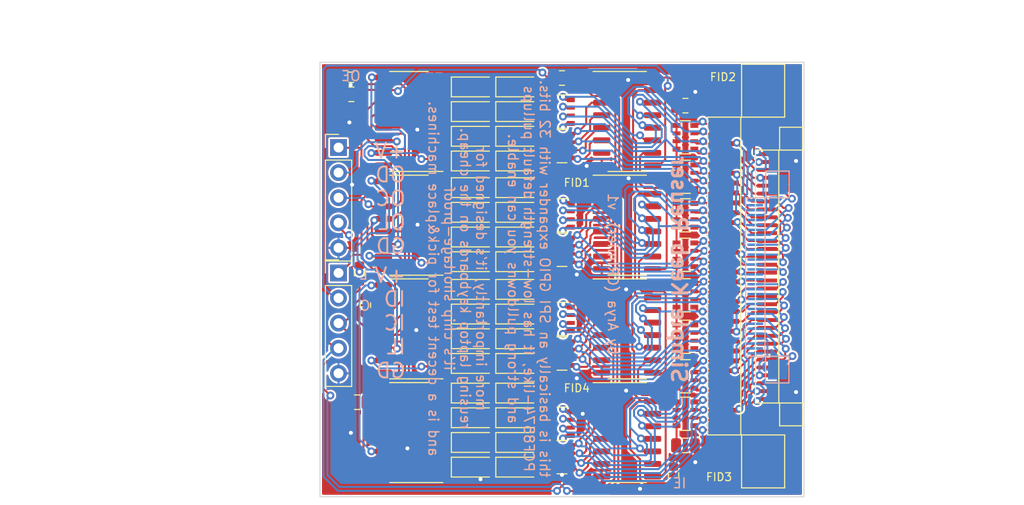
<source format=kicad_pcb>
(kicad_pcb (version 20221018) (generator pcbnew)
  (layers (0 "F.Cu" signal) (31 "B.Cu" signal) (34 "B.Paste" user) (35 "F.Paste" user) (36 "B.SilkS" user "B.Silkscreen") (37 "F.SilkS" user "F.Silkscreen") (38 "B.Mask" user) (39 "F.Mask" user) (44 "Edge.Cuts" user))
  (net 0 "")
  (net 1 "VCC")
  (net 2 "GND")
  (net 3 "/O0")
  (net 4 "/O2")
  (net 5 "/O4")
  (net 6 "/O6")
  (net 7 "/O1")
  (net 8 "Net-(D6-Pad1)")
  (net 9 "/O3")
  (net 10 "Net-(D7-Pad1)")
  (net 11 "/O5")
  (net 12 "Net-(D8-Pad1)")
  (net 13 "/O7")
  (net 14 "Net-(D9-Pad1)")
  (net 15 "/O8")
  (net 16 "Net-(D10-Pad1)")
  (net 17 "/O10")
  (net 18 "Net-(D11-Pad1)")
  (net 19 "/O12")
  (net 20 "Net-(D12-Pad1)")
  (net 21 "/O14")
  (net 22 "Net-(D13-Pad1)")
  (net 23 "/O9")
  (net 24 "Net-(D14-Pad1)")
  (net 25 "/O11")
  (net 26 "Net-(D15-Pad1)")
  (net 27 "/O13")
  (net 28 "Net-(D16-Pad1)")
  (net 29 "/O15")
  (net 30 "/O16")
  (net 31 "/O18")
  (net 32 "/O20")
  (net 33 "/O22")
  (net 34 "/O17")
  (net 35 "/O19")
  (net 36 "/O21")
  (net 37 "/O23")
  (net 38 "/O24")
  (net 39 "Net-(D26-Pad1)")
  (net 40 "/O26")
  (net 41 "Net-(D27-Pad1)")
  (net 42 "/O28")
  (net 43 "Net-(D28-Pad1)")
  (net 44 "/O30")
  (net 45 "Net-(D29-Pad1)")
  (net 46 "/O25")
  (net 47 "Net-(D30-Pad1)")
  (net 48 "/O27")
  (net 49 "Net-(D31-Pad1)")
  (net 50 "/O29")
  (net 51 "Net-(D32-Pad1)")
  (net 52 "/O31")
  (net 53 "IDOUT_0")
  (net 54 "ICLK")
  (net 55 "ILAT")
  (net 56 "ODIN_0")
  (net 57 "OCLK")
  (net 58 "OLAT")
  (net 59 "IOE")
  (net 60 "OOE")
  (net 61 "/C0")
  (net 62 "/C1")
  (net 63 "/C2")
  (net 64 "/C3")
  (net 65 "/C4")
  (net 66 "/C5")
  (net 67 "/C6")
  (net 68 "/C7")
  (net 69 "/C8")
  (net 70 "/C9")
  (net 71 "/C10")
  (net 72 "/C11")
  (net 73 "/C12")
  (net 74 "/C13")
  (net 75 "/C14")
  (net 76 "/C15")
  (net 77 "/C16")
  (net 78 "/C17")
  (net 79 "/C18")
  (net 80 "/C19")
  (net 81 "/C20")
  (net 82 "/C21")
  (net 83 "/C22")
  (net 84 "/C23")
  (net 85 "/C24")
  (net 86 "/C25")
  (net 87 "/C26")
  (net 88 "/C27")
  (net 89 "/C28")
  (net 90 "/C29")
  (net 91 "/C30")
  (net 92 "/C31")
  (net 93 "ODIN_1")
  (net 95 "IDOUT_1")
  (net 96 "ODIN_2")
  (net 98 "IDOUT_2")
  (net 99 "ODIN_3")
  (net 101 "IDOUT_3")
  (net 102 "DIN_4")
  (net 104 "IDOUT_4")
  (net 105 "Net-(U1-Pad7)")
  (net 106 "Net-(U1-Pad5)")
  (net 107 "Net-(U1-Pad3)")
  (net 108 "Net-(U1-Pad1)")
  (net 109 "Net-(U1-Pad6)")
  (net 110 "Net-(U5-Pad7)")
  (net 111 "Net-(U5-Pad5)")
  (net 112 "Net-(U5-Pad3)")
  (net 113 "Net-(U5-Pad1)")
  (net 114 "Net-(U5-Pad6)")
  (net 115 "Net-(U5-Pad4)")
  (net 116 "Net-(U5-Pad2)")
  (net 117 "Net-(U5-Pad15)")
  (net 118 "Net-(U7-Pad7)")
  (footprint "Diode_SMD:D_SOD-123F" (layer "F.Cu") (at 162 103.5)
    (fp_text reference "D27" hide)
    (fp_text value "D")
  )
  (footprint "Diode_SMD:D_SOD-123F" (layer "F.Cu") (at 157.5 103.5)
    (fp_text reference "D31" hide)
    (fp_text value "D")
  )
  (footprint "Capacitor_SMD:C_0805_2012Metric" (layer "F.Cu") (at 179 69.4)
    (fp_text reference "C2" hide)
    (fp_text value "100nF")
  )
  (footprint "Capacitor_SMD:C_0805_2012Metric" (layer "F.Cu") (at 166.5 66.6)
    (fp_text reference "C1" hide)
    (fp_text value "100nF")
  )
  (footprint "Resistor_SMD:R_Array_Convex_4x0603" (layer "F.Cu") (at 166.5 101.6)
    (fp_text reference "RN7" hide)
    (fp_text value "22")
  )
  (footprint "Fiducial:Fiducial_0.75mm_Mask1.5mm" (layer "F.Cu") (at 179.8 107)
    (fp_text reference "FID3")
    (fp_text value "Fiducial")
  )
  (footprint "Diode_SMD:D_SOD-123F" (layer "F.Cu") (at 162 77.7)
    (fp_text reference "D9" hide)
    (fp_text value "D")
  )
  (footprint "Resistor_SMD:R_0603_1608Metric" (layer "F.Cu") (at 146.6 89.6 -90)
    (fp_text reference "R4" hide)
    (fp_text value "D")
  )
  (footprint "Resistor_SMD:R_Array_Convex_4x0603" (layer "F.Cu") (at 179 84.5)
    (fp_text reference "RN12" hide)
    (fp_text value "4.7K")
  )
  (footprint "Diode_SMD:D_SOD-123F" (layer "F.Cu") (at 162 85.2)
    (fp_text reference "D12" hide)
    (fp_text value "D")
  )
  (footprint "Connector_PinHeader_2.54mm:PinHeader_1x05_P2.54mm_Vertical" (layer "F.Cu") (at 143.875 73.64)
    (fp_text reference "J2" hide)
    (fp_text value "OUT")
  )
  (footprint "Diode_SMD:D_SOD-123F" (layer "F.Cu") (at 162 106)
    (fp_text reference "D28" hide)
    (fp_text value "D")
  )
  (footprint "Resistor_SMD:R_Array_Convex_4x0603" (layer "F.Cu") (at 166.5 105)
    (fp_text reference "RN8" hide)
    (fp_text value "22")
  )
  (footprint "Resistor_SMD:R_Array_Convex_4x0603" (layer "F.Cu") (at 166.5 73.5)
    (fp_text reference "RN2" hide)
    (fp_text value "22")
  )
  (footprint "Resistor_SMD:R_0603_1608Metric" (layer "F.Cu") (at 177.8 106.8 -90)
    (fp_text reference "R1" hide)
    (fp_text value "0")
  )
  (footprint "Resistor_SMD:R_Array_Convex_4x0603" (layer "F.Cu") (at 166.5 80.5)
    (fp_text reference "RN3" hide)
    (fp_text value "22")
  )
  (footprint "Diode_SMD:D_SOD-123F" (layer "F.Cu") (at 162 93)
    (fp_text reference "D19" hide)
    (fp_text value "D")
  )
  (footprint "Diode_SMD:D_SOD-123F" (layer "F.Cu") (at 162 82.7)
    (fp_text reference "D11" hide)
    (fp_text value "D")
  )
  (footprint "Resistor_SMD:R_Array_Convex_4x0603" (layer "F.Cu") (at 179 80.5)
    (fp_text reference "RN11" hide)
    (fp_text value "4.7K")
  )
  (footprint "Resistor_SMD:R_Array_Convex_4x0603" (layer "F.Cu") (at 166.5 70)
    (fp_text reference "RN1" hide)
    (fp_text value "22")
  )
  (footprint "Diode_SMD:D_SOD-123F" (layer "F.Cu") (at 162 95.5)
    (fp_text reference "D20" hide)
    (fp_text value "D")
  )
  (footprint "simple_keeb_reuser:FPC_40_1mm" (layer "F.Cu") (at 182.925 82.74 90)
    (fp_text reference "J5" hide)
    (fp_text value "1mm")
  )
  (footprint "Resistor_SMD:R_Array_Convex_4x0603" (layer "F.Cu") (at 179 100.6)
    (fp_text reference "RN16" hide)
    (fp_text value "4.7K")
  )
  (footprint "Package_SO:SO-16_3.9x9.9mm_P1.27mm" (layer "F.Cu") (at 173.1 102.5)
    (fp_text reference "U8" hide)
    (fp_text value "74HC165")
  )
  (footprint "Connector_PinHeader_2.54mm:PinHeader_1x05_P2.54mm_Vertical" (layer "F.Cu") (at 143.875 86.34)
    (fp_text reference "J1" hide)
    (fp_text value "IN")
  )
  (footprint "Fiducial:Fiducial_0.75mm_Mask1.5mm" (layer "F.Cu") (at 165.8 77.2)
    (fp_text reference "FID1")
    (fp_text value "Fiducial")
  )
  (footprint "Diode_SMD:D_SOD-123F" (layer "F.Cu") (at 157.5 90.5)
    (fp_text reference "D22" hide)
    (fp_text value "D")
  )
  (footprint "Resistor_SMD:R_Array_Convex_4x0603" (layer "F.Cu") (at 179 72.6)
    (fp_text reference "RN9" hide)
    (fp_text value "4.7K")
  )
  (footprint "Diode_SMD:D_SOD-123F" (layer "F.Cu") (at 162 90.5)
    (fp_text reference "D18" hide)
    (fp_text value "D")
  )
  (footprint "Resistor_SMD:R_Array_Convex_4x0603" (layer "F.Cu") (at 179 76.6)
    (fp_text reference "RN10" hide)
    (fp_text value "4.7K")
  )
  (footprint "Diode_SMD:D_SOD-123F" (layer "F.Cu") (at 162 98.5)
    (fp_text reference "D25" hide)
    (fp_text value "D")
  )
  (footprint "Diode_SMD:D_SOD-123F" (layer "F.Cu") (at 157.5 85.2)
    (fp_text reference "D16" hide)
    (fp_text value "D")
  )
  (footprint "Diode_SMD:D_SOD-123F" (layer "F.Cu") (at 162 70)
    (fp_text reference "D2" hide)
    (fp_text value "D")
  )
  (footprint "Capacitor_SMD:C_0805_2012Metric" (layer "F.Cu") (at 145.75 99.425 180)
    (fp_text reference "C3" hide)
    (fp_text value "100nF")
  )
  (footprint "Resistor_SMD:R_Array_Convex_4x0603" (layer "F.Cu") (at 179 88.6)
    (fp_text reference "RN13" hide)
    (fp_text value "4.7K")
  )
  (footprint "Diode_SMD:D_SOD-123F" (layer "F.Cu") (at 162 72.5)
    (fp_text reference "D3" hide)
    (fp_text value "D")
  )
  (footprint "Diode_SMD:D_SOD-123F" (layer "F.Cu") (at 157.5 98.5)
    (fp_text reference "D29" hide)
    (fp_text value "D")
  )
  (footprint "Package_SO:SO-16_3.9x9.9mm_P1.27mm" (layer "F.Cu") (at 173.1 92)
    (fp_text reference "U6" hide)
    (fp_text value "74HC165")
  )
  (footprint "Diode_SMD:D_SOD-123F" (layer "F.Cu") (at 157.5 95.5)
    (fp_text reference "D24" hide)
    (fp_text value "D")
  )
  (footprint "Package_SO:SO-16_3.9x9.9mm_P1.27mm" (layer "F.Cu") (at 151 81.5 180)
    (fp_text reference "U3" hide)
    (fp_text value "74HC595")
  )
  (footprint "Diode_SMD:D_SOD-123F" (layer "F.Cu") (at 162 101)
    (fp_text reference "D26" hide)
    (fp_text value "D")
  )
  (footprint "Capacitor_SMD:C_0805_2012Metric" (layer "F.Cu") (at 145.175 68.25 180)
    (fp_text reference "C5" hide)
    (fp_text value "100nF")
  )
  (footprint "Diode_SMD:D_SOD-123F" (layer "F.Cu") (at 157.5 72.5)
    (fp_text reference "D7" hide)
    (fp_text value "D")
  )
  (footprint "Diode_SMD:D_SOD-123F" (layer "F.Cu") (at 157.5 88)
    (fp_text reference "D21" hide)
    (fp_text value "D")
  )
  (footprint "Resistor_SMD:R_0603_1608Metric" (layer "F.Cu") (at 145.15 66.525)
    (fp_text reference "R2" hide)
    (fp_text value "0")
  )
  (footprint "Diode_SMD:D_SOD-123F" (layer "F.Cu") (at 157.5 82.7)
    (fp_text reference "D15" hide)
    (fp_text value "D")
  )
  (footprint "Resistor_SMD:R_Array_Convex_4x0603" (layer "F.Cu") (at 166.5 94.5)
    (fp_text reference "RN6" hide)
    (fp_text value "22")
  )
  (footprint "Capacitor_SMD:C_0805_2012Metric" (layer "F.Cu") (at 179 103.8)
    (fp_text reference "C4" hide)
    (fp_text value "100nF")
  )
  (footprint "Diode_SMD:D_SOD-123F" (layer "F.Cu") (at 157.5 93)
    (fp_text reference "D23" hide)
    (fp_text value "D")
  )
  (footprint "Diode_SMD:D_SOD-123F" (layer "F.Cu") (at 162 67.5)
    (fp_text reference "D1" hide)
    (fp_text value "D")
  )
  (footprint "Diode_SMD:D_SOD-123F" (layer "F.Cu") (at 162 88)
    (fp_text reference "D17" hide)
    (fp_text value "D")
  )
  (footprint "Diode_SMD:D_SOD-123F" (layer "F.Cu") (at 157.5 77.7)
    (fp_text reference "D13" hide)
    (fp_text value "D")
  )
  (footprint "simple_keeb_reuser:FPC_40_0.8mm" (layer "F.Cu") (at 187.275 83.505 90)
    (fp_text reference "J4" hide)
    (fp_text value "0.8mm")
  )
  (footprint "Resistor_SMD:R_Array_Convex_4x0603" (layer "F.Cu") (at 166.5 84)
    (fp_text reference "RN4" hide)
    (fp_text value "22")
  )
  (footprint "Resistor_SMD:R_Array_Convex_4x0603" (layer "F.Cu") (at 166.5 91)
    (fp_text reference "RN5" hide)
    (fp_text value "22")
  )
  (footprint "Diode_SMD:D_SOD-123F" (layer "F.Cu") (at 157.5 75)
    (fp_text reference "D8" hide)
    (fp_text value "D")
  )
  (footprint "Resistor_SMD:R_0603_1608Metric" (layer "F.Cu") (at 146 86.4 90)
    (fp_text reference "R5" hide)
    (fp_text value "D")
  )
  (footprint "Package_SO:SO-16_3.9x9.9mm_P1.27mm" (layer "F.Cu") (at 173.1 71)
    (fp_text reference "U2" hide)
    (fp_text value "74HC165")
  )
  (footprint "Diode_SMD:D_SOD-123F" (layer "F.Cu") (at 157.5 106)
    (fp_text reference "D32" hide)
    (fp_text value "D")
  )
  (footprint "Fiducial:Fiducial_0.75mm_Mask1.5mm" (layer "F.Cu") (at 179.8 66.5)
    (fp_text reference "FID2")
    (fp_text value "Fiducial")
  )
  (footprint "Package_SO:SO-16_3.9x9.9mm_P1.27mm" (layer "F.Cu") (at 151 92 180)
    (fp_text reference "U5" hide)
    (fp_text value "74HC595")
  )
  (footprint "Diode_SMD:D_SOD-123F" (layer "F.Cu") (at 157.5 67.5)
    (fp_text reference "D5" hide)
    (fp_text value "D")
  )
  (footprint "Package_SO:SO-16_3.9x9.9mm_P1.27mm" (layer "F.Cu") (at 151 71 180)
    (fp_text reference "U1" hide)
    (fp_text value "74HC595")
  )
  (footprint "Package_SO:SO-16_3.9x9.9mm_P1.27mm" (layer "F.Cu") (at 151 102.5 180)
    (fp_text reference "U7" hide)
    (fp_text value "74HC595")
  )
  (footprint "Diode_SMD:D_SOD-123F" (layer "F.Cu") (at 157.5 70)
    (fp_text reference "D6" hide)
    (fp_text value "D")
  )
  (footprint "Package_SO:SO-16_3.9x9.9mm_P1.27mm" (layer "F.Cu") (at 173.1 81.5)
    (fp_text reference "U4" hide)
    (fp_text value "74HC165")
  )
  (footprint "Resistor_SMD:R_Array_Convex_4x0603" (layer "F.Cu") (at 179 92.8)
    (fp_text reference "RN14" hide)
    (fp_text value "4.7K")
  )
  (footprint "Diode_SMD:D_SOD-123F" (layer "F.Cu") (at 162 75)
    (fp_text reference "D4" hide)
    (fp_text value "D")
  )
  (footprint "Diode_SMD:D_SOD-123F" (layer "F.Cu") (at 162 80.2)
    (fp_text reference "D10" hide)
    (fp_text value "D")
  )
  (footprint "Fiducial:Fiducial_0.75mm_Mask1.5mm" (layer "F.Cu") (at 165.8 98)
    (fp_text reference "FID4")
    (fp_text value "Fiducial")
  )
  (footprint "Diode_SMD:D_SOD-123F" (layer "F.Cu") (at 157.5 101)
    (fp_text reference "D30" hide)
    (fp_text value "D")
  )
  (footprint "Diode_SMD:D_SOD-123F" (layer "F.Cu") (at 157.5 80.2)
    (fp_text reference "D14" hide)
    (fp_text value "D")
  )
  (footprint "Resistor_SMD:R_Array_Convex_4x0603" (layer "F.Cu") (at 179 96.8)
    (fp_text reference "RN15" hide)
    (fp_text value "4.7K")
  )
  (footprint "simple_keeb_reuser:FPC_40_0.5mm" (layer "B.Cu") (at 186.075 88.73 -90)
    (fp_text reference "J3" hide)
    (fp_text value "0.5mm")
  )
  (gr_line (start 142 109) (end 142 65) (stroke (width 0.1)) (layer "Edge.Cuts"))
  (gr_line (start 191 65) (end 191 109) (stroke (width 0.1)) (layer "Edge.Cuts"))
  (gr_line (start 191 109) (end 142 109) (stroke (width 0.1)) (layer "Edge.Cuts"))
  (gr_line (start 142 65) (end 191 65) (stroke (width 0.1)) (layer "Edge.Cuts"))
  (gr_text "by Arya (CRImier), v1" (at 171.65 86.45 270) (layer "B.SilkS") (effects (font (size 1 1)) (justify mirror)))
  (gr_text "this is basically an SPI GPIO expander with 32 bits.\nPCF8574-like, it has low-strength default pullups\nand strong pulldowns you can enable.\n\nmore importantly, it's designed for\nreusing laptop keyboards on the cheap.\nit's chip shortage-proof\nand is a decent test for pick&place machines." (at 159.125 86.925 270) (layer "B.SilkS") (effects (font (size 1 1)) (justify mirror)))
  (gr_text "IE" (at 178.4 107.625) (layer "B.SilkS") (effects (font (size 1 1)) (justify mirror)))
  (gr_text "OE" (at 145.125 66.4) (layer "B.SilkS") (effects (font (size 1 1)) (justify mirror)))
  (gr_text "L" (at 146.45 86.5) (layer "B.SilkS") (effects (font (size 1 1)) (justify mirror)))
  (gr_text "+V\nID\nIC\nIL\nGD" (at 150.8 91.4) (layer "B.SilkS") (effects (font (size 1.5 1.5) (thickness 0.2)) (justify left mirror)))
  (gr_text "+V\nOD\nOC\nOL\nGD" (at 150.8 78.8) (layer "B.SilkS") (effects (font (size 1.5 1.5) (thickness 0.2)) (justify left mirror)))
  (gr_text "C" (at 146.6 89.65) (layer "B.SilkS") (effects (font (size 1 1)) (justify mirror)))
  (gr_text "Simple Keeb Reuser" (at 178.35 86 270) (layer "B.SilkS") (effects (font (size 1.5 1.5) (thickness 0.3)) (justify mirror)))
  (segment (start 149.6 88.4) (end 149.6 86.6) (width 0.2) (layer "F.Cu") (net 1))
  (segment (start 149.475 99.325) (end 149.6 99.2) (width 0.2) (layer "F.Cu") (net 1))
  (segment (start 147.9 88.825) (end 147.125 89.6) (width 0.2) (layer "F.Cu") (net 1))
  (segment (start 146.2 76.4) (end 146.2 77.05) (width 0.2) (layer "F.Cu") (net 1))
  (segment (start 178.1 72.7) (end 178.1 101.8) (width 0.2) (layer "F.Cu") (net 1))
  (segment (start 149.6 99.2) (end 149.6 96.6) (width 0.2) (layer "F.Cu") (net 1))
  (segment (start 175.73 98) (end 175.675 98.055) (width 0.2) (layer "F.Cu") (net 1))
  (segment (start 146.8 99.325) (end 146.7 99.425) (width 0.2) (layer "F.Cu") (net 1))
  (segment (start 148.425 106.945) (end 147.345 106.945) (width 0.2) (layer "F.Cu") (net 1))
  (segment (start 147.345 85.945) (end 146.2 84.8) (width 0.2) (layer "F.Cu") (net 1))
  (segment (start 149.4 96.4) (end 148.47 96.4) (width 0.2) (layer "F.Cu") (net 1))
  (segment (start 146.2 75.8) (end 146.2 76.4) (width 0.2) (layer "F.Cu") (net 1))
  (segment (start 147.125 89.6) (end 146 89.6) (width 0.2) (layer "F.Cu") (net 1))
  (segment (start 178.1 71.4) (end 178.1 72.5) (width 0.2) (layer "F.Cu") (net 1))
  (segment (start 168 67.8) (end 168.8 67) (width 0.2) (layer "F.Cu") (net 1))
  (segment (start 175.73 77) (end 175.675 77.055) (width 0.2) (layer "F.Cu") (net 1))
  (segment (start 144.027893 86.365) (end 145 85.392893) (width 0.2) (layer "F.Cu") (net 1))
  (segment (start 173.98 65.93) (end 174.605 66.555) (width 0.25) (layer "F.Cu") (net 1))
  (segment (start 148.425 88.825) (end 149.175 88.825) (width 0.2) (layer "F.Cu") (net 1))
  (segment (start 175.675 66.555) (end 177.355 66.555) (width 0.2) (layer "F.Cu") (net 1))
  (segment (start 145 84.8) (end 145.3 84.5) (width 0.2) (layer "F.Cu") (net 1))
  (segment (start 149.175 88.825) (end 149.6 88.4) (width 0.2) (layer "F.Cu") (net 1))
  (segment (start 178.1 103.75) (end 178.1 101.8) (width 0.2) (layer "F.Cu") (net 1))
  (segment (start 146.2 73.775) (end 146.09 73.665) (width 0.2) (layer "F.Cu") (net 1))
  (segment (start 148.425 67.825) (end 149.793378 67.825) (width 0.2) (layer "F.Cu") (net 1))
  (segment (start 146.4 100.8) (end 146.4625 100.7375) (width 0.2) (layer "F.Cu") (net 1))
  (segment (start 166.75 67.8) (end 168 67.8) (width 0.2) (layer "F.Cu") (net 1))
  (segment (start 178 72.6) (end 178.1 72.7) (width 0.2) (layer "F.Cu") (net 1))
  (segment (start 149.793378 67.825) (end 149.892878 67.9245) (width 0.2) (layer "F.Cu") (net 1))
  (segment (start 146.2 78.975) (end 146.85 78.325) (width 0.2) (layer "F.Cu") (net 1))
  (segment (start 178.1 67.3) (end 178.1 71.4) (width 0.2) (layer "F.Cu") (net 1))
  (segment (start 148.425 99.325) (end 149.475 99.325) (width 0.2) (layer "F.Cu") (net 1))
  (segment (start 145.8 91.1) (end 146.45 91.75) (width 0.2) (layer "F.Cu") (net 1))
  (segment (start 165.55 66.6) (end 165.0755 66.6) (width 0.2) (layer "F.Cu") (net 1))
  (segment (start 168.8 67) (end 168.8 66.425) (width 0.2) (layer "F.Cu") (net 1))
  (segment (start 146.4 106) (end 146.4 100.8) (width 0.2) (layer "F.Cu") (net 1))
  (segment (start 146.85 78.325) (end 147.475 78.325) (width 0.2) (layer "F.Cu") (net 1))
  (segment (start 148.425 99.325) (end 146.8 99.325) (width 0.2) (layer "F.Cu") (net 1))
  (segment (start 178.1 98) (end 175.73 98) (width 0.2) (layer "F.Cu") (net 1))
  (segment (start 147.7 99.5) (end 147.525 99.325) (width 0.2) (layer "F.Cu") (net 1))
  (segment (start 146.4625 100.7375) (end 146.4625 99.6625) (width 0.2) (layer "F.Cu") (net 1))
  (segment (start 178.1 72.5) (end 178 72.6) (width 0.2) (layer "F.Cu") (net 1))
  (segment (start 146.555 75.445) (end 146.2 75.8) (width 0.2) (layer "F.Cu") (net 1))
  (segment (start 147.525 99.325) (end 148.425 99.325) (width 0.2) (layer "F.Cu") (net 1))
  (segment (start 169.295 65.93) (end 173.98 65.93) (width 0.25) (layer "F.Cu") (net 1))
  (segment (start 148.425 88.825) (end 147.9 88.825) (width 0.2) (layer "F.Cu") (net 1))
  (segment (start 149.6 86.6) (end 148.945 85.945) (width 0.2) (layer "F.Cu") (net 1))
  (segment (start 148.945 85.945) (end 148.425 85.945) (width 0.2) (layer "F.Cu") (net 1))
  (segment (start 147.475 78.325) (end 148.425 78.325) (width 0.2) (layer "F.Cu") (net 1))
  (segment (start 143.5 86.365) (end 144.027893 86.365) (width 0.2) (layer "F.Cu") (net 1))
  (segment (start 146.2 73.775) (end 146.2 68.175) (width 0.2) (layer "F.Cu") (net 1))
  (segment (start 146.45 91.75) (end 146.45 95.43995) (width 0.2) (layer "F.Cu") (net 1))
  (segment (start 174.605 66.555) (end 175.675 66.555) (width 0.25) (layer "F.Cu") (net 1))
  (segment (start 165.0755 66.6) (end 164.525 66.0495) (width 0.2) (layer "F.Cu") (net 1))
  (segment (start 146.4625 99.6625) (end 146.7 99.425) (width 0.2) (layer "F.Cu") (net 1))
  (segment (start 165.55 66.6) (end 166.75 67.8) (width 0.2) (layer "F.Cu") (net 1))
  (segment (start 146.575 67.8) (end 148.4 67.8) (width 0.2) (layer "F.Cu") (net 1))
  (segment (start 146 89.6) (end 145.8 89.8) (width 0.2) (layer "F.Cu") (net 1))
  (segment (start 145 85.392893) (end 145 84.8) (width 0.2) (layer "F.Cu") (net 1))
  (segment (start 177.355 66.555) (end 178.1 67.3) (width 0.2) (layer "F.Cu") (net 1))
  (segment (start 145.8 89.8) (end 145.8 91.1) (width 0.2) (layer "F.Cu") (net 1))
  (segment (start 146.2 84.8) (end 146.2 84.5) (width 0.2) (layer "F.Cu") (net 1))
  (segment (start 146.2 84.5) (end 146.2 78.975) (width 0.2) (layer "F.Cu") (net 1))
  (segment (start 145.3 84.5) (end 146.2 84.5) (width 0.2) (layer "F.Cu") (net 1))
  (segment (start 178.1 87.4) (end 175.83 87.4) (width 0.2) (layer "F.Cu") (net 1))
  (segment (start 146.2 77.05) (end 147.475 78.325) (width 0.2) (layer "F.Cu") (net 1))
  (segment (start 146.45 95.43995) (end 147.45505 96.445) (width 0.2) (layer "F.Cu") (net 1))
  (segment (start 147.45505 96.445) (end 148.425 96.445) (width 0.2) (layer "F.Cu") (net 1))
  (segment (start 148.47 96.4) (end 148.425 96.445) (width 0.2) (layer "F.Cu") (net 1))
  (segment (start 148.425 85.945) (end 147.345 85.945) (width 0.2) (layer "F.Cu") (net 1))
  (segment (start 148.425 75.445) (end 146.555 75.445) (width 0.2) (layer "F.Cu") (net 1))
  (segment (start 175.83 87.4) (end 175.675 87.555) (width 0.2) (layer "F.Cu") (net 1))
  (segment (start 146.09 73.665) (end 143.5 73.665) (width 0.2) (layer "F.Cu") (net 1))
  (segment (start 168.8 66.425) (end 169.295 65.93) (width 0.2) (layer "F.Cu") (net 1))
  (segment (start 146.2 76.4) (end 146.2 73.775) (width 0.2) (layer "F.Cu") (net 1))
  (segment (start 147.345 106.945) (end 146.4 106) (width 0.2) (layer "F.Cu") (net 1))
  (segment (start 148.4 67.8) (end 148.425 67.825) (width 0.2) (layer "F.Cu") (net 1))
  (segment (start 146.2 68.175) (end 146.575 67.8) (width 0.2) (layer "F.Cu") (net 1))
  (segment (start 149.6 96.6) (end 149.4 96.4) (width 0.2) (layer "F.Cu") (net 1))
  (segment (start 178.1 77) (end 175.73 77) (width 0.2) (layer "F.Cu") (net 1))
  (segment (start 178.05 103.8) (end 178.1 103.75) (width 0.2) (layer "F.Cu") (net 1))
  (via (at 164.525 66.0495) (size 0.8) (drill 0.4) (layers "F.Cu" "B.Cu") (net 1))
  (via (at 149.892878 67.9245) (size 0.8) (drill 0.4) (layers "F.Cu" "B.Cu") (net 1))
  (segment (start 149.892878 67.9245) (end 152.042378 65.775) (width 0.2) (layer "B.Cu") (net 1))
  (segment (start 152.042378 65.775) (end 164.2505 65.775) (width 0.2) (layer "B.Cu") (net 1))
  (segment (start 164.2505 65.775) (end 164.525 66.0495) (width 0.2) (layer "B.Cu") (net 1))
  (segment (start 167.45 66.55) (end 168.4 65.6) (width 0.2) (layer "F.Cu") (net 2))
  (segment (start 167.45 66.6) (end 167.45 66.55) (width 0.2) (layer "F.Cu") (net 2))
  (via (at 145.1 67.3) (size 0.8) (drill 0.4) (layers "F.Cu" "B.Cu") (net 2))
  (via (at 151.85 71.825) (size 0.8) (drill 0.4) (layers "F.Cu" "B.Cu") (net 2))
  (via (at 173.2 66.8) (size 0.8) (drill 0.4) (layers "F.Cu" "B.Cu") (net 2))
  (via (at 145.25 77.4) (size 0.8) (drill 0.4) (layers "F.Cu" "B.Cu") (net 2))
  (via (at 173.25 76.75) (size 0.8) (drill 0.4) (layers "F.Cu" "B.Cu") (net 2))
  (via (at 150.85 104.1) (size 0.8) (drill 0.4) (layers "F.Cu" "B.Cu") (net 2))
  (via (at 180 68) (size 0.8) (drill 0.4) (layers "F.Cu" "B.Cu") (net 2))
  (via (at 190.2 98.4) (size 0.8) (drill 0.4) (layers "F.Cu" "B.Cu") (net 2))
  (via (at 145.125 102.525) (size 0.8) (drill 0.4) (layers "F.Cu" "B.Cu") (net 2))
  (via (at 190.2 75) (size 0.8) (drill 0.4) (layers "F.Cu" "B.Cu") (net 2))
  (via (at 173 98.25) (size 0.8) (drill 0.4) (layers "F.Cu" "B.Cu") (net 2))
  (via (at 173 88) (size 0.8) (drill 0.4) (layers "F.Cu" "B.Cu") (net 2))
  (via (at 166.499999 106.780759) (size 0.8) (drill 0.4) (layers "F.Cu" "B.Cu") (net 2))
  (via (at 180 105.5) (size 0.8) (drill 0.4) (layers "F.Cu" "B.Cu") (net 2))
  (via (at 151.875 81.45) (size 0.8) (drill 0.4) (layers "F.Cu" "B.Cu") (net 2))
  (via (at 168.6 100.6) (size 0.8) (drill 0.4) (layers "F.Cu" "B.Cu") (net 2))
  (via (at 144.975 71.1) (size 0.8) (drill 0.4) (layers "F.Cu" "B.Cu") (net 2))
  (via (at 168 97) (size 0.8) (drill 0.4) (layers "F.Cu" "B.Cu") (net 2))
  (via (at 151.75 92.125) (size 0.8) (drill 0.4) (layers "F.Cu" "B.Cu") (net 2))
  (via (at 158.25 107.225) (size 0.8) (drill 0.4) (layers "F.Cu" "B.Cu") (net 2))
  (via (at 168 86.5) (size 0.8) (drill 0.4) (layers "F.Cu" "B.Cu") (net 2))
  (via (at 174.4 108.2) (size 0.8) (drill 0.4) (layers "F.Cu" "B.Cu") (net 2))
  (via (at 169 75.5) (size 0.8) (drill 0.4) (layers "F.Cu" "B.Cu") (net 2))
  (segment (start 165.6 68.8) (end 164.7 68.8) (width 0.25) (layer "F.Cu") (net 3))
  (segment (start 164.7 68.8) (end 163.4 67.5) (width 0.25) (layer "F.Cu") (net 3))
  (segment (start 165.6 70.4) (end 163.8 70.4) (width 0.25) (layer "F.Cu") (net 4))
  (segment (start 163.8 70.4) (end 163.4 70) (width 0.25) (layer "F.Cu") (net 4))
  (segment (start 165.6 72.3) (end 163.6 72.3) (width 0.25) (layer "F.Cu") (net 5))
  (segment (start 163.6 72.3) (end 163.4 72.5) (width 0.25) (layer "F.Cu") (net 5))
  (segment (start 165.6 73.9) (end 164.5 73.9) (width 0.25) (layer "F.Cu") (net 6))
  (segment (start 164.5 73.9) (end 163.4 75) (width 0.25) (layer "F.Cu") (net 6))
  (segment (start 164.05 68.9) (end 164.75 69.6) (width 0.25) (layer "F.Cu") (net 7))
  (segment (start 158.9 67.5) (end 160.3 68.9) (width 0.25) (layer "F.Cu") (net 7))
  (segment (start 160.3 68.9) (end 164.05 68.9) (width 0.25) (layer "F.Cu") (net 7))
  (segment (start 164.75 69.6) (end 165.6 69.6) (width 0.25) (layer "F.Cu") (net 7))
  (segment (start 154.465 71.635) (end 156.1 70) (width 0.25) (layer "F.Cu") (net 8))
  (segment (start 153.575 71.635) (end 154.465 71.635) (width 0.25) (layer "F.Cu") (net 8))
  (segment (start 160.1 71.2) (end 158.9 70) (width 0.25) (layer "F.Cu") (net 9))
  (segment (start 165.6 71.2) (end 160.1 71.2) (width 0.25) (layer "F.Cu") (net 9))
  (segment (start 153.625 74.125) (end 154.475 74.125) (width 0.25) (layer "F.Cu") (net 10))
  (segment (start 154.475 74.125) (end 156.1 72.5) (width 0.25) (layer "F.Cu") (net 10))
  (segment (start 153.575 74.175) (end 153.625 74.125) (width 0.25) (layer "F.Cu") (net 10))
  (segment (start 164.2 73.375) (end 164.475 73.1) (width 0.25) (layer "F.Cu") (net 11))
  (segment (start 164.475 73.1) (end 165.6 73.1) (width 0.25) (layer "F.Cu") (net 11))
  (segment (start 158.9 72.5) (end 159.775 73.375) (width 0.25) (layer "F.Cu") (net 11))
  (segment (start 159.775 73.375) (end 164.2 73.375) (width 0.25) (layer "F.Cu") (net 11))
  (segment (start 147.225 74.175) (end 147.2 74.2) (width 0.2) (layer "F.Cu") (net 12))
  (segment (start 155.905252 74.805252) (end 156.1 75) (width 0.2) (layer "F.Cu") (net 12))
  (segment (start 148.425 74.175) (end 147.225 74.175) (width 0.2) (layer "F.Cu") (net 12))
  (segment (start 152.274579 74.805252) (end 155.905252 74.805252) (width 0.2) (layer "F.Cu") (net 12))
  (via (at 152.274579 74.805252) (size 0.8) (drill 0.4) (layers "F.Cu" "B.Cu") (net 12))
  (via (at 147.2 74.2) (size 0.8) (drill 0.4) (layers "F.Cu" "B.Cu") (net 12))
  (segment (start 151.669327 74.2) (end 152.274579 74.805252) (width 0.2) (layer "B.Cu") (net 12))
  (segment (start 147.2 74.2) (end 151.669327 74.2) (width 0.2) (layer "B.Cu") (net 12))
  (segment (start 164.425 75.875) (end 165.6 74.7) (width 0.25) (layer "F.Cu") (net 13))
  (segment (start 159.775 75.875) (end 164.425 75.875) (width 0.25) (layer "F.Cu") (net 13))
  (segment (start 158.9 75) (end 159.775 75.875) (width 0.25) (layer "F.Cu") (net 13))
  (segment (start 153.575 78.325) (end 153.851751 78.325) (width 0.25) (layer "F.Cu") (net 14))
  (segment (start 155.351751 76.825) (end 159.725 76.825) (width 0.25) (layer "F.Cu") (net 14))
  (segment (start 159.725 76.825) (end 160.6 77.7) (width 0.25) (layer "F.Cu") (net 14))
  (segment (start 153.851751 78.325) (end 155.351751 76.825) (width 0.25) (layer "F.Cu") (net 14))
  (segment (start 165.6 79.3) (end 164.8 79.3) (width 0.25) (layer "F.Cu") (net 15))
  (segment (start 164.8 79.3) (end 163.4 77.9) (width 0.25) (layer "F.Cu") (net 15))
  (segment (start 163.4 77.9) (end 163.4 77.7) (width 0.25) (layer "F.Cu") (net 15))
  (segment (start 154.135 80.865) (end 154.9 80.1) (width 0.25) (layer "F.Cu") (net 16))
  (segment (start 155.2 79.3) (end 159.7 79.3) (width 0.25) (layer "F.Cu") (net 16))
  (segment (start 159.7 79.3) (end 160.6 80.2) (width 0.25) (layer "F.Cu") (net 16))
  (segment (start 154.9 80.1) (end 154.9 79.6) (width 0.25) (layer "F.Cu") (net 16))
  (segment (start 154.9 79.6) (end 155.2 79.3) (width 0.25) (layer "F.Cu") (net 16))
  (segment (start 153.575 80.865) (end 154.135 80.865) (width 0.25) (layer "F.Cu") (net 16))
  (segment (start 165.6 80.9) (end 164.1 80.9) (width 0.25) (layer "F.Cu") (net 17))
  (segment (start 164.1 80.9) (end 163.4 80.2) (width 0.25) (layer "F.Cu") (net 17))
  (segment (start 154.395 83.405) (end 153.575 83.405) (width 0.25) (layer "F.Cu") (net 18))
  (segment (start 160.6 82.7) (end 159.725 81.825) (width 0.25) (layer "F.Cu") (net 18))
  (segment (start 154.9 82.9) (end 154.395 83.405) (width 0.25) (layer "F.Cu") (net 18))
  (segment (start 154.9 82.3) (end 154.9 82.9) (width 0.25) (layer "F.Cu") (net 18))
  (segment (start 155.375 81.825) (end 154.9 82.3) (width 0.25) (layer "F.Cu") (net 18))
  (segment (start 159.725 81.825) (end 155.375 81.825) (width 0.25) (layer "F.Cu") (net 18))
  (segment (start 165.5 82.7) (end 165.6 82.8) (width 0.25) (layer "F.Cu") (net 19))
  (segment (start 163.4 82.7) (end 165.5 82.7) (width 0.25) (layer "F.Cu") (net 19))
  (segment (start 156.975 86.075) (end 153.705 86.075) (width 0.25) (layer "F.Cu") (net 20))
  (segment (start 157.3 85.2) (end 157.3 85.75) (width 0.25) (layer "F.Cu") (net 20))
  (segment (start 159.725 84.325) (end 158.175 84.325) (width 0.25) (layer "F.Cu") (net 20))
  (segment (start 157.3 85.75) (end 156.975 86.075) (width 0.25) (layer "F.Cu") (net 20))
  (segment (start 160.6 85.2) (end 159.725 84.325) (width 0.25) (layer "F.Cu") (net 20))
  (segment (start 158.175 84.325) (end 157.3 85.2) (width 0.25) (layer "F.Cu") (net 20))
  (segment (start 153.705 86.075) (end 153.575 85.945) (width 0.25) (layer "F.Cu") (net 20))
  (segment (start 165.6 84.4) (end 164.2 84.4) (width 0.25) (layer "F.Cu") (net 21))
  (segment (start 164.2 84.4) (end 163.4 85.2) (width 0.25) (layer "F.Cu") (net 21))
  (segment (start 154.205 79.595) (end 156.1 77.7) (width 0.25) (layer "F.Cu") (net 22))
  (segment (start 153.575 79.595) (end 154.205 79.595) (width 0.25) (layer "F.Cu") (net 22))
  (segment (start 160.5 79.3) (end 158.9 77.7) (width 0.25) (layer "F.Cu") (net 23))
  (segment (start 165.6 80.1) (end 164.95 80.1) (width 0.25) (layer "F.Cu") (net 23))
  (segment (start 164.15 79.3) (end 160.5 79.3) (width 0.25) (layer "F.Cu") (net 23))
  (segment (start 164.95 80.1) (end 164.15 79.3) (width 0.25) (layer "F.Cu") (net 23))
  (segment (start 153.575 82.135) (end 154.165 82.135) (width 0.25) (layer "F.Cu") (net 24))
  (segment (start 154.165 82.135) (end 156.1 80.2) (width 0.25) (layer "F.Cu") (net 24))
  (segment (start 160.4 81.7) (end 165.6 81.7) (width 0.25) (layer "F.Cu") (net 25))
  (segment (start 158.9 80.2) (end 160.4 81.7) (width 0.25) (layer "F.Cu") (net 25))
  (segment (start 154.125 84.675) (end 156.1 82.7) (width 0.25) (layer "F.Cu") (net 26))
  (segment (start 153.575 84.675) (end 154.125 84.675) (width 0.25) (layer "F.Cu") (net 26))
  (segment (start 159.8 83.6) (end 165.6 83.6) (width 0.25) (layer "F.Cu") (net 27))
  (segment (start 158.9 82.7) (end 159.8 83.6) (width 0.25) (layer "F.Cu") (net 27))
  (segment (start 147.325 84.675) (end 147.2 84.8) (width 0.2) (layer "F.Cu") (net 28))
  (segment (start 148.425 84.675) (end 147.325 84.675) (width 0.2) (layer "F.Cu") (net 28))
  (segment (start 147.2 84.8) (end 147 84.6) (width 0.2) (layer "F.Cu") (net 28))
  (segment (start 152.277311 85.308508) (end 152.285819 85.3) (width 0.2) (layer "F.Cu") (net 28))
  (segment (start 152.285819 85.3) (end 155.5 85.3) (width 0.2) (layer "F.Cu") (net 28))
  (via (at 152.277311 85.308508) (size 0.8) (drill 0.4) (layers "F.Cu" "B.Cu") (net 28))
  (via (at 147 84.6) (size 0.8) (drill 0.4) (layers "F.Cu" "B.Cu") (net 28))
  (segment (start 151.568803 84.6) (end 152.277311 85.308508) (width 0.2) (layer "B.Cu") (net 28))
  (segment (start 147 84.6) (end 151.568803 84.6) (width 0.2) (layer "B.Cu") (net 28))
  (segment (start 164.8 85.3) (end 164.9 85.2) (width 0.25) (layer "F.Cu") (net 29))
  (segment (start 164.9 85.2) (end 165.6 85.2) (width 0.25) (layer "F.Cu") (net 29))
  (segment (start 159.8 86.1) (end 164.25 86.1) (width 0.25) (layer "F.Cu") (net 29))
  (segment (start 164.25 86.1) (end 164.8 85.55) (width 0.25) (layer "F.Cu") (net 29))
  (segment (start 164.8 85.55) (end 164.8 85.3) (width 0.25) (layer "F.Cu") (net 29))
  (segment (start 158.9 85.2) (end 159.8 86.1) (width 0.25) (layer "F.Cu") (net 29))
  (segment (start 165.6 89.8) (end 165.2 89.8) (width 0.25) (layer "F.Cu") (net 30))
  (segment (start 165.2 89.8) (end 163.4 88) (width 0.25) (layer "F.Cu") (net 30))
  (segment (start 165.6 91.4) (end 164.3 91.4) (width 0.25) (layer "F.Cu") (net 31))
  (segment (start 164.3 91.4) (end 163.4 90.5) (width 0.25) (layer "F.Cu") (net 31))
  (segment (start 163.7 93.3) (end 163.4 93) (width 0.25) (layer "F.Cu") (net 32))
  (segment (start 165.6 93.3) (end 163.7 93.3) (width 0.25) (layer "F.Cu") (net 32))
  (segment (start 165.6 94.9) (end 164 94.9) (width 0.25) (layer "F.Cu") (net 33))
  (segment (start 164 94.9) (end 163.4 95.5) (width 0.25) (layer "F.Cu") (net 33))
  (segment (start 158.9 88) (end 160.2 89.3) (width 0.25) (layer "F.Cu") (net 34))
  (segment (start 164.6 89.95) (end 164.6 90.4) (width 0.25) (layer "F.Cu") (net 34))
  (segment (start 160.2 89.3) (end 163.95 89.3) (width 0.25) (layer "F.Cu") (net 34))
  (segment (start 165.6 90.6) (end 164.8 90.6) (width 0.25) (layer "F.Cu") (net 34))
  (segment (start 163.95 89.3) (end 164.6 89.95) (width 0.25) (layer "F.Cu") (net 34))
  (segment (start 164.8 90.6) (end 164.6 90.4) (width 0.25) (layer "F.Cu") (net 34))
  (segment (start 164.2 92.2) (end 165.6 92.2) (width 0.25) (layer "F.Cu") (net 35))
  (segment (start 158.9 90.5) (end 160 91.6) (width 0.25) (layer "F.Cu") (net 35))
  (segment (start 163.6 91.6) (end 164.2 92.2) (width 0.25) (layer "F.Cu") (net 35))
  (segment (start 160 91.6) (end 163.6 91.6) (width 0.25) (layer "F.Cu") (net 35))
  (segment (start 158.9 93) (end 160 94.1) (width 0.25) (layer "F.Cu") (net 36))
  (segment (start 160 94.1) (end 165.6 94.1) (width 0.25) (layer "F.Cu") (net 36))
  (segment (start 158.9 95.5) (end 159.775 96.375) (width 0.25) (layer "F.Cu") (net 37))
  (segment (start 159.775 96.375) (end 164.225 96.375) (width 0.25) (layer "F.Cu") (net 37))
  (segment (start 164.9 95.7) (end 165.6 95.7) (width 0.25) (layer "F.Cu") (net 37))
  (segment (start 164.225 96.375) (end 164.9 95.7) (width 0.25) (layer "F.Cu") (net 37))
  (segment (start 165.6 100.4) (end 165.3 100.4) (width 0.25) (layer "F.Cu") (net 38))
  (segment (start 165.3 100.4) (end 163.4 98.5) (width 0.25) (layer "F.Cu") (net 38))
  (segment (start 154.9 100.45) (end 155.225 100.125) (width 0.25) (layer "F.Cu") (net 39))
  (segment (start 154.235 101.865) (end 154.9 101.2) (width 0.25) (layer "F.Cu") (net 39))
  (segment (start 154.9 101.2) (end 154.9 100.45) (width 0.25) (layer "F.Cu") (net 39))
  (segment (start 153.575 101.865) (end 154.235 101.865) (width 0.25) (layer "F.Cu") (net 39))
  (segment (start 155.225 100.125) (end 159.725 100.125) (width 0.25) (layer "F.Cu") (net 39))
  (segment (start 159.725 100.125) (end 160.6 101) (width 0.25) (layer "F.Cu") (net 39))
  (segment (start 164.4 102) (end 163.4 101) (width 0.25) (layer "F.Cu") (net 40))
  (segment (start 165.6 102) (end 164.4 102) (width 0.25) (layer "F.Cu") (net 40))
  (segment (start 155.1 102.75) (end 155.225 102.625) (width 0.25) (layer "F.Cu") (net 41))
  (segment (start 155.1 103.7) (end 155.1 102.75) (width 0.25) (layer "F.Cu") (net 41))
  (segment (start 155.225 102.625) (end 159.725 102.625) (width 0.25) (layer "F.Cu") (net 41))
  (segment (start 154.395 104.405) (end 155.1 103.7) (width 0.25) (layer "F.Cu") (net 41))
  (segment (start 159.725 102.625) (end 160.6 103.5) (width 0.25) (layer "F.Cu") (net 41))
  (segment (start 153.575 104.405) (end 154.395 104.405) (width 0.25) (layer "F.Cu") (net 41))
  (segment (start 163.7 103.8) (end 163.4 103.5) (width 0.25) (layer "F.Cu") (net 42))
  (segment (start 165.6 103.8) (end 163.7 103.8) (width 0.25) (layer "F.Cu") (net 42))
  (segment (start 156.905 106.945) (end 153.575 106.945) (width 0.25) (layer "F.Cu") (net 43))
  (segment (start 160.6 106) (end 159.725 105.125) (width 0.25) (layer "F.Cu") (net 43))
  (segment (start 157.5 105.8) (end 157.5 106.35) (width 0.25) (layer "F.Cu") (net 43))
  (segment (start 159.725 105.125) (end 158.175 105.125) (width 0.25) (layer "F.Cu") (net 43))
  (segment (start 157.5 106.35) (end 156.905 106.945) (width 0.25) (layer "F.Cu") (net 43))
  (segment (start 158.175 105.125) (end 157.5 105.8) (width 0.25) (layer "F.Cu") (net 43))
  (segment (start 164 105.4) (end 163.4 106) (width 0.25) (layer "F.Cu") (net 44))
  (segment (start 165.6 105.4) (end 164 105.4) (width 0.25) (layer "F.Cu") (net 44))
  (segment (start 154.005 100.595) (end 156.1 98.5) (width 0.25) (layer "F.Cu") (net 45))
  (segment (start 153.575 100.595) (end 154.005 100.595) (width 0.25) (layer "F.Cu") (net 45))
  (segment (start 165.6 101.2) (end 165.225 101.2) (width 0.25) (layer "F.Cu") (net 46))
  (segment (start 159.775 99.375) (end 158.9 98.5) (width 0.25) (layer "F.Cu") (net 46))
  (segment (start 163.4 99.375) (end 159.775 99.375) (width 0.25) (layer "F.Cu") (net 46))
  (segment (start 165.225 101.2) (end 163.4 99.375) (width 0.25) (layer "F.Cu") (net 46))
  (segment (start 153.965 103.135) (end 156.1 101) (width 0.25) (layer "F.Cu") (net 47))
  (segment (start 153.575 103.135) (end 153.965 103.135) (width 0.25) (layer "F.Cu") (net 47))
  (segment (start 163.375 101.875) (end 159.775 101.875) (width 0.25) (layer "F.Cu") (net 48))
  (segment (start 159.775 101.875) (end 158.9 101) (width 0.25) (layer "F.Cu") (net 48))
  (segment (start 165.6 102.8) (end 164.3 102.8) (width 0.25) (layer "F.Cu") (net 48))
  (segment (start 164.3 102.8) (end 163.375 101.875) (width 0.25) (layer "F.Cu") (net 48))
  (segment (start 153.925 105.675) (end 156.1 103.5) (width 0.25) (layer "F.Cu") (net 49))
  (segment (start 153.575 105.675) (end 153.925 105.675) (width 0.25) (layer "F.Cu") (net 49))
  (segment (start 160 104.6) (end 158.9 103.5) (width 0.25) (layer "F.Cu") (net 50))
  (segment (start 165.6 104.6) (end 160 104.6) (width 0.25) (layer "F.Cu") (net 50))
  (segment (start 152.653249 106.3) (end 155.8 106.3) (width 0.25) (layer "F.Cu") (net 51))
  (segment (start 155.8 106.3) (end 156.1 106) (width 0.25) (layer "F.Cu") (net 51))
  (segment (start 148.425 105.675) (end 152.028249 105.675) (width 0.25) (layer "F.Cu") (net 51))
  (segment (start 152.028249 105.675) (end 152.653249 106.3) (width 0.25) (layer "F.Cu") (net 51))
  (segment (start 158.9 106) (end 159.775 106.875) (width 0.25) (layer "F.Cu") (net 52))
  (segment (start 159.775 106.875) (end 164.325 106.875) (width 0.25) (layer "F.Cu") (net 52))
  (segment (start 165 106.2) (end 165.6 106.2) (width 0.25) (layer "F.Cu") (net 52))
  (segment (start 164.325 106.875) (end 165 106.2) (width 0.25) (layer "F.Cu") (net 52))
  (segment (start 175.675 75.445) (end 175.916396 75.445) (width 0.2) (layer "F.Cu") (net 53))
  (segment (start 176.95 74.65) (end 176.95 67.6545) (width 0.2) (layer "F.Cu") (net 53))
  (segment (start 175.916396 75.445) (end 175.936396 75.425) (width 0.2) (layer "F.Cu") (net 53))
  (segment (start 175.936396 75.425) (end 176.375 75.425) (width 0.2) (layer "F.Cu") (net 53))
  (segment (start 176.375 75.425) (end 176.95 74.85) (width 0.2) (layer "F.Cu") (net 53))
  (segment (start 176.95 67.6545) (end 177.207628 67.396872) (width 0.2) (layer "F.Cu") (net 53))
  (segment (start 176.95 74.85) (end 176.95 74.65) (width 0.2) (layer "F.Cu") (net 53))
  (via (at 177.207628 67.396872) (size 0.8) (drill 0.4) (layers "F.Cu" "B.Cu") (net 53))
  (segment (start 142.325 70.35) (end 142.325 87.73) (width 0.2) (layer "B.Cu") (net 53))
  (segment (start 176.075 65.35) (end 142.675 65.35) (width 0.2) (layer "B.Cu") (net 53))
  (segment (start 142.325 87.73) (end 143.5 88.905) (width 0.2) (layer "B.Cu") (net 53))
  (segment (start 177.207628 67.396872) (end 177.207628 66.482628) (width 0.2) (layer "B.Cu") (net 53))
  (segment (start 177.207628 66.482628) (end 176.075 65.35) (width 0.2) (layer "B.Cu") (net 53))
  (segment (start 142.325 65.7) (end 142.325 70.35) (width 0.2) (layer "B.Cu") (net 53))
  (segment (start 142.675 65.35) (end 142.325 65.7) (width 0.2) (layer "B.Cu") (net 53))
  (segment (start 172.2 107.347082) (end 171.122082 108.425) (width 0.2) (layer "F.Cu") (net 54))
  (segment (start 144.25 95.25) (end 145.15 94.35) (width 0.2) (layer "F.Cu") (net 54))
  (segment (start 170.791396 99.3) (end 171.1 99.3) (width 0.2) (layer "F.Cu") (net 54))
  (segment (start 170.525 67.825) (end 171.390685 67.825) (width 0.2) (layer "F.Cu") (net 54))
  (segment (start 172.1 98.3) (end 172.1 89) (width 0.2) (layer "F.Cu") (net 54))
  (segment (start 172 77.165686) (end 172 78) (width 0.2) (layer "F.Cu") (net 54))
  (segment (start 172.5 79) (end 171.75 78.25) (width 0.2) (layer "F.Cu") (net 54))
  (segment (start 172.1 89) (end 172.1 87.6) (width 0.2) (layer "F.Cu") (net 54))
  (segment (start 145.15 92.695) (end 143.875 91.42) (width 0.2) (layer "F.Cu") (net 54))
  (segment (start 145.15 94.35) (end 145.15 92.695) (width 0.2) (layer "F.Cu") (net 54))
  (segment (start 171.1 99.3) (end 172.1 98.3) (width 0.2) (layer "F.Cu") (net 54))
  (segment (start 171.332081 99.325) (end 172.2 100.192919) (width 0.2) (layer "F.Cu") (net 54))
  (segment (start 142.35 95.65) (end 142.75 95.25) (width 0.2) (layer "F.Cu") (net 54))
  (segment (start 172.3 68.734315) (end 172.3 76.865686) (width 0.2) (layer "F.Cu") (net 54))
  (segment (start 171.390685 67.825) (end 172.3 68.734315) (width 0.2) (layer "F.Cu") (net 54))
  (segment (start 172.1 87.6) (end 172.5 87.2) (width 0.2) (layer "F.Cu") (net 54))
  (segment (start 142.75 95.25) (end 143.625 95.25) (width 0.2) (layer "F.Cu") (net 54))
  (segment (start 145.4 90.4) (end 145.4 89.6) (width 0.2) (layer "F.Cu") (net 54))
  (segment (start 170.766396 99.325) (end 170.791396 99.3) (width 0.2) (layer "F.Cu") (net 54))
  (segment (start 144.355 91.445) (end 145.4 90.4) (width 0.2) (layer "F.Cu") (net 54))
  (segment (start 172.2 100.192919) (end 172.2 107.347082) (width 0.2) (layer "F.Cu") (net 54))
  (segment (start 172 78) (end 171.675 78.325) (width 0.2) (layer "F.Cu") (net 54))
  (segment (start 172.3 76.865686) (end 172 77.165686) (width 0.2) (layer "F.Cu") (net 54))
  (segment (start 171.675 78.325) (end 170.525 78.325) (width 0.2) (layer "F.Cu") (net 54))
  (segment (start 143.5 91.445) (end 144.355 91.445) (width 0.2) (layer "F.Cu") (net 54))
  (segment (start 172.1 89) (end 171.925 88.825) (width 0.2) (layer "F.Cu") (net 54))
  (segment (start 170.525 99.325) (end 170.766396 99.325) (width 0.2) (layer "F.Cu") (net 54))
  (segment (start 171.925 88.825) (end 170.525 88.825) (width 0.2) (layer "F.Cu") (net 54))
  (segment (start 143.0495 98.75) (end 142.35 98.0505) (width 0.2) (layer "F.Cu") (net 54))
  (segment (start 172.5 87.2) (end 172.5 79) (width 0.2) (layer "F.Cu") (net 54))
  (segment (start 146.225 88.775) (end 146.6 88.775) (width 0.2) (layer "F.Cu") (net 54))
  (segment (start 170.525 99.325) (end 171.332081 99.325) (width 0.2) (layer "F.Cu") (net 54))
  (segment (start 171.122082 108.425) (end 167.025 108.425) (width 0.2) (layer "F.Cu") (net 54))
  (segment (start 143.625 95.25) (end 144.25 95.25) (width 0.2) (layer "F.Cu") (net 54))
  (segment (start 145.4 89.6) (end 146.225 88.775) (width 0.2) (layer "F.Cu") (net 54))
  (segment (start 142.35 98.0505) (end 142.35 95.65) (width 0.2) (layer "F.Cu") (net 54))
  (segment (start 167.025 108.425) (end 167 108.4) (width 0.2) (layer "F.Cu") (net 54))
  (via (at 167 108.4) (size 0.8) (drill 0.4) (layers "F.Cu" "B.Cu") (net 54))
  (via (at 143.0495 98.75) (size 0.8) (drill 0.4) (layers "F.Cu" "B.Cu") (net 54))
  (segment (start 165.3 108) (end 143.965686 108) (width 0.2) (layer "B.Cu") (net 54))
  (segment (start 143.965686 108) (end 143.532843 107.567157) (width 0.2) (layer "B.Cu") (net 54))
  (segment (start 166.3 107.7) (end 165.6 107.7) (width 0.2) (layer "B.Cu") (net 54))
  (segment (start 142.75 99.0495) (end 143.0495 98.75) (width 0.2) (layer "B.Cu") (net 54))
  (segment (start 142.75 105.1) (end 142.75 99.0495) (width 0.2) (layer "B.Cu") (net 54))
  (segment (start 142.75 106.784314) (end 142.75 105.1) (width 0.2) (layer "B.Cu") (net 54))
  (segment (start 165.6 107.7) (end 165.3 108) (width 0.2) (layer "B.Cu") (net 54))
  (segment (start 143.532843 107.567157) (end 142.75 106.784314) (width 0.2) (layer "B.Cu") (net 54))
  (segment (start 167 108.4) (end 166.3 107.7) (width 0.2) (layer "B.Cu") (net 54))
  (segment (start 169.845 87.555) (end 169.2 88.2) (width 0.2) (layer "F.Cu") (net 55))
  (segment (start 143.5 93.985) (end 142.35 92.835) (width 0.2) (layer "F.Cu") (net 55))
  (segment (start 169.613604 89.495) (end 171.436396 89.495) (width 0.2) (layer "F.Cu") (net 55))
  (segment (start 170.283604 98.055) (end 169.35 98.988604) (width 0.2) (layer "F.Cu") (net 55))
  (segment (start 166.7 107.7) (end 166 108.4) (width 0.2) (layer "F.Cu") (net 55))
  (segment (start 171.445 98.055) (end 170.525 98.055) (width 0.2) (layer "F.Cu") (net 55))
  (segment (start 146 88) (end 146 87.225) (width 0.2) (layer "F.Cu") (net 55))
  (segment (start 167.28995 107.7) (end 166.7 107.7) (width 0.2) (layer "F.Cu") (net 55))
  (segment (start 171.9 76.7) (end 171.9 68.9) (width 0.2) (layer "F.Cu") (net 55))
  (segment (start 171.9 68.9) (end 171.425 68.425) (width 0.2) (layer "F.Cu") (net 55))
  (segment (start 142.35 90.85) (end 143.145 90.055) (width 0.2) (layer "F.Cu") (net 55))
  (segment (start 171.7 97.8) (end 171.445 98.055) (width 0.2) (layer "F.Cu") (net 55))
  (segment (start 171.545 87.555) (end 170.525 87.555) (width 0.2) (layer "F.Cu") (net 55))
  (segment (start 170.525 77.055) (end 171.545 77.055) (width 0.2) (layer "F.Cu") (net 55))
  (segment (start 170.525 77.055) (end 169.864302 77.055) (width 0.2) (layer "F.Cu") (net 55))
  (segment (start 169.645 66.555) (end 170.525 66.555) (width 0.2) (layer "F.Cu") (net 55))
  (segment (start 169.35 68.161396) (end 169.35 66.85) (width 0.2) (layer "F.Cu") (net 55))
  (segment (start 170.956396 108.025) (end 167.61495 108.025) (width 0.2) (layer "F.Cu") (net 55))
  (segment (start 145 89.8) (end 145 89.434315) (width 0.2) (layer "F.Cu") (net 55))
  (segment (start 145.125 88.875) (end 146 88) (width 0.2) (layer "F.Cu") (net 55))
  (segment (start 169.2 88.2) (end 169.2 89.081396) (width 0.2) (layer "F.Cu") (net 55))
  (segment (start 169.35 66.85) (end 169.645 66.555) (width 0.2) (layer "F.Cu") (net 55))
  (segment (start 169.35 78.661396) (end 169.683604 78.995) (width 0.2) (layer "F.Cu") (net 55))
  (segment (start 145.125 89.309315) (end 145.125 88.875) (width 0.2) (layer "F.Cu") (net 55))
  (segment (start 169.683604 99.995) (end 171.436396 99.995) (width 0.2) (layer "F.Cu") (net 55))
  (segment (start 169.35 77.569302) (end 169.35 78.661396) (width 0.2) (layer "F.Cu") (net 55))
  (segment (start 171.8 107.181396) (end 170.956396 108.025) (width 0.2) (layer "F.Cu") (net 55))
  (segment (start 171.8 100.358604) (end 171.8 107.181396) (width 0.2) (layer "F.Cu") (net 55))
  (segment (start 169.35 99.661396) (end 169.683604 99.995) (width 0.2) (layer "F.Cu") (net 55))
  (segment (start 171.7 89.758604) (end 171.7 97.8) (width 0.2) (layer "F.Cu") (net 55))
  (segment (start 171.795 78.995) (end 172.1 79.3) (width 0.2) (layer "F.Cu") (net 55))
  (segment (start 171.425 68.425) (end 169.613604 68.425) (width 0.2) (layer "F.Cu") (net 55))
  (segment (start 172.1 87) (end 171.545 87.555) (width 0.2) (layer "F.Cu") (net 55))
  (segment (start 170.525 87.555) (end 169.845 87.555) (width 0.2) (layer "F.Cu") (net 55))
  (segment (start 142.35 92.835) (end 142.35 90.85) (width 0.2) (layer "F.Cu") (net 55))
  (segment (start 169.864302 77.055) (end 169.35 77.569302) (width 0.2) (layer "F.Cu") (net 55))
  (segment (start 143.145 90.055) (end 144.745 90.055) (width 0.2) (layer "F.Cu") (net 55))
  (segment (start 171.545 77.055) (end 171.9 76.7) (width 0.2) (layer "F.Cu") (net 55))
  (segment (start 169.613604 68.425) (end 169.35 68.161396) (width 0.2) (layer "F.Cu") (net 55))
  (segment (start 172.1 79.3) (end 172.1 87) (width 0.2) (layer "F.Cu") (net 55))
  (segment (start 144.745 90.055) (end 145 89.8) (width 0.2) (layer "F.Cu") (net 55))
  (segment (start 169.683604 78.995) (end 171.795 78.995) (width 0.2) (layer "F.Cu") (net 55))
  (segment (start 170.525 98.055) (end 170.283604 98.055) (width 0.2) (layer "F.Cu") (net 55))
  (segment (start 169.35 98.988604) (end 169.35 99.661396) (width 0.2) (layer "F.Cu") (net 55))
  (segment (start 167.61495 108.025) (end 167.28995 107.7) (width 0.2) (layer "F.Cu") (net 55))
  (segment (start 145 89.434315) (end 145.125 89.309315) (width 0.2) (layer "F.Cu") (net 55))
  (segment (start 171.436396 99.995) (end 171.8 100.358604) (width 0.2) (layer "F.Cu") (net 55))
  (segment (start 169.2 89.081396) (end 169.613604 89.495) (width 0.2) (layer "F.Cu") (net 55))
  (segment (start 171.436396 89.495) (end 171.7 89.758604) (width 0.2) (layer "F.Cu") (net 55))
  (via (at 166 108.4) (size 0.8) (drill 0.4) (layers "F.Cu" "B.Cu") (net 55))
  (segment (start 143.8 108.4) (end 142.35 106.95) (width 0.2) (layer "B.Cu") (net 55))
  (segment (start 166 108.4) (end 143.8 108.4) (width 0.2) (layer "B.Cu") (net 55))
  (segment (start 142.35 95.135) (end 143.5 93.985) (width 0.2) (layer "B.Cu") (net 55))
  (segment (start 142.35 106.95) (end 142.35 95.135) (width 0.2) (layer "B.Cu") (net 55))
  (segment (start 148.425 72.905) (end 149.655639 72.905) (width 0.2) (layer "F.Cu") (net 56))
  (segment (start 149.655639 72.905) (end 149.775323 73.024684) (width 0.2) (layer "F.Cu") (net 56))
  (via (at 149.775323 73.024684) (size 0.8) (drill 0.4) (layers "F.Cu" "B.Cu") (net 56))
  (segment (start 149.700007 73.1) (end 149.775323 73.024684) (width 0.2) (layer "B.Cu") (net 56))
  (segment (start 144.995 76.18) (end 145.725 75.45) (width 0.2) (layer "B.Cu") (net 56))
  (segment (start 145.725 74.119364) (end 146.744364 73.1) (width 0.2) (layer "B.Cu") (net 56))
  (segment (start 143.875 76.18) (end 144.995 76.18) (width 0.2) (layer "B.Cu") (net 56))
  (segment (start 146.744364 73.1) (end 149.700007 73.1) (width 0.2) (layer "B.Cu") (net 56))
  (segment (start 145.725 75.45) (end 145.725 74.119364) (width 0.2) (layer "B.Cu") (net 56))
  (segment (start 149.605 79.595) (end 150.2 79) (width 0.2) (layer "F.Cu") (net 57))
  (segment (start 148.425 90.095) (end 146.93 90.095) (width 0.2) (layer "F.Cu") (net 57))
  (segment (start 150.2 89.2) (end 150.2 84.868604) (width 0.2) (layer "F.Cu") (net 57))
  (segment (start 147.505 69.095) (end 148.425 69.095) (width 0.2) (layer "F.Cu") (net 57))
  (segment (start 146.8 80.4) (end 147.605 79.595) (width 0.2) (layer "F.Cu") (net 57))
  (segment (start 149.6 73.85) (end 149.6 73.838604) (width 0.2) (layer "F.Cu") (net 57))
  (segment (start 150 100) (end 150 95.2) (width 0.2) (layer "F.Cu") (net 57))
  (segment (start 147.1195 79.595) (end 148.425 79.595) (width 0.2) (layer "F.Cu") (net 57))
  (segment (start 149.336396 84.005) (end 147.513604 84.005) (width 0.2) (layer "F.Cu") (net 57))
  (segment (start 146.8 83.291396) (end 146.8 80.4) (width 0.2) (layer "F.Cu") (net 57))
  (segment (start 146.85 93.85) (end 146.85 90.95) (width 0.2) (layer "F.Cu") (net 57))
  (segment (start 147.513604 84.005) (end 146.8 83.291396) (width 0.2) (layer "F.Cu") (net 57))
  (segment (start 146.8 72.8) (end 146.8 69.8) (width 0.2) (layer "F.Cu") (net 57))
  (segment (start 150.2 84.868604) (end 149.336396 84.005) (width 0.2) (layer "F.Cu") (net 57))
  (segment (start 150.2 79) (end 150.2 74.45) (width 0.2) (layer "F.Cu") (net 57))
  (segment (start 149.305 94.505) (end 147.505 94.505) (width 0.2) (layer "F.Cu") (net 57))
  (segment (start 146.8 69.8) (end 147.505 69.095) (width 0.2) (layer "F.Cu") (net 57))
  (segment (start 146.85 90.95) (end 147.705 90.095) (width 0.2) (layer "F.Cu") (net 57))
  (segment (start 147.505 94.505) (end 146.85 93.85) (width 0.2) (layer "F.Cu") (net 57))
  (segment (start 149.6 73.838604) (end 149.266396 73.505) (width 0.2) (layer "F.Cu") (net 57))
  (segment (start 147.505 73.505) (end 146.8 72.8) (width 0.2) (layer "F.Cu") (net 57))
  (segment (start 148.666396 100.595) (end 148.671396 100.6) (width 0.2) (layer "F.Cu") (net 57))
  (segment (start 147.605 79.595) (end 148.425 79.595) (width 0.2) (layer "F.Cu") (net 57))
  (segment (start 148.671396 100.6) (end 149.4 100.6) (width 0.2) (layer "F.Cu") (net 57))
  (segment (start 148.425 79.595) (end 149.605 79.595) (width 0.2) (layer "F.Cu") (net 57))
  (segment (start 149.4 100.6) (end 150 100) (width 0.2) (layer "F.Cu") (net 57))
  (segment (start 149.305 90.095) (end 150.2 89.2) (width 0.2) (layer "F.Cu") (net 57))
  (segment (start 146.93 90.095) (end 146.6 90.425) (width 0.2) (layer "F.Cu") (net 57))
  (segment (start 148.425 90.095) (end 149.305 90.095) (width 0.2) (layer "F.Cu") (net 57))
  (segment (start 146.8995 79.375) (end 147.1195 79.595) (width 0.2) (layer "F.Cu") (net 57))
  (segment (start 150 95.2) (end 149.305 94.505) (width 0.2) (layer "F.Cu") (net 57))
  (segment (start 147.705 90.095) (end 148.425 90.095) (width 0.2) (layer "F.Cu") (net 57))
  (segment (start 149.266396 73.505) (end 147.505 73.505) (width 0.2) (layer "F.Cu") (net 57))
  (segment (start 148.425 100.595) (end 148.666396 100.595) (width 0.2) (layer "F.Cu") (net 57))
  (segment (start 150.2 74.45) (end 149.6 73.85) (width 0.2) (layer "F.Cu") (net 57))
  (via (at 146.8995 79.375) (size 0.8) (drill 0.4) (layers "F.Cu" "B.Cu") (net 57))
  (segment (start 146.2695 78.745) (end 143.5 78.745) (width 0.2) (layer "B.Cu") (net 57))
  (segment (start 146.8995 79.375) (end 146.2695 78.745) (width 0.2) (layer "B.Cu") (net 57))
  (segment (start 149.335 101.865) (end 150.6 100.6) (width 0.2) (layer "F.Cu") (net 58))
  (segment (start 148.425 101.865) (end 149.335 101.865) (width 0.2) (layer "F.Cu") (net 58))
  (segment (start 150.6 100.6) (end 150.6 93.4) (width 0.2) (layer "F.Cu") (net 58))
  (segment (start 147.435 70.365) (end 148.425 70.365) (width 0.2) (layer "F.Cu") (net 58))
  (segment (start 147.513604 72.235) (end 147.2 71.921396) (width 0.2) (layer "F.Cu") (net 58))
  (segment (start 147.2 70.6) (end 147.435 70.365) (width 0.2) (layer "F.Cu") (net 58))
  (segment (start 147.25 81.15) (end 147.535 80.865) (width 0.2) (layer "F.Cu") (net 58))
  (segment (start 147.2 71.921396) (end 147.2 70.6) (width 0.2) (layer "F.Cu") (net 58))
  (segment (start 149.435 91.365) (end 150.6 90.2) (width 0.2) (layer "F.Cu") (net 58))
  (segment (start 150.6 90.2) (end 150.6 82.8) (width 0.2) (layer "F.Cu") (net 58))
  (segment (start 150.435 72.235) (end 147.513604 72.235) (width 0.2) (layer "F.Cu") (net 58))
  (segment (start 146 85.575) (end 146 86.2255) (width 0.2) (layer "F.Cu") (net 58))
  (segment (start 147.25 92.971396) (end 147.25 91.75) (width 0.2) (layer "F.Cu") (net 58))
  (segment (start 148.425 80.865) (end 149.535 80.865) (width 0.2) (layer "F.Cu") (net 58))
  (segment (start 144.925 82.5) (end 144.715 82.5) (width 0.2) (layer "F.Cu") (net 58))
  (segment (start 149.535 80.865) (end 150.6 79.8) (width 0.2) (layer "F.Cu") (net 58))
  (segment (start 147.635 91.365) (end 148.425 91.365) (width 0.2) (layer "F.Cu") (net 58))
  (segment (start 150.482843 93.282843) (end 147.561447 93.282843) (width 0.2) (layer "F.Cu") (net 58))
  (segment (start 150.6 79.8) (end 150.6 72.4) (width 0.2) (layer "F.Cu") (net 58))
  (segment (start 150.6 93.4) (end 150.482843 93.282843) (width 0.2) (layer "F.Cu") (net 58))
  (segment (start 144.715 82.5) (end 143.5 81.285) (width 0.2) (layer "F.Cu") (net 58))
  (segment (start 147.513604 82.735) (end 147.25 82.471396) (width 0.2) (layer "F.Cu") (net 58))
  (segment (start 147.25 82.471396) (end 147.25 81.15) (width 0.2) (layer "F.Cu") (net 58))
  (segment (start 150.6 82.8) (end 150.535 82.735) (width 0.2) (layer "F.Cu") (net 58))
  (segment (start 147.535 80.865) (end 148.425 80.865) (width 0.2) (layer "F.Cu") (net 58))
  (segment (start 150.535 82.735) (end 147.513604 82.735) (width 0.2) (layer "F.Cu") (net 58))
  (segment (start 148.425 91.365) (end 149.435 91.365) (width 0.2) (layer "F.Cu") (net 58))
  (segment (start 147.25 91.75) (end 147.635 91.365) (width 0.2) (layer "F.Cu") (net 58))
  (segment (start 147.561447 93.282843) (end 147.25 92.971396) (width 0.2) (layer "F.Cu") (net 58))
  (segment (start 150.6 72.4) (end 150.435 72.235) (width 0.2) (layer "F.Cu") (net 58))
  (via (at 144.925 82.5) (size 0.8) (drill 0.4) (layers "F.Cu" "B.Cu") (net 58))
  (via (at 147.4995 81) (size 0.8) (drill 0.4) (layers "F.Cu" "B.Cu") (net 58))
  (via (at 146 86.2255) (size 0.8) (drill 0.4) (layers "F.Cu" "B.Cu") (net 58))
  (segment (start 147.4995 81.334814) (end 145.442157 83.392157) (width 0.2) (layer "B.Cu") (net 58))
  (segment (start 144.925 82.875) (end 144.925 82.5) (width 0.2) (layer "B.Cu") (net 58))
  (segment (start 147.4995 81) (end 147.4995 81.334814) (width 0.2) (layer "B.Cu") (net 58))
  (segment (start 145.4 83.434314) (end 145.4 85.6255) (width 0.2) (layer "B.Cu") (net 58))
  (segment (start 145.442157 83.392157) (end 145.4 83.434314) (width 0.2) (layer "B.Cu") (net 58))
  (segment (start 145.442157 83.392157) (end 144.925 82.875) (width 0.2) (layer "B.Cu") (net 58))
  (segment (start 145.4 85.6255) (end 146 86.2255) (width 0.2) (layer "B.Cu") (net 58))
  (segment (start 174.525 78.325) (end 174 77.8) (width 0.2) (layer "F.Cu") (net 59))
  (segment (start 173.7 72.68995) (end 173.7 68.4) (width 0.2) (layer "F.Cu") (net 59))
  (segment (start 175.675 99.325) (end 174.275 99.325) (width 0.2) (layer "F.Cu") (net 59))
  (segment (start 174 72.98995) (end 173.7 72.68995) (width 0.2) (layer "F.Cu") (net 59))
  (segment (start 173.7 68.4) (end 174.275 67.825) (width 0.2) (layer "F.Cu") (net 59))
  (segment (start 174.4 105.2) (end 174.4 107.2) (width 0.2) (layer "F.Cu") (net 59))
  (segment (start 173.4 100.2) (end 173.4 104.2) (width 0.2) (layer "F.Cu") (net 59))
  (segment (start 173.9 88.5) (end 173.9 78.7) (width 0.2) (layer "F.Cu") (net 59))
  (segment (start 173.622535 94.09045) (end 173.622535 89.427465) (width 0.2) (layer "F.Cu") (net 59))
  (segment (start 173.8 98.6) (end 173.8 94.267915) (width 0.2) (layer "F.Cu") (net 59))
  (segment (start 173.8 94.267915) (end 173.622535 94.09045) (width 0.2) (layer "F.Cu") (net 59))
  (segment (start 175.675 88.825) (end 174.225 88.825) (width 0.2) (layer "F.Cu") (net 59))
  (segment (start 173.4 104.2) (end 174.4 105.2) (width 0.2) (layer "F.Cu") (net 59))
  (segment (start 177.4 107.6) (end 177.6 107.8) (width 0.2) (layer "F.Cu") (net 59))
  (segment (start 175.675 78.325) (end 174.525 78.325) (width 0.2) (layer "F.Cu") (net 59))
  (segment (start 174.525 99.325) (end 173.8 98.6) (width 0.2) (layer "F.Cu") (net 59))
  (segment (start 174.225 88.825) (end 173.9 88.5) (width 0.2) (layer "F.Cu") (net 59))
  (segment (start 173.622535 89.427465) (end 174.225 88.825) (width 0.2) (layer "F.Cu") (net 59))
  (segment (start 174.275 78.325) (end 175.675 78.325) (width 0.2) (layer "F.Cu") (net 59))
  (segment (start 174.275 99.325) (end 173.4 100.2) (width 0.2) (layer "F.Cu") (net 59))
  (segment (start 174.825 107.625) (end 174.4 107.2) (width 0.2) (layer "F.Cu") (net 59))
  (segment (start 175.675 99.325) (end 174.525 99.325) (width 0.2) (layer "F.Cu") (net 59))
  (segment (start 174 77.8) (end 174 72.98995) (width 0.2) (layer "F.Cu") (net 59))
  (segment (start 174.275 67.825) (end 175.675 67.825) (width 0.2) (layer "F.Cu") (net 59))
  (segment (start 177.8 107.625) (end 174.825 107.625) (width 0.2) (layer "F.Cu") (net 59))
  (segment (start 173.9 78.7) (end 174.275 78.325) (width 0.2) (layer "F.Cu") (net 59))
  (segment (start 149.565 92.635) (end 151 91.2) (width 0.2) (layer "F.Cu") (net 60))
  (segment (start 151 93) (end 150.6 92.6) (width 0.2) (layer "F.Cu") (net 60))
  (segment (start 148.425 82.135) (end 149.465 82.135) (width 0.2) (layer "F.Cu") (net 60))
  (segment (start 148.425 92.635) (end 149.565 92.635) (width 0.2) (layer "F.Cu") (net 60))
  (segment (start 149.465 82.135) (end 151 80.6) (width 0.2) (layer "F.Cu") (net 60))
  (segment (start 149.865 103.135) (end 151 102) (width 0.2) (layer "F.Cu") (net 60))
  (segment (start 148.46 71.6) (end 148.425 71.635) (width 0.2) (layer "F.Cu") (net 60))
  (segment (start 148.46 92.6) (end 148.425 92.635) (width 0.2) (layer "F.Cu") (net 60))
  (segment (start 151 80.6) (end 151 71.925) (width 0.2) (layer "F.Cu") (net 60))
  (segment (start 150.225 67.225) (end 150.975 67.975) (width 0.2) (layer "F.Cu") (net 60))
  (segment (start 151 91.2) (end 151 82.4) (width 0.2) (layer "F.Cu") (net 60))
  (segment (start 148.875 67.225) (end 149.6 67.225) (width 0.2) (layer "F.Cu") (net 60))
  (segment (start 149.825 71.6) (end 150.2 71.6) (width 0.2) (layer "F.Cu") (net 60))
  (segment (start 147 67.225) (end 148.875 67.225) (width 0.2) (layer "F.Cu") (net 60))
  (segment (start 150.975 67.975) (end 150.975 71.3) (width 0.2) (layer "F.Cu") (net 60))
  (segment (start 150.735 82.135) (end 148.425 82.135) (width 0.2) (layer "F.Cu") (net 60))
  (segment (start 148.425 103.135) (end 149.865 103.135) (width 0.2) (layer "F.Cu") (net 60))
  (segment (start 147 67.225) (end 146.675 67.225) (width 0.2) (layer "F.Cu") (net 60))
  (segment (start 150.675 71.6) (end 150.2 71.6) (width 0.2) (layer "F.Cu") (net 60))
  (segment (start 151 102) (end 151 93) (width 0.2) (layer "F.Cu") (net 60))
  (segment (start 151 71.925) (end 150.675 71.6) (width 0.2) (layer "F.Cu") (net 60))
  (segment (start 150.975 71.3) (end 150.675 71.6) (width 0.2) (layer "F.Cu") (net 60))
  (segment (start 151 82.4) (end 150.735 82.135) (width 0.2) (layer "F.Cu") (net 60))
  (segment (start 148.875 67.225) (end 150.225 67.225) (width 0.2) (layer "F.Cu") (net 60))
  (segment (start 146.675 67.225) (end 145.975 66.525) (width 0.2) (layer "F.Cu") (net 60))
  (segment (start 150.6 92.6) (end 148.46 92.6) (width 0.2) (layer "F.Cu") (net 60))
  (segment (start 150.2 71.6) (end 148.46 71.6) (width 0.2) (layer "F.Cu") (net 60))
  (segment (start 175.675 72.905) (end 174.905 72.905) (width 0.2) (layer "F.Cu") (net 61))
  (segment (start 167.4 68.8) (end 166.9 68.8) (width 0.25) (layer "F.Cu") (net 61))
  (segment (start 187.275 74.305) (end 185.955 74.305) (width 0.2) (layer "F.Cu") (net 61))
  (segment (start 174.905 72.905) (end 174.4 72.4) (width 0.2) (layer "F.Cu") (net 61))
  (segment (start 166.9 68.8) (end 166.6 68.5) (width 0.25) (layer "F.Cu") (net 61))
  (segment (start 185.955 74.305) (end 185.95 74.3) (width 0.2) (layer "F.Cu") (net 61))
  (segment (start 184.275 71.24) (end 182.925 71.24) (width 0.2) (layer "F.Cu") (net 61))
  (segment (start 180.96 71.24) (end 180.96 71.221044) (width 0.2) (layer "F.Cu") (net 61))
  (segment (start 180.96 71.24) (end 180.06 71.24) (width 0.2) (layer "F.Cu") (net 61))
  (segment (start 182.925 71.24) (end 180.96 71.24) (width 0.2) (layer "F.Cu") (net 61))
  (segment (start 185.95 72.915) (end 184.275 71.24) (width 0.2) (layer "F.Cu") (net 61))
  (segment (start 180.06 71.24) (end 179.9 71.4) (width 0.2) (layer "F.Cu") (net 61))
  (segment (start 180.96 71.221044) (end 180.746806 71.00785) (width 0.2) (layer "F.Cu") (net 61))
  (segment (start 185.95 74.3) (end 185.95 72.915) (width 0.2) (layer "F.Cu") (net 61))
  (via (at 186.2495 74.103913) (size 0.8) (drill 0.4) (layers "F.Cu" "B.Cu") (net 61))
  (via (at 174.4 72.4) (size 0.8) (drill 0.4) (layers "F.Cu" "B.Cu") (net 61))
  (via (at 180.746806 71.00785) (size 0.8) (drill 0.4) (layers "F.Cu" "B.Cu") (net 61))
  (via (at 166.6 68.5) (size 0.8) (drill 0.4) (layers "F.Cu" "B.Cu") (net 61))
  (segment (start 185.706766 76.118234) (end 186.020498 75.804502) (width 0.2) (layer "B.Cu") (net 61))
  (segment (start 172.631372 68.637258) (end 173.76863 67.5) (width 0.2) (layer "B.Cu") (net 61))
  (segment (start 172.631372 71.368628) (end 173.662744 72.4) (width 0.2) (layer "B.Cu") (net 61))
  (segment (start 187.134405 74.759405) (end 186.478913 74.103913) (width 0.2) (layer "B.Cu") (net 61))
  (segment (start 169.762744 68.5) (end 172.631372 71.368628) (width 0.2) (layer "B.Cu") (net 61))
  (segment (start 173.662744 72.4) (end 174.4 72.4) (width 0.2) (layer "B.Cu") (net 61))
  (segment (start 186.020498 75.804502) (end 187.020498 75.804502) (width 0.2) (layer "B.Cu") (net 61))
  (segment (start 185.706766 77.011819) (end 185.706766 76.118234) (width 0.2) (layer "B.Cu") (net 61))
  (segment (start 175.021322 67.5) (end 178.529172 71.00785) (width 0.2) (layer "B.Cu") (net 61))
  (segment (start 185.7 78.605) (end 185.7 77.018585) (width 0.2) (layer "B.Cu") (net 61))
  (segment (start 186.075 78.98) (end 185.7 78.605) (width 0.2) (layer "B.Cu") (net 61))
  (segment (start 185.7 77.018585) (end 185.706766 77.011819) (width 0.2) (layer "B.Cu") (net 61))
  (segment (start 172.631372 71.368628) (end 172.631372 68.637258) (width 0.2) (layer "B.Cu") (net 61))
  (segment (start 187.134405 75.690595) (end 187.134405 74.759405) (width 0.2) (layer "B.Cu") (net 61))
  (segment (start 173.76863 67.5) (end 175.021322 67.5) (width 0.2) (layer "B.Cu") (net 61))
  (segment (start 186.478913 74.103913) (end 186.2495 74.103913) (width 0.2) (layer "B.Cu") (net 61))
  (segment (start 187.020498 75.804502) (end 187.134405 75.690595) (width 0.2) (layer "B.Cu") (net 61))
  (segment (start 178.529172 71.00785) (end 180.746806 71.00785) (width 0.2) (layer "B.Cu") (net 61))
  (segment (start 166.6 68.5) (end 169.762744 68.5) (width 0.2) (layer "B.Cu") (net 61))
  (segment (start 179.9 72.2) (end 180.8 72.2) (width 0.2) (layer "F.Cu") (net 62))
  (segment (start 187.275 75.105) (end 186.075 75.105) (width 0.2) (layer "F.Cu") (net 62))
  (segment (start 180.8 72.009263) (end 180.803521 72.005742) (width 0.2) (layer "F.Cu") (net 62))
  (segment (start 180.8 72.2) (end 180.8 72.009263) (width 0.2) (layer "F.Cu") (net 62))
  (segment (start 185.55 73.515) (end 184.275 72.24) (width 0.2) (layer "F.Cu") (net 62))
  (segment (start 185.55 74.58) (end 185.55 73.515) (width 0.2) (layer "F.Cu") (net 62))
  (segment (start 182.925 72.24) (end 181.037779 72.24) (width 0.2) (layer "F.Cu") (net 62))
  (segment (start 181.037779 72.24) (end 180.803521 72.005742) (width 0.2) (layer "F.Cu") (net 62))
  (segment (start 186.075 75.105) (end 185.55 74.58) (width 0.2) (layer "F.Cu") (net 62))
  (segment (start 167.4 69.6) (end 166.699004 69.6) (width 0.25) (layer "F.Cu") (net 62))
  (segment (start 166.699004 69.6) (end 166.599502 69.500498) (width 0.25) (layer "F.Cu") (net 62))
  (segment (start 175.409659 71.369659) (end 175.675 71.635) (width 0.2) (layer "F.Cu") (net 62))
  (segment (start 174.642415 71.369659) (end 175.409659 71.369659) (width 0.2) (layer "F.Cu") (net 62))
  (segment (start 184.275 72.24) (end 182.925 72.24) (width 0.2) (layer "F.Cu") (net 62))
  (via (at 166.599502 69.500498) (size 0.8) (drill 0.4) (layers "F.Cu" "B.Cu") (net 62))
  (via (at 180.803521 72.005742) (size 0.8) (drill 0.4) (layers "F.Cu" "B.Cu") (net 62))
  (via (at 186.434405 75.104502) (size 0.8) (drill 0.4) (layers "F.Cu" "B.Cu") (net 62))
  (via (at 174.642415 71.369659) (size 0.8) (drill 0.4) (layers "F.Cu" "B.Cu") (net 62))
  (segment (start 173.897058 73.2) (end 175.434314 73.2) (width 0.2) (layer "B.Cu") (net 62))
  (segment (start 185.13 79.48) (end 184.925 79.275) (width 0.2) (layer "B.Cu") (net 62))
  (segment (start 176 72.634314) (end 176 71.8) (width 0.2) (layer "B.Cu") (net 62))
  (segment (start 176 71.8) (end 175.569659 71.369659) (width 0.2) (layer "B.Cu") (net 62))
  (segment (start 173.2 70.18995) (end 173.2 68.634315) (width 0.2) (layer "B.Cu") (net 62))
  (segment (start 174.642415 71.369659) (end 174.379709 71.369659) (width 0.2) (layer "B.Cu") (net 62))
  (segment (start 186.075 79.48) (end 185.13 79.48) (width 0.2) (layer "B.Cu") (net 62))
  (segment (start 184.925 79.275) (end 184.925 78.675) (width 0.2) (layer "B.Cu") (net 62))
  (segment (start 185.25 76.902901) (end 185.306766 76.846134) (width 0.2) (layer "B.Cu") (net 62))
  (segment (start 185.895498 75.104502) (end 186.434405 75.104502) (width 0.2) (layer "B.Cu") (net 62))
  (segment (start 175.569659 71.369659) (end 174.642415 71.369659) (width 0.2) (layer "B.Cu") (net 62))
  (segment (start 185.306766 75.693234) (end 185.895498 75.104502) (width 0.2) (layer "B.Cu") (net 62))
  (segment (start 166.599502 69.500498) (end 170.197556 69.500498) (width 0.2) (layer "B.Cu") (net 62))
  (segment (start 173.2 68.634315) (end 173.934315 67.9) (width 0.2) (layer "B.Cu") (net 62))
  (segment (start 170.197556 69.500498) (end 173.897058 73.2) (width 0.2) (layer "B.Cu") (net 62))
  (segment (start 184.925 78.675) (end 185.25 78.349999) (width 0.2) (layer "B.Cu") (net 62))
  (segment (start 173.934315 67.9) (end 174.855636 67.9) (width 0.2) (layer "B.Cu") (net 62))
  (segment (start 174.855636 67.9) (end 178.961378 72.005742) (width 0.2) (layer "B.Cu") (net 62))
  (segment (start 175.434314 73.2) (end 176 72.634314) (width 0.2) (layer "B.Cu") (net 62))
  (segment (start 185.306766 76.846134) (end 185.306766 75.693234) (width 0.2) (layer "B.Cu") (net 62))
  (segment (start 185.25 78.349999) (end 185.25 76.902901) (width 0.2) (layer "B.Cu") (net 62))
  (segment (start 178.961378 72.005742) (end 180.803521 72.005742) (width 0.2) (layer "B.Cu") (net 62))
  (segment (start 174.379709 71.369659) (end 173.2 70.18995) (width 0.2) (layer "B.Cu") (net 62))
  (segment (start 180.14 73.24) (end 179.9 73) (width 0.2) (layer "F.Cu") (net 63))
  (segment (start 166.7 70.4) (end 166.6 70.5) (width 0.25) (layer "F.Cu") (net 63))
  (segment (start 185.7 75.5) (end 185.7 75.484315) (width 0.2) (layer "F.Cu") (net 63))
  (segment (start 180.76 73.030489) (end 180.785409 73.00508) (width 0.2) (layer "F.Cu") (net 63))
  (segment (start 174.4 70.4) (end 175.64 70.4) (width 0.2) (layer "F.Cu") (net 63))
  (segment (start 182.925 73.24) (end 180.76 73.24) (width 0.2) (layer "F.Cu") (net 63))
  (segment (start 185.15 74.115) (end 184.275 73.24) (width 0.2) (layer "F.Cu") (net 63))
  (segment (start 180.76 73.24) (end 180.76 73.030489) (width 0.2) (layer "F.Cu") (net 63))
  (segment (start 185.15 74.934315) (end 185.15 74.115) (width 0.2) (layer "F.Cu") (net 63))
  (segment (start 167.4 70.4) (end 166.7 70.4) (width 0.25) (layer "F.Cu") (net 63))
  (segment (start 184.275 73.24) (end 182.925 73.24) (width 0.2) (layer "F.Cu") (net 63))
  (segment (start 175.64 70.4) (end 175.675 70.365) (width 0.2) (layer "F.Cu") (net 63))
  (segment (start 180.76 73.24) (end 180.14 73.24) (width 0.2) (layer "F.Cu") (net 63))
  (segment (start 186.105 75.905) (end 185.7 75.5) (width 0.2) (layer "F.Cu") (net 63))
  (segment (start 187.275 75.905) (end 186.105 75.905) (width 0.2) (layer "F.Cu") (net 63))
  (segment (start 185.7 75.484315) (end 185.15 74.934315) (width 0.2) (layer "F.Cu") (net 63))
  (via (at 180.785409 73.00508) (size 0.8) (drill 0.4) (layers "F.Cu" "B.Cu") (net 63))
  (via (at 166.6 70.5) (size 0.8) (drill 0.4) (layers "F.Cu" "B.Cu") (net 63))
  (via (at 174.4 70.4) (size 0.8) (drill 0.4) (layers "F.Cu" "B.Cu") (net 63))
  (via (at 184.205877 73.16012) (size 0.8) (drill 0.4) (layers "F.Cu" "B.Cu") (net 63))
  (segment (start 178.60508 73.00508) (end 177.6 72) (width 0.2) (layer "B.Cu") (net 63))
  (segment (start 175.234314 70.4) (end 174.4 70.4) (width 0.2) (layer "B.Cu") (net 63))
  (segment (start 173.7 69.7) (end 174.4 70.4) (width 0.2) (layer "B.Cu") (net 63))
  (segment (start 184.525 78.509314) (end 184.85 78.184314) (width 0.2) (layer "B.Cu") (net 63))
  (segment (start 174.68995 68.3) (end 174.1 68.3) (width 0.2) (layer "B.Cu") (net 63))
  (segment (start 175.6 73.6) (end 176.6 72.6) (width 0.2) (layer "B.Cu") (net 63))
  (segment (start 177.6 72) (end 177.6 71.21005) (width 0.2) (layer "B.Cu") (net 63))
  (segment (start 184.85 78.184314) (end 184.85 76.737215) (width 0.2) (layer "B.Cu") (net 63))
  (segment (start 184.906766 73.861009) (end 184.205877 73.16012) (width 0.2) (layer "B.Cu") (net 63))
  (segment (start 170.631372 70.5) (end 173.731372 73.6) (width 0.2) (layer "B.Cu") (net 63))
  (segment (start 176.6 72.6) (end 176.6 71.765686) (width 0.2) (layer "B.Cu") (net 63))
  (segment (start 177.6 71.21005) (end 174.68995 68.3) (width 0.2) (layer "B.Cu") (net 63))
  (segment (start 180.785409 73.00508) (end 178.60508 73.00508) (width 0.2) (layer "B.Cu") (net 63))
  (segment (start 176.6 71.765686) (end 175.234314 70.4) (width 0.2) (layer "B.Cu") (net 63))
  (segment (start 173.7 68.7) (end 173.7 69.7) (width 0.2) (layer "B.Cu") (net 63))
  (segment (start 184.525 79.455) (end 184.525 78.509314) (width 0.2) (layer "B.Cu") (net 63))
  (segment (start 173.731372 73.6) (end 175.6 73.6) (width 0.2) (layer "B.Cu") (net 63))
  (segment (start 186.075 79.98) (end 185.05 79.98) (width 0.2) (layer "B.Cu") (net 63))
  (segment (start 184.906766 76.680449) (end 184.906766 73.861009) (width 0.2) (layer "B.Cu") (net 63))
  (segment (start 185.05 79.98) (end 184.525 79.455) (width 0.2) (layer "B.Cu") (net 63))
  (segment (start 166.6 70.5) (end 170.631372 70.5) (width 0.2) (layer "B.Cu") (net 63))
  (segment (start 174.1 68.3) (end 173.7 68.7) (width 0.2) (layer "B.Cu") (net 63))
  (segment (start 184.85 76.737215) (end 184.906766 76.680449) (width 0.2) (layer "B.Cu") (net 63))
  (segment (start 185.3 76.133629) (end 185.3 75.65) (width 0.2) (layer "F.Cu") (net 64))
  (segment (start 186.195 76.705) (end 185.871371 76.705) (width 0.2) (layer "F.Cu") (net 64))
  (segment (start 186.195498 76.704502) (end 186.577222 76.704502) (width 0.2) (layer "F.Cu") (net 64))
  (segment (start 180.34 74.24) (end 179.9 73.8) (width 0.2) (layer "F.Cu") (net 64))
  (segment (start 185.3 75.65) (end 184.75 75.1) (width 0.2) (layer "F.Cu") (net 64))
  (segment (start 187.275 76.705) (end 186.195 76.705) (width 0.2) (layer "F.Cu") (net 64))
  (segment (start 182.925 74.24) (end 180.84 74.24) (width 0.2) (layer "F.Cu") (net 64))
  (segment (start 185.871371 76.705) (end 185.3 76.133629) (width 0.2) (layer "F.Cu") (net 64))
  (segment (start 180.84 74.24) (end 180.34 74.24) (width 0.2) (layer "F.Cu") (net 64))
  (segment (start 174.4 69) (end 175.58 69) (width 0.2) (layer "F.Cu") (net 64))
  (segment (start 184.75 74.715) (end 184.275 74.24) (width 0.2) (layer "F.Cu") (net 64))
  (segment (start 184.75 75.1) (end 184.75 74.715) (width 0.2) (layer "F.Cu") (net 64))
  (segment (start 180.84 74.24) (end 180.84 74.004237) (width 0.2) (layer "F.Cu") (net 64))
  (segment (start 186.195 76.705) (end 186.195498 76.704502) (width 0.2) (layer "F.Cu") (net 64))
  (segment (start 184.275 74.24) (end 182.925 74.24) (width 0.2) (layer "F.Cu") (net 64))
  (segment (start 175.58 69) (end 175.675 69.095) (width 0.2) (layer "F.Cu") (net 64))
  (segment (start 167.4 71.2) (end 167 71.2) (width 0.25) (layer "F.Cu") (net 64))
  (segment (start 180.84 74.004237) (end 180.841214 74.003023) (width 0.2) (layer "F.Cu") (net 64))
  (segment (start 167 71.2) (end 166.6 71.6) (width 0.25) (layer "F.Cu") (net 64))
  (via (at 186.577222 76.704502) (size 0.8) (drill 0.4) (layers "F.Cu" "B.Cu") (net 64))
  (via (at 180.841214 74.003023) (size 0.8) (drill 0.4) (layers "F.Cu" "B.Cu") (net 64))
  (via (at 174.4 69) (size 0.8) (drill 0.4) (layers "F.Cu" "B.Cu") (net 64))
  (via (at 166.6 71.6) (size 0.8) (drill 0.4) (layers "F.Cu" "B.Cu") (net 64))
  (segment (start 186.9 78.425) (end 186.9 76.829502) (width 0.2) (layer "B.Cu") (net 64))
  (segment (start 166.6 71.6) (end 166.929487 71.270513) (width 0.2) (layer "B.Cu") (net 64))
  (segment (start 170.836199 71.270513) (end 173.565686 74) (width 0.2) (layer "B.Cu") (net 64))
  (segment (start 178.203023 74.003023) (end 180.841214 74.003023) (width 0.2) (layer "B.Cu") (net 64))
  (segment (start 177 71.6) (end 174.4 69) (width 0.2) (layer "B.Cu") (net 64))
  (segment (start 187 80.425) (end 187.175 80.25) (width 0.2) (layer "B.Cu") (net 64))
  (segment (start 166.929487 71.270513) (end 170.836199 71.270513) (width 0.2) (layer "B.Cu") (net 64))
  (segment (start 173.565686 74) (end 175.8 74) (width 0.2) (layer "B.Cu") (net 64))
  (segment (start 187.175 80.25) (end 187.175 78.7) (width 0.2) (layer "B.Cu") (net 64))
  (segment (start 186.845 80.48) (end 186.9 80.425) (width 0.2) (layer "B.Cu") (net 64))
  (segment (start 187.175 78.7) (end 186.9 78.425) (width 0.2) (layer "B.Cu") (net 64))
  (segment (start 186.9 76.829502) (end 186.775498 76.705) (width 0.2) (layer "B.Cu") (net 64))
  (segment (start 186.9 80.425) (end 187 80.425) (width 0.2) (layer "B.Cu") (net 64))
  (segment (start 175.8 74) (end 177 72.8) (width 0.2) (layer "B.Cu") (net 64))
  (segment (start 177 72.8) (end 178.203023 74.003023) (width 0.2) (layer "B.Cu") (net 64))
  (segment (start 186.075 80.48) (end 186.845 80.48) (width 0.2) (layer "B.Cu") (net 64))
  (segment (start 177 72.8) (end 177 71.6) (width 0.2) (layer "B.Cu") (net 64))
  (segment (start 187.275 77.505) (end 186.105686 77.505) (width 0.2) (layer "F.Cu") (net 65))
  (segment (start 189.785647 78.816773) (end 189.666773 78.816773) (width 0.2) (layer "F.Cu") (net 65))
  (segment (start 184.900343 75.865343) (end 184.275 75.24) (width 0.2) (layer "F.Cu") (net 65))
  (segment (start 168.229487 71.970513) (end 168.95 71.25) (width 0.2) (layer "F.Cu") (net 65))
  (segment (start 184.900343 76.299658) (end 184.900343 75.865343) (width 0.2) (layer "F.Cu") (net 65))
  (segment (start 168.097436 71.970513) (end 168.229487 71.970513) (width 0.2) (layer "F.Cu") (net 65))
  (segment (start 168.95 69.65) (end 169.505 69.095) (width 0.2) (layer "F.Cu") (net 65))
  (segment (start 180.76 75.078605) (end 180.836093 75.002512) (width 0.2) (layer "F.Cu") (net 65))
  (segment (start 186.105686 77.505) (end 184.900343 76.299658) (width 0.2) (layer "F.Cu") (net 65))
  (segment (start 189.666773 78.816773) (end 188.355 77.505) (width 0.2) (layer "F.Cu") (net 65))
  (segment (start 180.76 75.24) (end 180.06 75.24) (width 0.2) (layer "F.Cu") (net 65))
  (segment (start 184.275 75.24) (end 182.925 75.24) (width 0.2) (layer "F.Cu") (net 65))
  (segment (start 180.06 75.24) (end 179.9 75.4) (width 0.2) (layer "F.Cu") (net 65))
  (segment (start 188.355 77.505) (end 187.275 77.505) (width 0.2) (layer "F.Cu") (net 65))
  (segment (start 182.925 75.24) (end 180.76 75.24) (width 0.2) (layer "F.Cu") (net 65))
  (segment (start 167.767949 72.3) (end 168.097436 71.970513) (width 0.2) (layer "F.Cu") (net 65))
  (segment (start 167.4 72.3) (end 167.767949 72.3) (width 0.2) (layer "F.Cu") (net 65))
  (segment (start 169.505 69.095) (end 170.525 69.095) (width 0.2) (layer "F.Cu") (net 65))
  (segment (start 168.95 71.25) (end 168.95 69.65) (width 0.2) (layer "F.Cu") (net 65))
  (segment (start 180.76 75.24) (end 180.76 75.078605) (width 0.2) (layer "F.Cu") (net 65))
  (via (at 180.836093 75.002512) (size 0.8) (drill 0.4) (layers "F.Cu" "B.Cu") (net 65))
  (via (at 168.097436 71.970513) (size 0.8) (drill 0.4) (layers "F.Cu" "B.Cu") (net 65))
  (via (at 189.785647 78.816773) (size 0.8) (drill 0.4) (layers "F.Cu" "B.Cu") (net 65))
  (segment (start 168.097436 71.970513) (end 170.970513 71.970513) (width 0.2) (layer "B.Cu") (net 65))
  (segment (start 180.433581 74.6) (end 180.836093 75.002512) (width 0.2) (layer "B.Cu") (net 65))
  (segment (start 187.1 80.98) (end 189.263227 78.816773) (width 0.2) (layer "B.Cu") (net 65))
  (segment (start 170.970513 71.970513) (end 173.6 74.6) (width 0.2) (layer "B.Cu") (net 65))
  (segment (start 186.075 80.98) (end 187.1 80.98) (width 0.2) (layer "B.Cu") (net 65))
  (segment (start 173.6 74.6) (end 180.433581 74.6) (width 0.2) (layer "B.Cu") (net 65))
  (segment (start 189.263227 78.816773) (end 189.785647 78.816773) (width 0.2) (layer "B.Cu") (net 65))
  (segment (start 184.85 77.249314) (end 184.85 76.815) (width 0.2) (layer "F.Cu") (net 66))
  (segment (start 185.905686 78.305) (end 184.85 77.249314) (width 0.2) (layer "F.Cu") (net 66))
  (segment (start 169.35 71.85) (end 169.35 70.85) (width 0.2) (layer "F.Cu") (net 66))
  (segment (start 168.181868 73.018132) (end 169.35 71.85) (width 0.2) (layer "F.Cu") (net 66))
  (segment (start 187.275 78.305) (end 185.905686 78.305) (width 0.2) (layer "F.Cu") (net 66))
  (segment (start 180.84 76.014412) (end 180.852533 76.001879) (width 0.2) (layer "F.Cu") (net 66))
  (segment (start 167.4 73.1) (end 168.092637 73.1) (width 0.2) (layer "F.Cu") (net 66))
  (segment (start 179.94 76.24) (end 179.9 76.2) (width 0.2) (layer "F.Cu") (net 66))
  (segment (start 169.35 70.85) (end 169.835 70.365) (width 0.2) (layer "F.Cu") (net 66))
  (segment (start 168.174505 73.018132) (end 168.181868 73.018132) (width 0.2) (layer "F.Cu") (net 66))
  (segment (start 168.092637 73.1) (end 168.174505 73.018132) (width 0.2) (layer "F.Cu") (net 66))
  (segment (start 180.84 76.24) (end 180.84 76.014412) (width 0.2) (layer "F.Cu") (net 66))
  (segment (start 182.925 76.24) (end 180.84 76.24) (width 0.2) (layer "F.Cu") (net 66))
  (segment (start 184.275 76.24) (end 182.925 76.24) (width 0.2) (layer "F.Cu") (net 66))
  (segment (start 184.85 76.815) (end 184.275 76.24) (width 0.2) (layer "F.Cu") (net 66))
  (segment (start 180.84 76.24) (end 179.94 76.24) (width 0.2) (layer "F.Cu") (net 66))
  (segment (start 169.835 70.365) (end 170.525 70.365) (width 0.2) (layer "F.Cu") (net 66))
  (via (at 184.206766 76.390499) (size 0.8) (drill 0.4) (layers "F.Cu" "B.Cu") (net 66))
  (via (at 180.852533 76.001879) (size 0.8) (drill 0.4) (layers "F.Cu" "B.Cu") (net 66))
  (via (at 168.174505 73.018132) (size 0.8) (drill 0.4) (layers "F.Cu" "B.Cu") (net 66))
  (segment (start 184.25 76.605998) (end 184.465499 76.390499) (width 0.2) (layer "B.Cu") (net 66))
  (segment (start 171.218132 73.018132) (end 173.2 75) (width 0.2) (layer "B.Cu") (net 66))
  (segment (start 184.125 79.975) (end 184.125 78.3) (width 0.2) (layer "B.Cu") (net 66))
  (segment (start 184.975 80.825) (end 184.125 79.975) (width 0.2) (layer "B.Cu") (net 66))
  (segment (start 179.843631 75) (end 180.84551 76.001879) (width 0.2) (layer "B.Cu") (net 66))
  (segment (start 184.25 78.175) (end 184.25 76.605998) (width 0.2) (layer "B.Cu") (net 66))
  (segment (start 185.05 81.48) (end 184.975 81.405) (width 0.2) (layer "B.Cu") (net 66))
  (segment (start 173.2 75) (end 179.843631 75) (width 0.2) (layer "B.Cu") (net 66))
  (segment (start 186.075 81.48) (end 185.05 81.48) (width 0.2) (layer "B.Cu") (net 66))
  (segment (start 184.975 81.405) (end 184.975 80.825) (width 0.2) (layer "B.Cu") (net 66))
  (segment (start 184.465499 76.390499) (end 184.206766 76.390499) (width 0.2) (layer "B.Cu") (net 66))
  (segment (start 184.125 78.3) (end 184.25 78.175) (width 0.2) (layer "B.Cu") (net 66))
  (segment (start 168.174505 73.018132) (end 171.218132 73.018132) (width 0.2) (layer "B.Cu") (net 66))
  (segment (start 180.84551 76.001879) (end 180.852533 76.001879) (width 0.2) (layer "B.Cu") (net 66))
  (segment (start 168.907366 73.649509) (end 168.907366 72.892634) (width 0.2) (layer "F.Cu") (net 67))
  (segment (start 181.04 77.24) (end 182.925 77.24) (width 0.2) (layer "F.Cu") (net 67))
  (segment (start 180.8 77) (end 181.04 77.24) (width 0.2) (layer "F.Cu") (net 67))
  (segment (start 187.275 79.105) (end 185.705686 79.105) (width 0.2) (layer "F.Cu") (net 67))
  (segment (start 189.451999 79.758943) (end 188.928943 79.758943) (width 0.2) (layer "F.Cu") (net 67))
  (segment (start 184.275 77.24) (end 182.925 77.24) (width 0.2) (layer "F.Cu") (net 67))
  (segment (start 188.275 79.105) (end 187.275 79.105) (width 0.2) (layer "F.Cu") (net 67))
  (segment (start 180.8 77) (end 179.9 77) (width 0.2) (layer "F.Cu") (net 67))
  (segment (start 168.607366 73.949509) (end 168.907366 73.649509) (width 0.2) (layer "F.Cu") (net 67))
  (segment (start 184.750343 77.715343) (end 184.275 77.24) (width 0.2) (layer "F.Cu") (net 67))
  (segment (start 185.705686 79.105) (end 184.750343 78.149657) (width 0.2) (layer "F.Cu") (net 67))
  (segment (start 184.750343 78.149657) (end 184.750343 77.715343) (width 0.2) (layer "F.Cu") (net 67))
  (segment (start 188.928943 79.758943) (end 188.275 79.105) (width 0.2) (layer "F.Cu") (net 67))
  (segment (start 170.165 71.635) (end 170.525 71.635) (width 0.2) (layer "F.Cu") (net 67))
  (segment (start 168.557857 73.9) (end 168.607366 73.949509) (width 0.2) (layer "F.Cu") (net 67))
  (segment (start 167.4 73.9) (end 168.557857 73.9) (width 0.2) (layer "F.Cu") (net 67))
  (segment (start 168.907366 72.892634) (end 170.165 71.635) (width 0.2) (layer "F.Cu") (net 67))
  (via (at 189.451999 79.758943) (size 0.8) (drill 0.4) (layers "F.Cu" "B.Cu") (net 67))
  (via (at 168.607366 73.949509) (size 0.8) (drill 0.4) (layers "F.Cu" "B.Cu") (net 67))
  (via (at 180.8 77) (size 0.8) (drill 0.4) (layers "F.Cu" "B.Cu") (net 67))
  (segment (start 168.607366 73.949509) (end 171.549509 73.949509) (width 0.2) (layer "B.Cu") (net 67))
  (segment (start 189.155832 80.05511) (end 189.451999 79.758943) (width 0.2) (layer "B.Cu") (net 67))
  (segment (start 171.549509 73.949509) (end 173 75.4) (width 0.2) (layer "B.Cu") (net 67))
  (segment (start 187.15557 81.98) (end 189.08046 80.05511) (width 0.2) (layer "B.Cu") (net 67))
  (segment (start 186.075 81.98) (end 187.15557 81.98) (width 0.2) (layer "B.Cu") (net 67))
  (segment (start 173 75.4) (end 179.2 75.4) (width 0.2) (layer "B.Cu") (net 67))
  (segment (start 179.2 75.4) (end 180.8 77) (width 0.2) (layer "B.Cu") (net 67))
  (segment (start 189.08046 80.05511) (end 189.155832 80.05511) (width 0.2) (layer "B.Cu") (net 67))
  (segment (start 167.4 74.7) (end 167.980262 74.7) (width 0.2) (layer "F.Cu") (net 68))
  (segment (start 184.732843 79.167157) (end 184.732843 78.697843) (width 0.2) (layer "F.Cu") (net 68))
  (segment (start 189.23011 80.75511) (end 188.375 79.9) (width 0.2) (layer "F.Cu") (net 68))
  (segment (start 182.925 78.24) (end 180.76 78.24) (width 0.2) (layer "F.Cu") (net 68))
  (segment (start 169.307366 74.239459) (end 169.307366 73.292634) (width 0.2) (layer "F.Cu") (net 68))
  (segment (start 188.375 79.9) (end 187.28 79.9) (width 0.2) (layer "F.Cu") (net 68))
  (segment (start 189.37041 80.75511) (end 189.23011 80.75511) (width 0.2) (layer "F.Cu") (net 68))
  (segment (start 185.470686 79.905) (end 184.732843 79.167157) (width 0.2) (layer "F.Cu") (net 68))
  (segment (start 184.275 78.24) (end 182.925 78.24) (width 0.2) (layer "F.Cu") (net 68))
  (segment (start 187.275 79.905) (end 185.470686 79.905) (width 0.2) (layer "F.Cu") (net 68))
  (segment (start 180.76 78.043472) (end 180.787317 78.016155) (width 0.2) (layer "F.Cu") (net 68))
  (segment (start 167.980262 74.7) (end 168.076873 74.796611) (width 0.2) (layer "F.Cu") (net 68))
  (segment (start 169.695 72.905) (end 170.525 72.905) (width 0.2) (layer "F.Cu") (net 68))
  (segment (start 180.76 78.24) (end 180.76 78.043472) (width 0.2) (layer "F.Cu") (net 68))
  (segment (start 180.76 78.24) (end 180.34 78.24) (width 0.2) (layer "F.Cu") (net 68))
  (segment (start 180.34 78.24) (end 179.9 77.8) (width 0.2) (layer "F.Cu") (net 68))
  (segment (start 187.28 79.9) (end 187.275 79.905) (width 0.2) (layer "F.Cu") (net 68))
  (segment (start 168.076873 74.796611) (end 168.750214 74.796611) (width 0.2) (layer "F.Cu") (net 68))
  (segment (start 169.307366 73.292634) (end 169.695 72.905) (width 0.2) (layer "F.Cu") (net 68))
  (segment (start 184.732843 78.697843) (end 184.275 78.24) (width 0.2) (layer "F.Cu") (net 68))
  (segment (start 168.750214 74.796611) (end 169.307366 74.239459) (width 0.2) (layer "F.Cu") (net 68))
  (via (at 180.787317 78.016155) (size 0.8) (drill 0.4) (layers "F.Cu" "B.Cu") (net 68))
  (via (at 189.37041 80.75511) (size 0.8) (drill 0.4) (layers "F.Cu" "B.Cu") (net 68))
  (via (at 168.076873 74.796611) (size 0.8) (drill 0.4) (layers "F.Cu" "B.Cu") (net 68))
  (segment (start 186.075 82.48) (end 187.55455 82.48) (width 0.2) (layer "B.Cu") (net 68))
  (segment (start 178.571162 75.8) (end 180.787317 78.016155) (width 0.2) (layer "B.Cu") (net 68))
  (segment (start 168.076873 74.796611) (end 171.796611 74.796611) (width 0.2) (layer "B.Cu") (net 68))
  (segment (start 187.55455 82.48) (end 189.27944 80.75511) (width 0.2) (layer "B.Cu") (net 68))
  (segment (start 189.27944 80.75511) (end 189.37041 80.75511) (width 0.2) (layer "B.Cu") (net 68))
  (segment (start 171.796611 74.796611) (end 172.8 75.8) (width 0.2) (layer "B.Cu") (net 68))
  (segment (start 172.8 75.8) (end 178.571162 75.8) (width 0.2) (layer "B.Cu") (net 68))
  (segment (start 184.24 79.24) (end 182.925 79.24) (width 0.2) (layer "F.Cu") (net 69))
  (segment (start 189.2745 81.75) (end 189.2745 81.738815) (width 0.2) (layer "F.Cu") (net 69))
  (segment (start 180.9 79.3) (end 180.9 79.242057) (width 0.2) (layer "F.Cu") (net 69))
  (segment (start 166.926396 79.3) (end 166.627792 79.001396) (width 0.25) (layer "F.Cu") (net 69))
  (segment (start 174.705 83.405) (end 174.6 83.3) (width 0.2) (layer "F.Cu") (net 69))
  (segment (start 180.897943 79.24) (end 180.66624 79.008297) (width 0.2) (layer "F.Cu") (net 69))
  (segment (start 187.275 80.705) (end 185.705 80.705) (width 0.2) (layer "F.Cu") (net 69))
  (segment (start 188.240685 80.705) (end 187.275 80.705) (width 0.2) (layer "F.Cu") (net 69))
  (segment (start 182.925 79.24) (end 180.897943 79.24) (width 0.2) (layer "F.Cu") (net 69))
  (segment (start 175.675 83.405) (end 174.705 83.405) (width 0.2) (layer "F.Cu") (net 69))
  (segment (start 179.9 79.3) (end 180.9 79.3) (width 0.2) (layer "F.Cu") (net 69))
  (segment (start 185.705 80.705) (end 184.24 79.24) (width 0.2) (layer "F.Cu") (net 69))
  (segment (start 189.2745 81.738815) (end 188.240685 80.705) (width 0.2) (layer "F.Cu") (net 69))
  (segment (start 167.4 79.3) (end 166.926396 79.3) (width 0.25) (layer "F.Cu") (net 69))
  (segment (start 180.9 79.242057) (end 180.66624 79.008297) (width 0.2) (layer "F.Cu") (net 69))
  (via (at 189.2745 81.75) (size 0.8) (drill 0.4) (layers "F.Cu" "B.Cu") (net 69))
  (via (at 174.6 83.3) (size 0.8) (drill 0.4) (layers "F.Cu" "B.Cu") (net 69))
  (via (at 166.627792 79.001396) (size 0.8) (drill 0.4) (layers "F.Cu" "B.Cu") (net 69))
  (via (at 180.66624 79.008297) (size 0.8) (drill 0.4) (layers "F.Cu" "B.Cu") (net 69))
  (segment (start 189.207862 81.75) (end 189.2745 81.75) (width 0.2) (layer "B.Cu") (net 69))
  (segment (start 174.6 83.3) (end 172.9 81.6) (width 0.2) (layer "B.Cu") (net 69))
  (segment (start 176.2 78.2) (end 176.565686 78.2) (width 0.2) (layer "B.Cu") (net 69))
  (segment (start 177.682843 79.317157) (end 180.35738 79.317157) (width 0.2) (layer "B.Cu") (net 69))
  (segment (start 187.977862 82.98) (end 189.207862 81.75) (width 0.2) (layer "B.Cu") (net 69))
  (segment (start 172.9 77.9) (end 173.2 77.6) (width 0.2) (layer "B.Cu") (net 69))
  (segment (start 175.6 77.6) (end 176.2 78.2) (width 0.2) (layer "B.Cu") (net 69))
  (segment (start 173.2 77.6) (end 175.6 77.6) (width 0.2) (layer "B.Cu") (net 69))
  (segment (start 172.9 81.6) (end 172.9 77.9) (width 0.2) (layer "B.Cu") (net 69))
  (segment (start 169.765686 79.6) (end 171.866186 81.7005) (width 0.2) (layer "B.Cu") (net 69))
  (segment (start 173.8 83.3) (end 174.6 83.3) (width 0.2) (layer "B.Cu") (net 69))
  (segment (start 167.226396 79.6) (end 169.765686 79.6) (width 0.2) (layer "B.Cu") (net 69))
  (segment (start 171.866186 81.7005) (end 172.2005 81.7005) (width 0.2) (layer "B.Cu") (net 69))
  (segment (start 180.35738 79.317157) (end 180.66624 79.008297) (width 0.2) (layer "B.Cu") (net 69))
  (segment (start 176.565686 78.2) (end 177.682843 79.317157) (width 0.2) (layer "B.Cu") (net 69))
  (segment (start 186.075 82.98) (end 187.977862 82.98) (width 0.2) (layer "B.Cu") (net 69))
  (segment (start 172.2005 81.7005) (end 173.8 83.3) (width 0.2) (layer "B.Cu") (net 69))
  (segment (start 166.627792 79.001396) (end 167.226396 79.6) (width 0.2) (layer "B.Cu") (net 69))
  (segment (start 188.475 81.505) (end 188.575 81.605) (width 0.2) (layer "F.Cu") (net 70))
  (segment (start 182.925 80.24) (end 180.84 80.24) (width 0.2) (layer "F.Cu") (net 70))
  (segment (start 166.699004 80.1) (end 166.599502 80.000498) (width 0.25) (layer "F.Cu") (net 70))
  (segment (start 180.84 80.24) (end 180.78115 80.18115) (width 0.2) (layer "F.Cu") (net 70))
  (segment (start 174.735 82.135) (end 174.6 82) (width 0.2) (layer "F.Cu") (net 70))
  (segment (start 185.805 81.505) (end 184.54 80.24) (width 0.2) (layer "F.Cu") (net 70))
  (segment (start 167.4 80.1) (end 166.699004 80.1) (width 0.25) (layer "F.Cu") (net 70))
  (segment (start 180.84 80.24) (end 180.04 80.24) (width 0.2) (layer "F.Cu") (net 70))
  (segment (start 180.04 80.24) (end 179.9 80.1) (width 0.2) (layer "F.Cu") (net 70))
  (segment (start 180.78115 80.18115) (end 180.78115 80.001172) (width 0.2) (layer "F.Cu") (net 70))
  (segment (start 187.275 81.505) (end 188.475 81.505) (width 0.2) (layer "F.Cu") (net 70))
  (segment (start 175.675 82.135) (end 174.735 82.135) (width 0.2) (layer "F.Cu") (net 70))
  (segment (start 187.275 81.505) (end 185.805 81.505) (width 0.2) (layer "F.Cu") (net 70))
  (segment (start 188.575 81.605) (end 188.575 82.226512) (width 0.2) (layer "F.Cu") (net 70))
  (segment (start 175 81.8) (end 175.34 81.8) (width 0.2) (layer "F.Cu") (net 70))
  (segment (start 184.54 80.24) (end 182.925 80.24) (width 0.2) (layer "F.Cu") (net 70))
  (segment (start 188.575 82.226512) (end 189.14815 82.799662) (width 0.2) (layer "F.Cu") (net 70))
  (segment (start 175.34 81.8) (end 175.675 82.135) (width 0.2) (layer "F.Cu") (net 70))
  (via (at 180.78115 80.001172) (size 0.8) (drill 0.4) (layers "F.Cu" "B.Cu") (net 70))
  (via (at 166.599502 80.000498) (size 0.8) (drill 0.4) (layers "F.Cu" "B.Cu") (net 70))
  (via (at 189.14815 82.799662) (size 0.8) (drill 0.4) (layers "F.Cu" "B.Cu") (net 70))
  (via (at 174.6 82) (size 0.8) (drill 0.4) (layers "F.Cu" "B.Cu") (net 70))
  (segment (start 189.14815 82.799662) (end 188.467812 83.48) (width 0.2) (layer "B.Cu") (net 70))
  (segment (start 173.7 78.1) (end 175.3 78.1) (width 0.2) (layer "B.Cu") (net 70))
  (segment (start 166.599502 80.000498) (end 169.600498 80.000498) (width 0.2) (layer "B.Cu") (net 70))
  (segment (start 173.3 78.5) (end 173.7 78.1) (width 0.2) (layer "B.Cu") (net 70))
  (segment (start 174.88995 84) (end 175.3 83.58995) (width 0.2) (layer "B.Cu") (net 70))
  (segment (start 175.3 78.1) (end 175.8 78.6) (width 0.2) (layer "B.Cu") (net 70))
  (segment (start 175.3 83.58995) (end 175.3 82.7) (width 0.2) (layer "B.Cu") (net 70))
  (segment (start 169.600498 80.000498) (end 172 82.4) (width 0.2) (layer "B.Cu") (net 70))
  (segment (start 177.801172 80.001172) (end 180.78115 80.001172) (width 0.2) (layer "B.Cu") (net 70))
  (segment (start 173.3 80.7) (end 173.3 78.5) (width 0.2) (layer "B.Cu") (net 70))
  (segment (start 172.334314 82.4) (end 173.934314 84) (width 0.2) (layer "B.Cu") (net 70))
  (segment (start 175.8 78.6) (end 176.4 78.6) (width 0.2) (layer "B.Cu") (net 70))
  (segment (start 188.467812 83.48) (end 186.075 83.48) (width 0.2) (layer "B.Cu") (net 70))
  (segment (start 172 82.4) (end 172.334314 82.4) (width 0.2) (layer "B.Cu") (net 70))
  (segment (start 176.4 78.6) (end 177.801172 80.001172) (width 0.2) (layer "B.Cu") (net 70))
  (segment (start 174.6 82) (end 173.3 80.7) (width 0.2) (layer "B.Cu") (net 70))
  (segment (start 175.3 82.7) (end 174.6 82) (width 0.2) (layer "B.Cu") (net 70))
  (segment (start 173.934314 84) (end 174.88995 84) (width 0.2) (layer "B.Cu") (net 70))
  (segment (start 175.675 80.865) (end 174.665 80.865) (width 0.2) (layer "F.Cu") (net 71))
  (segment (start 179.9 80.9) (end 180.7 80.9) (width 0.2) (layer "F.Cu") (net 71))
  (segment (start 180.8 81) (end 180.8 81.000497) (width 0.2) (layer "F.Cu") (net 71))
  (segment (start 187.275 82.305) (end 185.705 82.305) (width 0.2) (layer "F.Cu") (net 71))
  (segment (start 175.579659 80.769659) (end 175.675 80.865) (width 0.2) (layer "F.Cu") (net 71))
  (segment (start 180.7 80.9) (end 180.9 80.9) (width 0.2) (layer "F.Cu") (net 71))
  (segment (start 180.7 80.9) (end 180.8 81) (width 0.2) (layer "F.Cu") (net 71))
  (segment (start 167.4 80.9) (end 166.7 80.9) (width 0.25) (layer "F.Cu") (net 71))
  (segment (start 166.7 80.9) (end 166.6 81) (width 0.25) (layer "F.Cu") (net 71))
  (segment (start 185.705 82.305) (end 184.64 81.24) (width 0.2) (layer "F.Cu") (net 71))
  (segment (start 174.665 80.865) (end 174.6 80.8) (width 0.2) (layer "F.Cu") (net 71))
  (segment (start 180.9 80.9) (end 181.24 81.24) (width 0.2) (layer "F.Cu") (net 71))
  (segment (start 184.64 81.24) (end 182.925 81.24) (width 0.2) (layer "F.Cu") (net 71))
  (segment (start 181.24 81.24) (end 182.925 81.24) (width 0.2) (layer "F.Cu") (net 71))
  (via (at 184.2755 81.183405) (size 0.8) (drill 0.4) (layers "F.Cu" "B.Cu") (net 71))
  (via (at 174.6 80.8) (size 0.8) (drill 0.4) (layers "F.Cu" "B.Cu") (net 71))
  (via (at 166.6 81) (size 0.8) (drill 0.4) (layers "F.Cu" "B.Cu") (net 71))
  (via (at 180.8 81.000497) (size 0.8) (drill 0.4) (layers "F.Cu" "B.Cu") (net 71))
  (segment (start 175.7 83.755636) (end 175.7 81.9) (width 0.2) (layer "B.Cu") (net 71))
  (segment (start 177.6 80.8) (end 177.800497 81.000497) (width 0.2) (layer "B.Cu") (net 71))
  (segment (start 174.11005 78.5) (end 174.7 78.5) (width 0.2) (layer "B.Cu") (net 71))
  (segment (start 176.165686 79.2) (end 177.6 80.634314) (width 0.2) (layer "B.Cu") (net 71))
  (segment (start 173.805025 80.005025) (end 174.6 80.8) (width 0.2) (layer "B.Cu") (net 71))
  (segment (start 175.055636 84.4) (end 175.7 83.755636) (width 0.2) (layer "B.Cu") (net 71))
  (segment (start 184.9 82.175) (end 184.2755 81.5505) (width 0.2) (layer "B.Cu") (net 71))
  (segment (start 175.4 79.2) (end 176.165686 79.2) (width 0.2) (layer "B.Cu") (net 71))
  (segment (start 170 81) (end 171.8 82.8) (width 0.2) (layer "B.Cu") (net 71))
  (segment (start 174.7 78.5) (end 175.4 79.2) (width 0.2) (layer "B.Cu") (net 71))
  (segment (start 184.2755 81.5505) (end 184.2755 81.183405) (width 0.2) (layer "B.Cu") (net 71))
  (segment (start 171.8 82.8) (end 172.168628 82.8) (width 0.2) (layer "B.Cu") (net 71))
  (segment (start 166.6 81) (end 170 81) (width 0.2) (layer "B.Cu") (net 71))
  (segment (start 177.6 80.634314) (end 177.6 80.8) (width 0.2) (layer "B.Cu") (net 71))
  (segment (start 173.768629 84.4) (end 175.055636 84.4) (width 0.2) (layer "B.Cu") (net 71))
  (segment (start 173.805025 78.805025) (end 173.805025 80.005025) (width 0.2) (layer "B.Cu") (net 71))
  (segment (start 186.075 83.98) (end 185.200108 83.98) (width 0.2) (layer "B.Cu") (net 71))
  (segment (start 175.7 81.9) (end 174.6 80.8) (width 0.2) (layer "B.Cu") (net 71))
  (segment (start 172.168628 82.8) (end 173.768629 84.4) (width 0.2) (layer "B.Cu") (net 71))
  (segment (start 177.800497 81.000497) (end 180.8 81.000497) (width 0.2) (layer "B.Cu") (net 71))
  (segment (start 185.200108 83.98) (end 184.9 83.679892) (width 0.2) (layer "B.Cu") (net 71))
  (segment (start 184.9 83.679892) (end 184.9 82.175) (width 0.2) (layer "B.Cu") (net 71))
  (segment (start 173.805025 78.805025) (end 174.11005 78.5) (width 0.2) (layer "B.Cu") (net 71))
  (segment (start 184.54 82.24) (end 182.925 82.24) (width 0.2) (layer "F.Cu") (net 72))
  (segment (start 185.405 83.105) (end 184.54 82.24) (width 0.2) (layer "F.Cu") (net 72))
  (segment (start 180.5 81.7) (end 179.9 81.7) (width 0.2) (layer "F.Cu") (net 72))
  (segment (start 187.275 83.105) (end 185.405 83.105) (width 0.2) (layer "F.Cu") (net 72))
  (segment (start 188.464244 83.105) (end 187.275 83.105) (width 0.2) (layer "F.Cu") (net 72))
  (segment (start 181.04 82.24) (end 180.5 81.7) (width 0.2) (layer "F.Cu") (net 72))
  (segment (start 189.159475 83.800231) (end 188.464244 83.105) (width 0.2) (layer "F.Cu") (net 72))
  (segment (start 182.925 82.24) (end 181.04 82.24) (width 0.2) (layer "F.Cu") (net 72))
  (segment (start 174.795 79.595) (end 174.6 79.4) (width 0.2) (layer "F.Cu") (net 72))
  (segment (start 175.675 79.595) (end 174.795 79.595) (width 0.2) (layer "F.Cu") (net 72))
  (segment (start 167.4 81.7) (end 166.961807 81.7) (width 0.25) (layer "F.Cu") (net 72))
  (segment (start 166.961807 81.7) (end 166.586194 82.075613) (width 0.25) (layer "F.Cu") (net 72))
  (via (at 174.6 79.4) (size 0.8) (drill 0.4) (layers "F.Cu" "B.Cu") (net 72))
  (via (at 166.586194 82.075613) (size 0.8) (drill 0.4) (layers "F.Cu" "B.Cu") (net 72))
  (via (at 180.8 82) (size 0.8) (drill 0.4) (layers "F.Cu" "B.Cu") (net 72))
  (via (at 189.159475 83.800231) (size 0.8) (drill 0.4) (layers "F.Cu" "B.Cu") (net 72))
  (segment (start 186.075 84.48) (end 188.479706 84.48) (width 0.2) (layer "B.Cu") (net 72))
  (segment (start 176.3 83.721322) (end 176.3 83.2) (width 0.2) (layer "B.Cu") (net 72))
  (segment (start 171.6 83.2) (end 172.002942 83.2) (width 0.2) (layer "B.Cu") (net 72))
  (segment (start 175.221322 84.8) (end 176.010661 84.010661) (width 0.2) (layer "B.Cu") (net 72))
  (segment (start 176.3 81.6) (end 176.3 81.1) (width 0.2) (layer "B.Cu") (net 72))
  (segment (start 166.586194 82.075613) (end 166.863975 81.797832) (width 0.2) (layer "B.Cu") (net 72))
  (segment (start 166.863975 81.797832) (end 170.197832 81.797832) (width 0.2) (layer "B.Cu") (net 72))
  (segment (start 180.8 82) (end 180.4 81.6) (width 0.2) (layer "B.Cu") (net 72))
  (segment (start 188.479706 84.48) (end 189.159475 83.800231) (width 0.2) (layer "B.Cu") (net 72))
  (segment (start 170.197832 81.797832) (end 171.2 82.8) (width 0.2) (layer "B.Cu") (net 72))
  (segment (start 172.002942 83.2) (end 172.651471 83.848529) (width 0.2) (layer "B.Cu") (net 72))
  (segment (start 176.3 81.1) (end 174.6 79.4) (width 0.2) (layer "B.Cu") (net 72))
  (segment (start 171.2 82.8) (end 171.6 83.2) (width 0.2) (layer "B.Cu") (net 72))
  (segment (start 173.602944 84.8) (end 175.221322 84.8) (width 0.2) (layer "B.Cu") (net 72))
  (segment (start 176.010661 84.010661) (end 176.3 83.721322) (width 0.2) (layer "B.Cu") (net 72))
  (segment (start 176.3 83.2) (end 176.3 81.6) (width 0.2) (layer "B.Cu") (net 72))
  (segment (start 172.651471 83.848529) (end 173.602944 84.8) (width 0.2) (layer "B.Cu") (net 72))
  (segment (start 180.4 81.6) (end 176.3 81.6) (width 0.2) (layer "B.Cu") (net 72))
  (segment (start 169.805 79.595) (end 170.525 79.595) (width 0.2) (layer "F.Cu") (net 73))
  (segment (start 187.275 83.905) (end 185.255 83.905) (width 0.2) (layer "F.Cu") (net 73))
  (segment (start 188.873289 85.250995) (end 188.873289 84.503289) (width 0.2) (layer "F.Cu") (net 73))
  (segment (start 168.95 81.591313) (end 168.95 80.45) (width 0.2) (layer "F.Cu") (net 73))
  (segment (start 188.873289 84.503289) (end 188.275 83.905) (width 0.2) (layer "F.Cu") (net 73))
  (segment (start 168.95 80.45) (end 169.805 79.595) (width 0.2) (layer "F.Cu") (net 73))
  (segment (start 182.925 83.24) (end 180.84 83.24) (width 0.2) (layer "F.Cu") (net 73))
  (segment (start 168.043481 82.497832) (end 168.95 81.591313) (width 0.2) (layer "F.Cu") (net 73))
  (segment (start 184.59 83.24) (end 182.925 83.24) (width 0.2) (layer "F.Cu") (net 73))
  (segment (start 180.84 83.24) (end 180.84 83.112485) (width 0.2) (layer "F.Cu") (net 73))
  (segment (start 185.255 83.905) (end 184.59 83.24) (width 0.2) (layer "F.Cu") (net 73))
  (segment (start 180.84 83.24) (end 179.96 83.24) (width 0.2) (layer "F.Cu") (net 73))
  (segment (start 179.96 83.24) (end 179.9 83.3) (width 0.2) (layer "F.Cu") (net 73))
  (segment (start 167.741313 82.8) (end 168.043481 82.497832) (width 0.2) (layer "F.Cu") (net 73))
  (segment (start 167.4 82.8) (end 167.741313 82.8) (width 0.2) (layer "F.Cu") (net 73))
  (segment (start 180.84 83.112485) (end 180.830436 83.102921) (width 0.2) (layer "F.Cu") (net 73))
  (segment (start 188.275 83.905) (end 187.275 83.905) (width 0.2) (layer "F.Cu") (net 73))
  (via (at 188.873289 85.250995) (size 0.8) (drill 0.4) (layers "F.Cu" "B.Cu") (net 73))
  (via (at 180.830436 83.102921) (size 0.8) (drill 0.4) (layers "F.Cu" "B.Cu") (net 73))
  (via (at 168.043481 82.497832) (size 0.8) (drill 0.4) (layers "F.Cu" "B.Cu") (net 73))
  (segment (start 171.121647 85.4) (end 178.533357 85.4) (width 0.2) (layer "B.Cu") (net 73))
  (segment (start 186.075 84.98) (end 188.602294 84.98) (width 0.2) (layer "B.Cu") (net 73))
  (segment (start 178.533357 85.4) (end 180.830436 83.102921) (width 0.2) (layer "B.Cu") (net 73))
  (segment (start 188.602294 84.98) (end 188.873289 85.250995) (width 0.2) (layer "B.Cu") (net 73))
  (segment (start 168.043481 82.497832) (end 168.219479 82.497832) (width 0.2) (layer "B.Cu") (net 73))
  (segment (start 168.219479 82.497832) (end 171.121647 85.4) (width 0.2) (layer "B.Cu") (net 73))
  (segment (start 182.925 84.24) (end 181.04 84.24) (width 0.2) (layer "F.Cu") (net 74))
  (segment (start 169 82.697625) (end 169 82.106999) (width 0.2) (layer "F.Cu") (net 74))
  (segment (start 168.214661 83.482964) (end 169 82.697625) (width 0.2) (layer "F.Cu") (net 74))
  (segment (start 168.097625 83.6) (end 168.214661 83.482964) (width 0.2) (layer "F.Cu") (net 74))
  (segment (start 180.9 84.1) (end 179.9 84.1) (width 0.2) (layer "F.Cu") (net 74))
  (segment (start 184.955 84.705) (end 184.49 84.24) (width 0.2) (layer "F.Cu") (net 74))
  (segment (start 167.4 83.6) (end 168.097625 83.6) (width 0.2) (layer "F.Cu") (net 74))
  (segment (start 187.275 84.705) (end 184.955 84.705) (width 0.2) (layer "F.Cu") (net 74))
  (segment (start 184.49 84.24) (end 182.925 84.24) (width 0.2) (layer "F.Cu") (net 74))
  (segment (start 181.04 84.24) (end 180.9 84.1) (width 0.2) (layer "F.Cu") (net 74))
  (segment (start 169.735 80.865) (end 170.525 80.865) (width 0.2) (layer "F.Cu") (net 74))
  (segment (start 169.35 81.756998) (end 169.35 81.25) (width 0.2) (layer "F.Cu") (net 74))
  (segment (start 169.35 81.25) (end 169.735 80.865) (width 0.2) (layer "F.Cu") (net 74))
  (segment (start 169 82.106999) (end 169.35 81.756998) (width 0.2) (layer "F.Cu") (net 74))
  (via (at 168.214661 83.482964) (size 0.8) (drill 0.4) (layers "F.Cu" "B.Cu") (net 74))
  (via (at 180.9 84.1) (size 0.8) (drill 0.4) (layers "F.Cu" "B.Cu") (net 74))
  (via (at 184.6755 84.445342) (size 0.8) (drill 0.4) (layers "F.Cu" "B.Cu") (net 74))
  (segment (start 184.6755 84.9505) (end 184.6755 84.445342) (width 0.2) (layer "B.Cu") (net 74))
  (segment (start 185.205 85.48) (end 184.6755 84.9505) (width 0.2) (layer "B.Cu") (net 74))
  (segment (start 168.898684 84.166987) (end 168.214661 83.482964) (width 0.2) (layer "B.Cu") (net 74))
  (segment (start 180.9 84.1) (end 179.2 85.8) (width 0.2) (layer "B.Cu") (net 74))
  (segment (start 179.2 85.8) (end 170.4 85.8) (width 0.2) (layer "B.Cu") (net 74))
  (segment (start 170.4 85.8) (end 168.898684 84.298684) (width 0.2) (layer "B.Cu") (net 74))
  (segment (start 186.075 85.48) (end 185.205 85.48) (width 0.2) (layer "B.Cu") (net 74))
  (segment (start 168.898684 84.298684) (end 168.898684 84.166987) (width 0.2) (layer "B.Cu") (net 74))
  (segment (start 169.35 82.913311) (end 169.4 82.863311) (width 0.2) (layer "F.Cu") (net 75))
  (segment (start 168.205237 84.482338) (end 169.35 83.337575) (width 0.2) (layer "F.Cu") (net 75))
  (segment (start 184.855 85.505) (end 184.59 85.24) (width 0.2) (layer "F.Cu") (net 75))
  (segment (start 169.4 82.863311) (end 169.4 82.6) (width 0.2) (layer "F.Cu") (net 75))
  (segment (start 168.198684 84.482338) (end 168.205237 84.482338) (width 0.2) (layer "F.Cu") (net 75))
  (segment (start 188.874502 86.250497) (end 188.129005 85.505) (width 0.2) (layer "F.Cu") (net 75))
  (segment (start 167.4 84.4) (end 168.116346 84.4) (width 0.2) (layer "F.Cu") (net 75))
  (segment (start 180.9 84.9) (end 181.24 85.24) (width 0.2) (layer "F.Cu") (net 75))
  (segment (start 180.7 84.9) (end 180.9 84.9) (width 0.2) (layer "F.Cu") (net 75))
  (segment (start 184.59 85.24) (end 182.925 85.24) (width 0.2) (layer "F.Cu") (net 75))
  (segment (start 188.129005 85.505) (end 187.275 85.505) (width 0.2) (layer "F.Cu") (net 75))
  (segment (start 181.24 85.24) (end 182.925 85.24) (width 0.2) (layer "F.Cu") (net 75))
  (segment (start 168.116346 84.4) (end 168.198684 84.482338) (width 0.2) (layer "F.Cu") (net 75))
  (segment (start 180.7 84.9) (end 180.836211 85.036211) (width 0.2) (layer "F.Cu") (net 75))
  (segment (start 180.836211 85.036211) (end 180.836211 85.181895) (width 0.2) (layer "F.Cu") (net 75))
  (segment (start 169.35 83.337575) (end 169.35 82.913311) (width 0.2) (layer "F.Cu") (net 75))
  (segment (start 187.275 85.505) (end 184.855 85.505) (width 0.2) (layer "F.Cu") (net 75))
  (segment (start 169.865 82.135) (end 170.525 82.135) (width 0.2) (layer "F.Cu") (net 75))
  (segment (start 169.4 82.6) (end 169.865 82.135) (width 0.2) (layer "F.Cu") (net 75))
  (segment (start 179.9 84.9) (end 180.7 84.9) (width 0.2) (layer "F.Cu") (net 75))
  (via (at 188.874502 86.250497) (size 0.8) (drill 0.4) (layers "F.Cu" "B.Cu") (net 75))
  (via (at 168.198684 84.482338) (size 0.8) (drill 0.4) (layers "F.Cu" "B.Cu") (net 75))
  (via (at 180.836211 85.181895) (size 0.8) (drill 0.4) (layers "F.Cu" "B.Cu") (net 75))
  (segment (start 179.818106 86.2) (end 180.836211 85.181895) (width 0.2) (layer "B.Cu") (net 75))
  (segment (start 168.900117 85.300117) (end 169.8 86.2) (width 0.2) (layer "B.Cu") (net 75))
  (segment (start 168.198684 84.482338) (end 168.900117 85.183771) (width 0.2) (layer "B.Cu") (net 75))
  (segment (start 169.8 86.2) (end 179.818106 86.2) (width 0.2) (layer "B.Cu") (net 75))
  (segment (start 168.900117 85.183771) (end 168.900117 85.300117) (width 0.2) (layer "B.Cu") (net 75))
  (segment (start 188.604005 85.98) (end 188.874502 86.250497) (width 0.2) (layer "B.Cu") (net 75))
  (segment (start 186.075 85.98) (end 188.604005 85.98) (width 0.2) (layer "B.Cu") (net 75))
  (segment (start 180.44 86.24) (end 179.9 85.7) (width 0.2) (layer "F.Cu") (net 76))
  (segment (start 167.918277 85.2) (end 168.200117 85.48184) (width 0.2) (layer "F.Cu") (net 76))
  (segment (start 168.898684 84.354577) (end 169.848261 83.405) (width 0.2) (layer "F.Cu") (net 76))
  (segment (start 168.200117 85.48184) (end 168.898684 84.783273) (width 0.2) (layer "F.Cu") (net 76))
  (segment (start 180.84 86.24) (end 180.84 86.207128) (width 0.2) (layer "F.Cu") (net 76))
  (segment (start 167.4 85.2) (end 167.918277 85.2) (width 0.2) (layer "F.Cu") (net 76))
  (segment (start 169.848261 83.405) (end 170.525 83.405) (width 0.2) (layer "F.Cu") (net 76))
  (segment (start 180.84 86.207128) (end 180.839954 86.207082) (width 0.2) (layer "F.Cu") (net 76))
  (segment (start 187.275 86.305) (end 184.955 86.305) (width 0.2) (layer "F.Cu") (net 76))
  (segment (start 180.84 86.24) (end 180.44 86.24) (width 0.2) (layer "F.Cu") (net 76))
  (segment (start 182.925 86.24) (end 180.84 86.24) (width 0.2) (layer "F.Cu") (net 76))
  (segment (start 182.99 86.305) (end 182.925 86.24) (width 0.2) (layer "F.Cu") (net 76))
  (segment (start 184.955 86.305) (end 182.99 86.305) (width 0.2) (layer "F.Cu") (net 76))
  (segment (start 184.955 86.305) (end 184.785625 86.305) (width 0.2) (layer "F.Cu") (net 76))
  (segment (start 168.898684 84.783273) (end 168.898684 84.354577) (width 0.2) (layer "F.Cu") (net 76))
  (segment (start 184.785625 86.305) (end 184.683552 86.202927) (width 0.2) (layer "F.Cu") (net 76))
  (via (at 168.200117 85.48184) (size 0.8) (drill 0.4) (layers "F.Cu" "B.Cu") (net 76))
  (via (at 184.683552 86.202927) (size 0.8) (drill 0.4) (layers "F.Cu" "B.Cu") (net 76))
  (via (at 180.839954 86.207082) (size 0.8) (drill 0.4) (layers "F.Cu" "B.Cu") (net 76))
  (segment (start 180.839954 86.207082) (end 180.447036 86.6) (width 0.2) (layer "B.Cu") (net 76))
  (segment (start 186.075 86.48) (end 184.960625 86.48) (width 0.2) (layer "B.Cu") (net 76))
  (segment (start 184.960625 86.48) (end 184.683552 86.202927) (width 0.2) (layer "B.Cu") (net 76))
  (segment (start 169.318277 86.6) (end 168.200117 85.48184) (width 0.2) (layer "B.Cu") (net 76))
  (segment (start 180.447036 86.6) (end 169.318277 86.6) (width 0.2) (layer "B.Cu") (net 76))
  (segment (start 180.84 87.24) (end 180.84 87.207933) (width 0.2) (layer "F.Cu") (net 77))
  (segment (start 166.922342 89.8) (end 166.626234 89.503892) (width 0.25) (layer "F.Cu") (net 77))
  (segment (start 180.26 87.24) (end 180 87.5) (width 0.2) (layer "F.Cu") (net 77))
  (segment (start 174.427035 93.905) (end 174.322535 93.8005) (width 0.2) (layer "F.Cu") (net 77))
  (segment (start 184.695256 87.202361) (end 184.792617 87.105) (width 0.2) (layer "F.Cu") (net 77))
  (segment (start 182.925 87.24) (end 180.84 87.24) (width 0.2) (layer "F.Cu") (net 77))
  (segment (start 167.4 89.8) (end 166.922342 89.8) (width 0.25) (layer "F.Cu") (net 77))
  (segment (start 183.06 87.105) (end 182.925 87.24) (width 0.2) (layer "F.Cu") (net 77))
  (segment (start 180.84 87.24) (end 180.26 87.24) (width 0.2) (layer "F.Cu") (net 77))
  (segment (start 184.792617 87.105) (end 187.275 87.105) (width 0.2) (layer "F.Cu") (net 77))
  (segment (start 187.275 87.105) (end 183.06 87.105) (width 0.2) (layer "F.Cu") (net 77))
  (segment (start 180.84 87.207933) (end 180.841349 87.206584) (width 0.2) (layer "F.Cu") (net 77))
  (segment (start 180 87.5) (end 179.9 87.4) (width 0.2) (layer "F.Cu") (net 77))
  (segment (start 175.675 93.905) (end 174.427035 93.905) (width 0.2) (layer "F.Cu") (net 77))
  (segment (start 174.905 93.905) (end 175.675 93.905) (width 0.2) (layer "F.Cu") (net 77))
  (via (at 174.322535 93.8005) (size 0.8) (drill 0.4) (layers "F.Cu" "B.Cu") (net 77))
  (via (at 166.626234 89.503892) (size 0.8) (drill 0.4) (layers "F.Cu" "B.Cu") (net 77))
  (via (at 180.841349 87.206584) (size 0.8) (drill 0.4) (layers "F.Cu" "B.Cu") (net 77))
  (via (at 184.695256 87.202361) (size 0.8) (drill 0.4) (layers "F.Cu" "B.Cu") (net 77))
  (segment (start 174.322535 93.8005) (end 171.6005 93.8005) (width 0.2) (layer "B.Cu") (net 77))
  (segment (start 175.665686 88.5) (end 175.565685 88.4) (width 0.2) (layer "B.Cu") (net 77))
  (segment (start 186.075 86.98) (end 184.917617 86.98) (width 0.2) (layer "B.Cu") (net 77))
  (segment (start 180.841349 87.206584) (end 180.54266 87.505273) (width 0.2) (layer "B.Cu") (net 77))
  (segment (start 167.303892 89.503892) (end 166.626234 89.503892) (width 0.2) (layer "B.Cu") (net 77))
  (segment (start 180.511088 87.505273) (end 179.516361 88.5) (width 0.2) (layer "B.Cu") (net 77))
  (segment (start 175.565685 88.4) (end 174.078679 88.4) (width 0.2) (layer "B.Cu") (net 77))
  (segment (start 173.2 89.27868) (end 173.2 91.381736) (width 0.2) (layer "B.Cu") (net 77))
  (segment (start 174.322535 92.928536) (end 174.322535 93.8005) (width 0.2) (layer "B.Cu") (net 77))
  (segment (start 180.54266 87.505273) (end 180.511088 87.505273) (width 0.2) (layer "B.Cu") (net 77))
  (segment (start 184.917617 86.98) (end 184.695256 87.202361) (width 0.2) (layer "B.Cu") (net 77))
  (segment (start 173.793021 91.974758) (end 173.793021 92.399022) (width 0.2) (layer "B.Cu") (net 77))
  (segment (start 179.516361 88.5) (end 175.665686 88.5) (width 0.2) (layer "B.Cu") (net 77))
  (segment (start 171.6005 93.8005) (end 171.1 93.3) (width 0.2) (layer "B.Cu") (net 77))
  (segment (start 171.1 93.3) (end 167.303892 89.503892) (width 0.2) (layer "B.Cu") (net 77))
  (segment (start 173.2 91.381736) (end 173.793021 91.974758) (width 0.2) (layer "B.Cu") (net 77))
  (segment (start 174.078679 88.4) (end 173.2 89.27868) (width 0.2) (layer "B.Cu") (net 77))
  (segment (start 173.793021 92.399022) (end 174.322535 92.928536) (width 0.2) (layer "B.Cu") (net 77))
  (segment (start 188.219502 87.905) (end 187.275 87.905) (width 0.2) (layer "F.Cu") (net 78))
  (segment (start 180.76 88.24) (end 180.766311 88.24) (width 0.2) (layer "F.Cu") (net 78))
  (segment (start 175.018949 92.635) (end 174.493021 92.109072) (width 0.2) (layer "F.Cu") (net 78))
  (segment (start 175.675 92.635) (end 175.018949 92.635) (width 0.2) (layer "F.Cu") (net 78))
  (segment (start 180.766311 88.24) (end 180.801038 88.205273) (width 0.2) (layer "F.Cu") (net 78))
  (segment (start 167.4 90.6) (end 166.696465 90.6) (width 0.25) (layer "F.Cu") (net 78))
  (segment (start 185.045 87.905) (end 184.71 88.24) (width 0.2) (layer "F.Cu") (net 78))
  (segment (start 188.874502 87.25) (end 188.219502 87.905) (width 0.2) (layer "F.Cu") (net 78))
  (segment (start 184.71 88.24) (end 182.925 88.24) (width 0.2) (layer "F.Cu") (net 78))
  (segment (start 166.696465 90.6) (end 166.599502 90.503037) (width 0.25) (layer "F.Cu") (net 78))
  (segment (start 179.94 88.24) (end 179.9 88.2) (width 0.2) (layer "F.Cu") (net 78))
  (segment (start 187.275 87.905) (end 185.045 87.905) (width 0.2) (layer "F.Cu") (net 78))
  (segment (start 182.925 88.24) (end 180.76 88.24) (width 0.2) (layer "F.Cu") (net 78))
  (segment (start 180.76 88.24) (end 179.94 88.24) (width 0.2) (layer "F.Cu") (net 78))
  (segment (start 175.035 92.635) (end 175.675 92.635) (width 0.2) (layer "F.Cu") (net 78))
  (via (at 180.801038 88.205273) (size 0.8) (drill 0.4) (layers "F.Cu" "B.Cu") (net 78))
  (via (at 166.599502 90.503037) (size 0.8) (drill 0.4) (layers "F.Cu" "B.Cu") (net 78))
  (via (at 188.874502 87.25) (size 0.8) (drill 0.4) (layers "F.Cu" "B.Cu") (net 78))
  (via (at 174.493021 92.109072) (size 0.8) (drill 0.4) (layers "F.Cu" "B.Cu") (net 78))
  (segment (start 175.4 88.8) (end 174.244364 88.8) (width 0.2) (layer "B.Cu") (net 78))
  (segment (start 174.634314 94.5) (end 175.2 93.934314) (width 0.2) (layer "B.Cu") (net 78))
  (segment (start 173.6 89.444365) (end 173.6 91.216051) (width 0.2) (layer "B.Cu") (net 78))
  (segment (start 175.2 93.934314) (end 175.2 92.816051) (width 0.2) (layer "B.Cu") (net 78))
  (segment (start 175.5 88.9) (end 175.4 88.8) (width 0.2) (layer "B.Cu") (net 78))
  (segment (start 180.104847 88.9) (end 175.5 88.9) (width 0.2) (layer "B.Cu") (net 78))
  (segment (start 180.799574 88.205273) (end 180.104847 88.9) (width 0.2) (layer "B.Cu") (net 78))
  (segment (start 174.244364 88.8) (end 173.6 89.444365) (width 0.2) (layer "B.Cu") (net 78))
  (segment (start 166.599502 90.503037) (end 167.713188 90.503037) (width 0.2) (layer "B.Cu") (net 78))
  (segment (start 173.6 91.216051) (end 174.493021 92.109072) (width 0.2) (layer "B.Cu") (net 78))
  (segment (start 180.801038 88.205273) (end 180.799574 88.205273) (width 0.2) (layer "B.Cu") (net 78))
  (segment (start 186.075 87.48) (end 188.644502 87.48) (width 0.2) (layer "B.Cu") (net 78))
  (segment (start 167.713188 90.503037) (end 171.710151 94.5) (width 0.2) (layer "B.Cu") (net 78))
  (segment (start 171.710151 94.5) (end 174.634314 94.5) (width 0.2) (layer "B.Cu") (net 78))
  (segment (start 188.644502 87.48) (end 188.874502 87.25) (width 0.2) (layer "B.Cu") (net 78))
  (segment (start 175.2 92.816051) (end 174.493021 92.109072) (width 0.2) (layer "B.Cu") (net 78))
  (segment (start 175.675 91.365) (end 175.117889 91.365) (width 0.2) (layer "F.Cu") (net 79))
  (segment (start 167.4 91.4) (end 166.702039 91.4) (width 0.25) (layer "F.Cu") (net 79))
  (segment (start 187.275 88.705) (end 185.395 88.705) (width 0.2) (layer "F.Cu") (net 79))
  (segment (start 166.702039 91.4) (end 166.5995 91.502539) (width 0.25) (layer "F.Cu") (net 79))
  (segment (start 182.925 89.24) (end 180.74 89.24) (width 0.2) (layer "F.Cu") (net 79))
  (segment (start 180.5 89) (end 179.9 89) (width 0.2) (layer "F.Cu") (net 79))
  (segment (start 180.74 89.24) (end 180.754797 89.24) (width 0.2) (layer "F.Cu") (net 79))
  (segment (start 180.754797 89.24) (end 180.790082 89.204715) (width 0.2) (layer "F.Cu") (net 79))
  (segment (start 184.86 89.24) (end 182.925 89.24) (width 0.2) (layer "F.Cu") (net 79))
  (segment (start 175.117889 91.365) (end 174.706854 90.953965) (width 0.2) (layer "F.Cu") (net 79))
  (segment (start 185.395 88.705) (end 184.86 89.24) (width 0.2) (layer "F.Cu") (net 79))
  (segment (start 180.74 89.24) (end 180.5 89) (width 0.2) (layer "F.Cu") (net 79))
  (via (at 184.6755 89.034658) (size 0.8) (drill 0.4) (layers "F.Cu" "B.Cu") (net 79))
  (via (at 166.5995 91.502539) (size 0.8) (drill 0.4) (layers "F.Cu" "B.Cu") (net 79))
  (via (at 180.790082 89.204715) (size 0.8) (drill 0.4) (layers "F.Cu" "B.Cu") (net 79))
  (via (at 174.706854 90.953965) (size 0.8) (drill 0.4) (layers "F.Cu" "B.Cu") (net 79))
  (segment (start 174.41005 89.2) (end 174.98995 89.2) (width 0.2) (layer "B.Cu") (net 79))
  (segment (start 184.6755 88.3545) (end 184.6755 89.034658) (width 0.2) (layer "B.Cu") (net 79))
  (segment (start 174.8 94.9) (end 175.6 94.1) (width 0.2) (layer "B.Cu") (net 79))
  (segment (start 175.6 91.847111) (end 174.706854 90.953965) (width 0.2) (layer "B.Cu") (net 79))
  (segment (start 174.98995 89.2) (end 175.08995 89.3) (width 0.2) (layer "B.Cu") (net 79))
  (segment (start 174 90.247111) (end 174 89.61005) (width 0.2) (layer "B.Cu") (net 79))
  (segment (start 171.544465 94.9) (end 174.8 94.9) (width 0.2) (layer "B.Cu") (net 79))
  (segment (start 175.6 94.1) (end 175.6 91.847111) (width 0.2) (layer "B.Cu") (net 79))
  (segment (start 185.05 87.98) (end 184.6755 88.3545) (width 0.2) (layer "B.Cu") (net 79))
  (segment (start 167.003003 91.906042) (end 168.550507 91.906042) (width 0.2) (layer "B.Cu") (net 79))
  (segment (start 180.694797 89.3) (end 180.790082 89.204715) (width 0.2) (layer "B.Cu") (net 79))
  (segment (start 174.706854 90.953965) (end 174 90.247111) (width 0.2) (layer "B.Cu") (net 79))
  (segment (start 166.5995 91.502539) (end 167.003003 91.906042) (width 0.2) (layer "B.Cu") (net 79))
  (segment (start 175.08995 89.3) (end 180.694797 89.3) (width 0.2) (layer "B.Cu") (net 79))
  (segment (start 174 89.61005) (end 174.41005 89.2) (width 0.2) (layer "B.Cu") (net 79))
  (segment (start 168.550507 91.906042) (end 171.544465 94.9) (width 0.2) (layer "B.Cu") (net 79))
  (segment (start 186.075 87.98) (end 185.05 87.98) (width 0.2) (layer "B.Cu") (net 79))
  (segment (start 182.925 90.24) (end 180.96 90.24) (width 0.2) (layer "F.Cu") (net 80))
  (segment (start 188.12 89.505) (end 187.275 89.505) (width 0.2) (layer "F.Cu") (net 80))
  (segment (start 180.96 90.24) (end 180.34 90.24) (width 0.2) (layer "F.Cu") (net 80))
  (segment (start 188.853597 88.261929) (end 188.853597 88.771403) (width 0.2) (layer "F.Cu") (net 80))
  (segment (start 188.853597 88.771403) (end 188.12 89.505) (width 0.2) (layer "F.Cu") (net 80))
  (segment (start 180.96 90.24) (end 180.8 90.4) (width 0.2) (layer "F.Cu") (net 80))
  (segment (start 180.8 90.4) (end 180.75 90.4) (width 0.2) (layer "F.Cu") (net 80))
  (segment (start 166.902042 92.2) (end 166.600001 92.502041) (width 0.25) (layer "F.Cu") (net 80))
  (segment (start 167.4 92.2) (end 166.902042 92.2) (width 0.25) (layer "F.Cu") (net 80))
  (segment (start 175.675 90.095) (end 174.895 90.095) (width 0.2) (layer "F.Cu") (net 80))
  (segment (start 187.275 89.505) (end 185.545 89.505) (width 0.2) (layer "F.Cu") (net 80))
  (segment (start 174.895 90.095) (end 174.7 89.9) (width 0.2) (layer "F.Cu") (net 80))
  (segment (start 180.34 90.24) (end 179.9 89.8) (width 0.2) (layer "F.Cu") (net 80))
  (segment (start 185.545 89.505) (end 184.81 90.24) (width 0.2) (layer "F.Cu") (net 80))
  (segment (start 184.81 90.24) (end 182.925 90.24) (width 0.2) (layer "F.Cu") (net 80))
  (via (at 174.7 89.9) (size 0.8) (drill 0.4) (layers "F.Cu" "B.Cu") (net 80))
  (via (at 166.600001 92.502041) (size 0.8) (drill 0.4) (layers "F.Cu" "B.Cu") (net 80))
  (via (at 188.853597 88.261929) (size 0.8) (drill 0.4) (layers "F.Cu" "B.Cu") (net 80))
  (via (at 180.74 90.24) (size 0.8) (drill 0.4) (layers "F.Cu" "B.Cu") (net 80))
  (segment (start 176.1 89.9) (end 174.7 89.9) (width 0.2) (layer "B.Cu") (net 80))
  (segment (start 180.74 90.24) (end 176.44 90.24) (width 0.2) (layer "B.Cu") (net 80))
  (segment (start 166.600001 92.502041) (end 166.796 92.306042) (width 0.2) (layer "B.Cu") (net 80))
  (segment (start 176.44 90.24) (end 176.1 89.9) (width 0.2) (layer "B.Cu") (net 80))
  (segment (start 166.796 92.306042) (end 168.384821 92.306042) (width 0.2) (layer "B.Cu") (net 80))
  (segment (start 188.635526 88.48) (end 188.853597 88.261929) (width 0.2) (layer "B.Cu") (net 80))
  (segment (start 186.075 88.48) (end 188.635526 88.48) (width 0.2) (layer "B.Cu") (net 80))
  (segment (start 171.378779 95.3) (end 175.234314 95.3) (width 0.2) (layer "B.Cu") (net 80))
  (segment (start 168.384821 92.306042) (end 171.378779 95.3) (width 0.2) (layer "B.Cu") (net 80))
  (segment (start 176.44 90.24) (end 176.4 90.2) (width 0.2) (layer "B.Cu") (net 80))
  (segment (start 175.234314 95.3) (end 176.4 94.134314) (width 0.2) (layer "B.Cu") (net 80))
  (segment (start 176.4 94.134314) (end 176.4 90.2) (width 0.2) (layer "B.Cu") (net 80))
  (segment (start 188.475 90.305) (end 188.732843 90.047157) (width 0.2) (layer "F.Cu") (net 81))
  (segment (start 187.275 90.305) (end 188.475 90.305) (width 0.2) (layer "F.Cu") (net 81))
  (segment (start 168.8 91.8) (end 169.2 91.4) (width 0.2) (layer "F.Cu") (net 81))
  (segment (start 180.26 91.24) (end 179.9 91.6) (width 0.2) (layer "F.Cu") (net 81))
  (segment (start 185.745 90.305) (end 184.81 91.24) (width 0.2) (layer "F.Cu") (net 81))
  (segment (start 168.8 92.2) (end 168.8 91.8) (width 0.2) (layer "F.Cu") (net 81))
  (segment (start 169.705 90.095) (end 170.525 90.095) (width 0.2) (layer "F.Cu") (net 81))
  (segment (start 168.1 93.000913) (end 168.1 92.9) (width 0.2) (layer "F.Cu") (net 81))
  (segment (start 167.4 93.3) (end 167.800913 93.3) (width 0.2) (layer "F.Cu") (net 81))
  (segment (start 182.925 91.24) (end 180.26 91.24) (width 0.2) (layer "F.Cu") (net 81))
  (segment (start 184.81 91.24) (end 182.925 91.24) (width 0.2) (layer "F.Cu") (net 81))
  (segment (start 188.732843 89.8814) (end 188.984201 89.630042) (width 0.2) (layer "F.Cu") (net 81))
  (segment (start 187.275 90.305) (end 185.745 90.305) (width 0.2) (layer "F.Cu") (net 81))
  (segment (start 188.732843 90.047157) (end 188.732843 89.8814) (width 0.2) (layer "F.Cu") (net 81))
  (segment (start 168.094871 93.006042) (end 168.1 93.000913) (width 0.2) (layer "F.Cu") (net 81))
  (segment (start 169.2 91.4) (end 169.2 90.6) (width 0.2) (layer "F.Cu") (net 81))
  (segment (start 169.2 90.6) (end 169.705 90.095) (width 0.2) (layer "F.Cu") (net 81))
  (segment (start 168.1 92.9) (end 168.8 92.2) (width 0.2) (layer "F.Cu") (net 81))
  (segment (start 167.800913 93.3) (end 168.094871 93.006042) (width 0.2) (layer "F.Cu") (net 81))
  (via (at 188.984201 89.630042) (size 0.8) (drill 0.4) (layers "F.Cu" "B.Cu") (net 81))
  (via (at 168.094871 93.006042) (size 0.8) (drill 0.4) (layers "F.Cu" "B.Cu") (net 81))
  (via (at 180.76 91.24) (size 0.8) (drill 0.4) (layers "F.Cu" "B.Cu") (net 81))
  (segment (start 188.334159 88.98) (end 186.075 88.98) (width 0.2) (layer "B.Cu") (net 81))
  (segment (start 168.48995 93.3) (end 170.88995 95.7) (width 0.2) (layer "B.Cu") (net 81))
  (segment (start 168.094871 93.006042) (end 168.388829 93.3) (width 0.2) (layer "B.Cu") (net 81))
  (segment (start 188.984201 89.630042) (end 188.334159 88.98) (width 0.2) (layer "B.Cu") (net 81))
  (segment (start 175.4 95.7) (end 179.86 91.24) (width 0.2) (layer "B.Cu") (net 81))
  (segment (start 168.388829 93.3) (end 168.48995 93.3) (width 0.2) (layer "B.Cu") (net 81))
  (segment (start 170.88995 95.7) (end 175.4 95.7) (width 0.2) (layer "B.Cu") (net 81))
  (segment (start 179.86 91.24) (end 180.76 91.24) (width 0.2) (layer "B.Cu") (net 81))
  (segment (start 180.6 92.39539) (end 180.754782 92.240608) (width 0.2) (layer "F.Cu") (net 82))
  (segment (start 181.515 92.4) (end 180.6 92.4) (width 0.2) (layer "F.Cu") (net 82))
  (segment (start 184.14 92.24) (end 184.175 92.275) (width 0.2) (layer "F.Cu") (net 82))
  (segment (start 169.2 92.6) (end 169.2 92.2) (width 0.2) (layer "F.Cu") (net 82))
  (segment (start 167.4 94.1) (end 168.1 94.1) (width 0.2) (layer "F.Cu") (net 82))
  (segment (start 182.925 92.24) (end 184.14 92.24) (width 0.2) (layer "F.Cu") (net 82))
  (segment (start 185.695 91.105) (end 187.275 91.105) (width 0.2) (layer "F.Cu") (net 82))
  (segment (start 180.6 92.4) (end 180.6 92.39539) (width 0.2) (layer "F.Cu") (net 82))
  (segment (start 169.2 92.2) (end 170.035 91.365) (width 0.2) (layer "F.Cu") (net 82))
  (segment (start 184.175 92.275) (end 184.525 92.275) (width 0.2) (layer "F.Cu") (net 82))
  (segment (start 181.675 92.24) (end 181.515 92.4) (width 0.2) (layer "F.Cu") (net 82))
  (segment (start 168.95 92.85) (end 169.2 92.6) (width 0.2) (layer "F.Cu") (net 82))
  (segment (start 168.1 94.1) (end 168.2 94) (width 0.2) (layer "F.Cu") (net 82))
  (segment (start 168.2 94) (end 168.95 93.25) (width 0.2) (layer "F.Cu") (net 82))
  (segment (start 168.95 93.25) (end 168.95 92.85) (width 0.2) (layer "F.Cu") (net 82))
  (segment (start 182.925 92.24) (end 181.675 92.24) (width 0.2) (layer "F.Cu") (net 82))
  (segment (start 184.525 92.275) (end 185.695 91.105) (width 0.2) (layer "F.Cu") (net 82))
  (segment (start 170.035 91.365) (end 170.525 91.365) (width 0.2) (layer "F.Cu") (net 82))
  (segment (start 180.6 92.4) (end 179.9 92.4) (width 0.2) (layer "F.Cu") (net 82))
  (via (at 184.175 92.275) (size 0.8) (drill 0.4) (layers "F.Cu" "B.Cu") (net 82))
  (via (at 180.754782 92.240608) (size 0.8) (drill 0.4) (layers "F.Cu" "B.Cu") (net 82))
  (via (at 168.2 94) (size 0.8) (drill 0.4) (layers "F.Cu" "B.Cu") (net 82))
  (segment (start 170.614381 96.1) (end 175.568628 96.1) (width 0.2) (layer "B.Cu") (net 82))
  (segment (start 184.175 92.275) (end 184.175 90.525108) (width 0.2) (layer "B.Cu") (net 82))
  (segment (start 179.42802 92.240608) (end 180.754782 92.240608) (width 0.2) (layer "B.Cu") (net 82))
  (segment (start 185.220108 89.48) (end 186.075 89.48) (width 0.2) (layer "B.Cu") (net 82))
  (segment (start 168.2 94) (end 168.562491 94.362491) (width 0.2) (layer "B.Cu") (net 82))
  (segment (start 175.568628 96.1) (end 179.42802 92.240608) (width 0.2) (layer "B.Cu") (net 82))
  (segment (start 168.562491 94.362491) (end 168.876872 94.362491) (width 0.2) (layer "B.Cu") (net 82))
  (segment (start 184.175 90.525108) (end 185.220108 89.48) (width 0.2) (layer "B.Cu") (net 82))
  (segment (start 168.876872 94.362491) (end 170.614381 96.1) (width 0.2) (layer "B.Cu") (net 82))
  (segment (start 187.275 91.905) (end 188.12 91.905) (width 0.2) (layer "F.Cu") (net 83))
  (segment (start 182.925 93.24) (end 179.94 93.24) (width 0.2) (layer "F.Cu") (net 83))
  (segment (start 168.586922 95.062491) (end 168.586922 94.613078) (width 0.2) (layer "F.Cu") (net 83))
  (segment (start 169.35 93.05) (end 169.765 92.635) (width 0.2) (layer "F.Cu") (net 83))
  (segment (start 167.4 94.9) (end 168.424431 94.9) (width 0.2) (layer "F.Cu") (net 83))
  (segment (start 168.586922 94.613078) (end 169.35 93.85) (width 0.2) (layer "F.Cu") (net 83))
  (segment (start 169.765 92.635) (end 170.525 92.635) (width 0.2) (layer "F.Cu") (net 83))
  (segment (start 169.35 93.85) (end 169.35 93.05) (width 0.2) (layer "F.Cu") (net 83))
  (segment (start 184.56 93.24) (end 182.925 93.24) (width 0.2) (layer "F.Cu") (net 83))
  (segment (start 168.424431 94.9) (end 168.586922 95.062491) (width 0.2) (layer "F.Cu") (net 83))
  (segment (start 188.12 91.905) (end 189 91.025) (width 0.2) (layer "F.Cu") (net 83))
  (segment (start 189 90.839121) (end 188.96504 90.804161) (width 0.2) (layer "F.Cu") (net 83))
  (segment (start 185.895 91.905) (end 184.56 93.24) (width 0.2) (layer "F.Cu") (net 83))
  (segment (start 187.275 91.905) (end 185.895 91.905) (width 0.2) (layer "F.Cu") (net 83))
  (segment (start 179.94 93.24) (end 179.9 93.2) (width 0.2) (layer "F.Cu") (net 83))
  (segment (start 189 91.025) (end 189 90.839121) (width 0.2) (layer "F.Cu") (net 83))
  (via (at 180.74 93.24) (size 0.8) (drill 0.4) (layers "F.Cu" "B.Cu") (net 83))
  (via (at 168.586922 95.062491) (size 0.8) (drill 0.4) (layers "F.Cu" "B.Cu") (net 83))
  (via (at 188.96504 90.804161) (size 0.8) (drill 0.4) (layers "F.Cu" "B.Cu") (net 83))
  (segment (start 186.075 89.98) (end 188.140879 89.98) (width 0.2) (layer "B.Cu") (net 83))
  (segment (start 175.634314 96.6) (end 178.994314 93.24) (width 0.2) (layer "B.Cu") (net 83))
  (segment (start 168.586922 95.062491) (end 170.124431 96.6) (width 0.2) (layer "B.Cu") (net 83))
  (segment (start 170.124431 96.6) (end 175.634314 96.6) (width 0.2) (layer "B.Cu") (net 83))
  (segment (start 188.140879 89.98) (end 188.96504 90.804161) (width 0.2) (layer "B.Cu") (net 83))
  (segment (start 178.994314 93.24) (end 180.74 93.24) (width 0.2) (layer "B.Cu") (net 83))
  (segment (start 180.14 94.24) (end 179.9 94) (width 0.2) (layer "F.Cu") (net 84))
  (segment (start 167.4 95.7) (end 167.819971 95.7) (width 0.2) (layer "F.Cu") (net 84))
  (segment (start 187.275 92.705) (end 186.045 92.705) (width 0.2) (layer "F.Cu") (net 84))
  (segment (start 186.045 92.705) (end 184.51 94.24) (width 0.2) (layer "F.Cu") (net 84))
  (segment (start 169.314381 95.547015) (end 169.314381 94.485619) (width 0.2) (layer "F.Cu") (net 84))
  (segment (start 167.819971 95.7) (end 167.964535 95.844564) (width 0.2) (layer "F.Cu") (net 84))
  (segment (start 182.925 94.24) (end 180.14 94.24) (width 0.2) (layer "F.Cu") (net 84))
  (segment (start 189.082122 92.117878) (end 188.495 92.705) (width 0.2) (layer "F.Cu") (net 84))
  (segment (start 184.51 94.24) (end 182.925 94.24) (width 0.2) (layer "F.Cu") (net 84))
  (segment (start 169.016832 95.844564) (end 169.314381 95.547015) (width 0.2) (layer "F.Cu") (net 84))
  (segment (start 167.964535 95.844564) (end 169.016832 95.844564) (width 0.2) (layer "F.Cu") (net 84))
  (segment (start 189.082122 91.932122) (end 189.082122 92.117878) (width 0.2) (layer "F.Cu") (net 84))
  (segment (start 169.895 93.905) (end 170.525 93.905) (width 0.2) (layer "F.Cu") (net 84))
  (segment (start 188.495 92.705) (end 187.275 92.705) (width 0.2) (layer "F.Cu") (net 84))
  (segment (start 169.314381 94.485619) (end 169.895 93.905) (width 0.2) (layer "F.Cu") (net 84))
  (via (at 167.964535 95.844564) (size 0.8) (drill 0.4) (layers "F.Cu" "B.Cu") (net 84))
  (via (at 189.082122 91.932122) (size 0.8) (drill 0.4) (layers "F.Cu" "B.Cu") (net 84))
  (via (at 180.74 94.24) (size 0.8) (drill 0.4) (layers "F.Cu" "B.Cu") (net 84))
  (segment (start 187.77004 90.48) (end 188.26504 90.975) (width 0.2) (layer "B.Cu") (net 84))
  (segment (start 178.6 94.2) (end 175.7 97.1) (width 0.2) (layer "B.Cu") (net 84))
  (segment (start 175.7 97.1) (end 169.219971 97.1) (width 0.2) (layer "B.Cu") (net 84))
  (segment (start 180.74 94.24) (end 180.7 94.2) (width 0.2) (layer "B.Cu") (net 84))
  (segment (start 169.219971 97.1) (end 167.964535 95.844564) (width 0.2) (layer "B.Cu") (net 84))
  (segment (start 188.26504 90.975) (end 188.26504 91.11504) (width 0.2) (layer "B.Cu") (net 84))
  (segment (start 186.075 90.48) (end 187.77004 90.48) (width 0.2) (layer "B.Cu") (net 84))
  (segment (start 188.26504 91.11504) (end 189.082122 91.932122) (width 0.2) (layer "B.Cu") (net 84))
  (segment (start 180.7 94.2) (end 178.6 94.2) (width 0.2) (layer "B.Cu") (net 84))
  (segment (start 166.899194 100.4) (end 166.600189 100.100995) (width 0.25) (layer "F.Cu") (net 85))
  (segment (start 174.5 104.4) (end 174.5 104.2) (width 0.2) (layer "F.Cu") (net 85))
  (segment (start 187.275 93.505) (end 185.995 93.505) (width 0.2) (layer "F.Cu") (net 85))
  (segment (start 189.179697 93.009546) (end 188.684243 93.505) (width 0.2) (layer "F.Cu") (net 85))
  (segment (start 180.76 95.24) (end 180.46 95.24) (width 0.2) (layer "F.Cu") (net 85))
  (segment (start 180.76 95.24) (end 181.035995 95.24) (width 0.2) (layer "F.Cu") (net 85))
  (segment (start 182.925 95.24) (end 180.76 95.24) (width 0.2) (layer "F.Cu") (net 85))
  (segment (start 188.684243 93.505) (end 187.275 93.505) (width 0.2) (layer "F.Cu") (net 85))
  (segment (start 174.505 104.405) (end 174.5 104.4) (width 0.2) (layer "F.Cu") (net 85))
  (segment (start 181.035995 95.24) (end 181.041392 95.234603) (width 0.2) (layer "F.Cu") (net 85))
  (segment (start 185.995 93.505) (end 184.26 95.24) (width 0.2) (layer "F.Cu") (net 85))
  (segment (start 175.675 104.405) (end 174.505 104.405) (width 0.2) (layer "F.Cu") (net 85))
  (segment (start 184.26 95.24) (end 182.925 95.24) (width 0.2) (layer "F.Cu") (net 85))
  (segment (start 174.5 104.2) (end 174.4005 104.1005) (width 0.2) (layer "F.Cu") (net 85))
  (segment (start 167.4 100.4) (end 166.899194 100.4) (width 0.25) (layer "F.Cu") (net 85))
  (segment (start 180.46 95.24) (end 179.9 95.8) (width 0.2) (layer "F.Cu") (net 85))
  (via (at 166.600189 100.100995) (size 0.8) (drill 0.4) (layers "F.Cu" "B.Cu") (net 85))
  (via (at 174.4005 104.1005) (size 0.8) (drill 0.4) (layers "F.Cu" "B.Cu") (net 85))
  (via (at 189.179697 93.009546) (size 0.8) (drill 0.4) (layers "F.Cu" "B.Cu") (net 85))
  (via (at 180.8 95.234603) (size 0.8) (drill 0.4) (layers "F.Cu" "B.Cu") (net 85))
  (segment (start 166.700498 100.100995) (end 167.3 100.700497) (width 0.2) (layer "B.Cu") (net 85))
  (segment (start 177.502942 100.6) (end 178.5 99.602942) (width 0.2) (layer "B.Cu") (net 85))
  (segment (start 168 101.5) (end 168.865686 101.5) (width 0.2) (layer "B.Cu") (net 85))
  (segment (start 166.600189 100.100995) (end 166.700498 100.100995) (width 0.2) (layer "B.Cu") (net 85))
  (segment (start 179.65839 96.345789) (end 180.769576 95.234603) (width 0.2) (layer "B.Cu") (net 85))
  (segment (start 189.125 92.725) (end 189.125 92.954849) (width 0.2) (layer "B.Cu") (net 85))
  (segment (start 173 102.7) (end 173.000001 99.878678) (width 0.2) (layer "B.Cu") (net 85))
  (segment (start 180.769576 95.234603) (end 180.8 95.234603) (width 0.2) (layer "B.Cu") (net 85))
  (segment (start 178.5 99.602942) (end 178.5 98.328382) (width 0.2) (layer "B.Cu") (net 85))
  (segment (start 189.125 92.954849) (end 189.179697 93.009546) (width 0.2) (layer "B.Cu") (net 85))
  (segment (start 186.075 90.98) (end 187.14005 90.98) (width 0.2) (layer "B.Cu") (net 85))
  (segment (start 179.65839 97.169992) (end 179.65839 96.345789) (width 0.2) (layer "B.Cu") (net 85))
  (segment (start 168.865686 101.5) (end 171.466186 104.1005) (width 0.2) (layer "B.Cu") (net 85))
  (segment (start 167.3 100.700497) (end 167.3 100.8) (width 0.2) (layer "B.Cu") (net 85))
  (segment (start 178.5 98.328382) (end 179.65839 97.169992) (width 0.2) (layer "B.Cu") (net 85))
  (segment (start 174.4005 104.1005) (end 173 102.7) (width 0.2) (layer "B.Cu") (net 85))
  (segment (start 176 99.87868) (end 176 100.268628) (width 0.2) (layer "B.Cu") (net 85))
  (segment (start 171.466186 104.1005) (end 174.4005 104.1005) (width 0.2) (layer "B.Cu") (net 85))
  (segment (start 176 100.268628) (end 176.331372 100.6) (width 0.2) (layer "B.Cu") (net 85))
  (segment (start 167.3 100.8) (end 168 101.5) (width 0.2) (layer "B.Cu") (net 85))
  (segment (start 173.000001 99.878678) (end 173.87868 99) (width 0.2) (layer "B.Cu") (net 85))
  (segment (start 173.87868 99) (end 175.121322 99.000001) (width 0.2) (layer "B.Cu") (net 85))
  (segment (start 187.14005 90.98) (end 188.88505 92.725) (width 0.2) (layer "B.Cu") (net 85))
  (segment (start 175.121322 99.000001) (end 176 99.87868) (width 0.2) (layer "B.Cu") (net 85))
  (segment (start 176.331372 100.6) (end 177.502942 100.6) (width 0.2) (layer "B.Cu") (net 85))
  (segment (start 188.88505 92.725) (end 189.125 92.725) (width 0.2) (layer "B.Cu") (net 85))
  (segment (start 180.791712 96.202417) (end 180.76 96.234129) (width 0.2) (layer "F.Cu") (net 86))
  (segment (start 180.06 96.24) (end 179.9 96.4) (width 0.2) (layer "F.Cu") (net 86))
  (segment (start 186.12 94.305) (end 184.185 96.24) (width 0.2) (layer "F.Cu") (net 86))
  (segment (start 166.699005 101.2) (end 166.599502 101.100497) (width 0.25) (layer "F.Cu") (net 86))
  (segment (start 175.675 103.135) (end 174.535 103.135) (width 0.2) (layer "F.Cu") (net 86))
  (segment (start 187.275 94.305) (end 186.12 94.305) (width 0.2) (layer "F.Cu") (net 86))
  (segment (start 180.76 96.234129) (end 180.76 96.24) (width 0.2) (layer "F.Cu") (net 86))
  (segment (start 180.76 96.24) (end 180.06 96.24) (width 0.2) (layer "F.Cu") (net 86))
  (segment (start 182.925 96.24) (end 180.76 96.24) (width 0.2) (layer "F.Cu") (net 86))
  (segment (start 174.535 103.135) (end 174.5 103.1) (width 0.2) (layer "F.Cu") (net 86))
  (segment (start 167.4 101.2) (end 166.699005 101.2) (width 0.25) (layer "F.Cu") (net 86))
  (segment (start 184.185 96.24) (end 182.925 96.24) (width 0.2) (layer "F.Cu") (net 86))
  (via (at 166.599502 101.100497) (size 0.8) (drill 0.4) (layers "F.Cu" "B.Cu") (net 86))
  (via (at 180.791712 96.202417) (size 0.8) (drill 0.4) (layers "F.Cu" "B.Cu") (net 86))
  (via (at 174.5 103.1) (size 0.8) (drill 0.4) (layers "F.Cu" "B.Cu") (net 86))
  (via (at 184 96.2) (size 0.8) (drill 0.4) (layers "F.Cu" "B.Cu") (net 86))
  (segment (start 175.1 103.7) (end 174.5 103.1) (width 0.2) (layer "B.Cu") (net 86))
  (segment (start 166.599502 101.100497) (end 166.900497 101.100497) (width 0.2) (layer "B.Cu") (net 86))
  (segment (start 178.9 98.494068) (end 180.05839 97.335678) (width 0.2) (layer "B.Cu") (net 86))
  (segment (start 184.875 93.08) (end 184.818628 93.08) (width 0.2) (layer "B.Cu") (net 86))
  (segment (start 177.668628 101) (end 178.9 99.768628) (width 0.2) (layer "B.Cu") (net 86))
  (segment (start 175 104.8) (end 175.1 104.7) (width 0.2) (layer "B.Cu") (net 86))
  (segment (start 184.818628 93.08) (end 184.175 93.723628) (width 0.2) (layer "B.Cu") (net 86))
  (segment (start 185.05 91.48) (end 184.875 91.655) (width 0.2) (layer "B.Cu") (net 86))
  (segment (start 174.955636 99.4) (end 175.6 100.044365) (width 0.2) (layer "B.Cu") (net 86))
  (segment (start 167.7 101.9) (end 168.7 101.9) (width 0.2) (layer "B.Cu") (net 86))
  (segment (start 178.9 99.768628) (end 178.9 98.494068) (width 0.2) (layer "B.Cu") (net 86))
  (segment (start 186.075 91.48) (end 185.05 91.48) (width 0.2) (layer "B.Cu") (net 86))
  (segment (start 175.1 104.7) (end 175.1 103.7) (width 0.2) (layer "B.Cu") (net 86))
  (segment (start 176.165686 101) (end 177.668628 101) (width 0.2) (layer "B.Cu") (net 86))
  (segment (start 166.900497 101.100497) (end 167.7 101.9) (width 0.2) (layer "B.Cu") (net 86))
  (segment (start 174.5 103.1) (end 173.4 102) (width 0.2) (layer "B.Cu") (net 86))
  (segment (start 184.875 91.655) (end 184.875 93.08) (width 0.2) (layer "B.Cu") (net 86))
  (segment (start 168.7 101.9) (end 171.6 104.8) (width 0.2) (layer "B.Cu") (net 86))
  (segment (start 175.6 100.044365) (end 175.6 100.434314) (width 0.2) (layer "B.Cu") (net 86))
  (segment (start 180.05839 96.911414) (end 180.767387 96.202417) (width 0.2) (layer "B.Cu") (net 86))
  (segment (start 173.4 102) (end 173.4 100.044364) (width 0.2) (layer "B.Cu") (net 86))
  (segment (start 173.4 100.044364) (end 174.044365 99.4) (width 0.2) (layer "B.Cu") (net 86))
  (segment (start 180.767387 96.202417) (end 180.791712 96.202417) (width 0.2) (layer "B.Cu") (net 86))
  (segment (start 171.6 104.8) (end 175 104.8) (width 0.2) (layer "B.Cu") (net 86))
  (segment (start 175.6 100.434314) (end 176.165686 101) (width 0.2) (layer "B.Cu") (net 86))
  (segment (start 174.044365 99.4) (end 174.955636 99.4) (width 0.2) (layer "B.Cu") (net 86))
  (segment (start 180.05839 97.335678) (end 180.05839 96.911414) (width 0.2) (layer "B.Cu") (net 86))
  (segment (start 184.175 93.723628) (end 184.175 96.025) (width 0.2) (layer "B.Cu") (net 86))
  (segment (start 184.175 96.025) (end 184 96.2) (width 0.2) (layer "B.Cu") (net 86))
  (segment (start 166.699502 102) (end 166.599502 102.1) (width 0.25) (layer "F.Cu") (net 87))
  (segment (start 179.9 97.2) (end 180.757026 97.2) (width 0.2) (layer "F.Cu") (net 87))
  (segment (start 180.76 97.24) (end 180.76 97.202974) (width 0.2) (layer "F.Cu") (net 87))
  (segment (start 189.1 94.077691) (end 189.1 94.95) (width 0.2) (layer "F.Cu") (net 87))
  (segment (start 180.76 97.202974) (end 180.75839 97.201364) (width 0.2) (layer "F.Cu") (net 87))
  (segment (start 184.275 97.24) (end 182.925 97.24) (width 0.2) (layer "F.Cu") (net 87))
  (segment (start 186.295 95.105) (end 184.845343 96.554657) (width 0.2) (layer "F.Cu") (net 87))
  (segment (start 184.845343 96.669657) (end 184.275 97.24) (width 0.2) (layer "F.Cu") (net 87))
  (segment (start 188.945 95.105) (end 187.275 95.105) (width 0.2) (layer "F.Cu") (net 87))
  (segment (start 182.925 97.24) (end 180.76 97.24) (width 0.2) (layer "F.Cu") (net 87))
  (segment (start 189.158637 94.019054) (end 189.1 94.077691) (width 0.2) (layer "F.Cu") (net 87))
  (segment (start 180.757026 97.2) (end 180.75839 97.201364) (width 0.2) (layer "F.Cu") (net 87))
  (segment (start 187.275 95.105) (end 186.295 95.105) (width 0.2) (layer "F.Cu") (net 87))
  (segment (start 189.1 94.95) (end 188.945 95.105) (width 0.2) (layer "F.Cu") (net 87))
  (segment (start 167.4 102) (end 166.699502 102) (width 0.25) (layer "F.Cu") (net 87))
  (segment (start 175.61 101.8) (end 175.675 101.865) (width 0.2) (layer "F.Cu") (net 87))
  (segment (start 174.6 101.8) (end 175.61 101.8) (width 0.2) (layer "F.Cu") (net 87))
  (segment (start 184.845343 96.554657) (end 184.845343 96.669657) (width 0.2) (layer "F.Cu") (net 87))
  (via (at 180.75839 97.201364) (size 0.8) (drill 0.4) (layers "F.Cu" "B.Cu") (net 87))
  (via (at 174.6 101.8) (size 0.8) (drill 0.4) (layers "F.Cu" "B.Cu") (net 87))
  (via (at 189.158637 94.019054) (size 0.8) (drill 0.4) (layers "F.Cu" "B.Cu") (net 87))
  (via (at 166.599502 102.1) (size 0.8) (drill 0.4) (layers "F.Cu" "B.Cu") (net 87))
  (segment (start 175.5 102.7) (end 174.6 101.8) (width 0.2) (layer "B.Cu") (net 87))
  (segment (start 175.5 105.234314) (end 175.5 102.7) (width 0.2) (layer "B.Cu") (net 87))
  (segment (start 187.505 91.98) (end 188.479697 92.954697) (width 0.2) (layer "B.Cu") (net 87))
  (segment (start 179.3 99.934314) (end 179.3 98.659754) (width 0.2) (layer "B.Cu") (net 87))
  (segment (start 168.655636 102.5) (end 171.555636 105.4) (width 0.2) (layer "B.Cu") (net 87))
  (segment (start 179.3 98.659754) (end 180.75839 97.201364) (width 0.2) (layer "B.Cu") (net 87))
  (segment (start 173.8 100.81055) (end 173.8 100.21005) (width 0.2) (layer "B.Cu") (net 87))
  (segment (start 177.834314 101.4) (end 179.3 99.934314) (width 0.2) (layer "B.Cu") (net 87))
  (segment (start 188.479697 92.954697) (end 188.479697 93.299496) (width 0.2) (layer "B.Cu") (net 87))
  (segment (start 173.8 100.21005) (end 174.21005 99.8) (width 0.2) (layer "B.Cu") (net 87))
  (segment (start 175.2 100.6) (end 176 101.4) (width 0.2) (layer "B.Cu") (net 87))
  (segment (start 175.334314 105.4) (end 175.5 105.234314) (width 0.2) (layer "B.Cu") (net 87))
  (segment (start 166.599502 102.1) (end 166.999502 102.5) (width 0.2) (layer "B.Cu") (net 87))
  (segment (start 174.6 101.61055) (end 173.8 100.81055) (width 0.2) (layer "B.Cu") (net 87))
  (segment (start 174.78995 99.8) (end 175.2 100.21005) (width 0.2) (layer "B.Cu") (net 87))
  (segment (start 188.479697 93.299496) (end 188.889747 93.709546) (width 0.2) (layer "B.Cu") (net 87))
  (segment (start 175.2 100.21005) (end 175.2 100.6) (width 0.2) (layer "B.Cu") (net 87))
  (segment (start 171.555636 105.4) (end 175.334314 105.4) (width 0.2) (layer "B.Cu") (net 87))
  (segment (start 174.6 101.8) (end 174.6 101.61055) (width 0.2) (layer "B.Cu") (net 87))
  (segment (start 188.889747 93.709546) (end 189.158637 93.709546) (width 0.2) (layer "B.Cu") (net 87))
  (segment (start 186.075 91.98) (end 187.505 91.98) (width 0.2) (layer "B.Cu") (net 87))
  (segment (start 166.999502 102.5) (end 168.655636 102.5) (width 0.2) (layer "B.Cu") (net 87))
  (segment (start 189.158637 93.709546) (end 189.158637 94.019054) (width 0.2) (layer "B.Cu") (net 87))
  (segment (start 176 101.4) (end 177.834314 101.4) (width 0.2) (layer "B.Cu") (net 87))
  (segment (start 174.21005 99.8) (end 174.78995 99.8) (width 0.2) (layer "B.Cu") (net 87))
  (segment (start 189.834056 94.759574) (end 189.834056 94.790944) (width 0.2) (layer "F.Cu") (net 88))
  (segment (start 182.925 98.24) (end 180.14 98.24) (width 0.2) (layer "F.Cu") (net 88))
  (segment (start 187.275 95.905) (end 186.175686 95.905) (width 0.2) (layer "F.Cu") (net 88))
  (segment (start 180.8 98.2) (end 180.1 98.2) (width 0.2) (layer "F.Cu") (net 88))
  (segment (start 188.72 95.905) (end 187.275 95.905) (width 0.2) (layer "F.Cu") (net 88))
  (segment (start 174.5 100.5) (end 175.58 100.5) (width 0.2) (layer "F.Cu") (net 88))
  (segment (start 167.4 102.8) (end 166.9 102.8) (width 0.25) (layer "F.Cu") (net 88))
  (segment (start 184.275 98.24) (end 182.925 98.24) (width 0.2) (layer "F.Cu") (net 88))
  (segment (start 175.58 100.5) (end 175.675 100.595) (width 0.2) (layer "F.Cu") (net 88))
  (segment (start 180.1 98.2) (end 179.9 98) (width 0.2) (layer "F.Cu") (net 88))
  (segment (start 189.834056 94.790944) (end 188.72 95.905) (width 0.2) (layer "F.Cu") (net 88))
  (segment (start 184.765343 97.315343) (end 184.765343 97.749657) (width 0.2) (layer "F.Cu") (net 88))
  (segment (start 186.175686 95.905) (end 184.765343 97.315343) (width 0.2) (layer "F.Cu") (net 88))
  (segment (start 180.14 98.24) (end 179.9 98) (width 0.2) (layer "F.Cu") (net 88))
  (segment (start 184.765343 97.749657) (end 184.275 98.24) (width 0.2) (layer "F.Cu") (net 88))
  (segment (start 166.9 102.8) (end 166.6 103.1) (width 0.25) (layer "F.Cu") (net 88))
  (via (at 189.834056 94.759574) (size 0.8) (drill 0.4) (layers "F.Cu" "B.Cu") (net 88))
  (via (at 166.6 103.1) (size 0.8) (drill 0.4) (layers "F.Cu" "B.Cu") (net 88))
  (via (at 174.5 100.5) (size 0.8) (drill 0.4) (layers "F.Cu" "B.Cu") (net 88))
  (via (at 180.8 98.2) (size 0.8) (drill 0.4) (layers "F.Cu" "B.Cu") (net 88))
  (segment (start 187.4 92.714315) (end 188.025 93.339315) (width 0.2) (layer "B.Cu") (net 88))
  (segment (start 175.9 101.9) (end 174.5 100.5) (width 0.2) (layer "B.Cu") (net 88))
  (segment (start 177.9 101.9) (end 175.9 101.9) (width 0.2) (layer "B.Cu") (net 88))
  (segment (start 188.909574 94.759574) (end 189.834056 94.759574) (width 0.2) (layer "B.Cu") (net 88))
  (segment (start 188.025 93.725) (end 188.025 93.875) (width 0.2) (layer "B.Cu") (net 88))
  (segment (start 188.9 94.75) (end 188.909574 94.759574) (width 0.2) (layer "B.Cu") (net 88))
  (segment (start 175.5 105.8) (end 175.9 105.4) (width 0.2) (layer "B.Cu") (net 88))
  (segment (start 166.6 103.1) (end 166.8 102.9) (width 0.2) (layer "B.Cu") (net 88))
  (segment (start 175.9 105.4) (end 175.9 101.9) (width 0.2) (layer "B.Cu") (net 88))
  (segment (start 171.38995 105.8) (end 175.5 105.8) (width 0.2) (layer "B.Cu") (net 88))
  (segment (start 180.8 98.2) (end 180.769804 98.2) (width 0.2) (layer "B.Cu") (net 88))
  (segment (start 179.7 100.1) (end 177.9 101.9) (width 0.2) (layer "B.Cu") (net 88))
  (segment (start 188.025 93.339315) (end 188.025 93.725) (width 0.2) (layer "B.Cu") (net 88))
  (segment (start 179.7 99.269804) (end 179.7 100.1) (width 0.2) (layer "B.Cu") (net 88))
  (segment (start 168.48995 102.9) (end 171.38995 105.8) (width 0.2) (layer "B.Cu") (net 88))
  (segment (start 180.769804 98.2) (end 179.7 99.269804) (width 0.2) (layer "B.Cu") (net 88))
  (segment (start 188.025 93.875) (end 188.9 94.75) (width 0.2) (layer "B.Cu") (net 88))
  (segment (start 186.075 92.48) (end 187.165685 92.48) (width 0.2) (layer "B.Cu") (net 88))
  (segment (start 187.165685 92.48) (end 187.4 92.714315) (width 0.2) (layer "B.Cu") (net 88))
  (segment (start 166.8 102.9) (end 168.48995 102.9) (width 0.2) (layer "B.Cu") (net 88))
  (segment (start 184.765343 98.749657) (end 184.275 99.24) (width 0.2) (layer "F.Cu") (net 89))
  (segment (start 187.275 96.705) (end 186.4995 96.705) (width 0.2) (layer "F.Cu") (net 89))
  (segment (start 187.275 96.705) (end 185.945 96.705) (width 0.2) (layer "F.Cu") (net 89))
  (segment (start 185.653186 96.993186) (end 185.165343 97.481028) (width 0.2) (layer "F.Cu") (net 89))
  (segment (start 182.925 99.24) (end 180.76 99.24) (width 0.2) (layer "F.Cu") (net 89))
  (segment (start 180.76 99.24) (end 180.76 99.202974) (width 0.2) (layer "F.Cu") (net 89))
  (segment (start 169.2 101.3) (end 169.905 100.595) (width 0.2) (layer "F.Cu") (net 89))
  (segment (start 180.76 99.24) (end 180.06 99.24) (width 0.2) (layer "F.Cu") (net 89))
  (segment (start 180.76 99.202974) (end 180.75839 99.201364) (width 0.2) (layer "F.Cu") (net 89))
  (segment (start 185.656814 96.993186) (end 185.653186 96.993186) (width 0.2) (layer "F.Cu") (net 89))
  (segment (start 169.905 100.595) (end 170.525 100.595) (width 0.2) (layer "F.Cu") (net 89))
  (segment (start 168.2 103.6) (end 168.2 103.3) (width 0.2) (layer "F.Cu") (net 89))
  (segment (start 185.945 96.705) (end 185.656814 96.993186) (width 0.2) (layer "F.Cu") (net 89))
  (segment (start 185.165343 97.915343) (end 184.765343 98.315343) (width 0.2) (layer "F.Cu") (net 89))
  (segment (start 184.275 99.24) (end 182.925 99.24) (width 0.2) (layer "F.Cu") (net 89))
  (segment (start 168 103.8) (end 168.2 103.6) (width 0.2) (layer "F.Cu") (net 89))
  (segment (start 169.2 102.3) (end 169.2 101.3) (width 0.2) (layer "F.Cu") (net 89))
  (segment (start 185.165343 97.481028) (end 185.165343 97.915343) (width 0.2) (layer "F.Cu") (net 89))
  (segment (start 168.2 103.3) (end 169.2 102.3) (width 0.2) (layer "F.Cu") (net 89))
  (segment (start 184.765343 98.315343) (end 184.765343 98.749657) (width 0.2) (layer "F.Cu") (net 89))
  (segment (start 167.4 103.8) (end 168 103.8) (width 0.2) (layer "F.Cu") (net 89))
  (segment (start 180.06 99.24) (end 179.9 99.4) (width 0.2) (layer "F.Cu") (net 89))
  (via (at 168.2 103.6) (size 0.8) (drill 0.4) (layers "F.Cu" "B.Cu") (net 89))
  (via (at 180.75839 99.201364) (size 0.8) (drill 0.4) (layers "F.Cu" "B.Cu") (net 89))
  (via (at 186.4995 96.705) (size 0.8) (drill 0.4) (layers "F.Cu" "B.Cu") (net 89))
  (segment (start 176.268628 106.2) (end 179.24 103.228628) (width 0.2) (layer "B.Cu") (net 89))
  (segment (start 179.24 103.228628) (end 179.24 101.194314) (width 0.2) (layer "B.Cu") (net 89))
  (segment (start 168.921772 103.897508) (end 171.224264 106.2) (width 0.2) (layer "B.Cu") (net 89))
  (segment (start 186.4995 95.4505) (end 187.3 94.65) (width 0.2) (layer "B.Cu") (net 89))
  (segment (start 168.2 103.6) (end 168.497508 103.897508) (width 0.2) (layer "B.Cu") (net 89))
  (segment (start 180.1 99.859754) (end 180.75839 99.201364) (width 0.2) (layer "B.Cu") (net 89))
  (segment (start 187.3 93.18) (end 187.1 92.98) (width 0.2) (layer "B.Cu") (net 89))
  (segment (start 187.3 94.65) (end 187.3 93.18) (width 0.2) (layer "B.Cu") (net 89))
  (segment (start 171.224264 106.2) (end 176.268628 106.2) (width 0.2) (layer "B.Cu") (net 89))
  (segment (start 186.4995 96.705) (end 186.4995 95.4505) (width 0.2) (layer "B.Cu") (net 89))
  (segment (start 180.1 100.334314) (end 180.1 99.859754) (width 0.2) (layer "B.Cu") (net 89))
  (segment (start 168.497508 103.897508) (end 168.921772 103.897508) (width 0.2) (layer "B.Cu") (net 89))
  (segment (start 187.1 92.98) (end 186.075 92.98) (width 0.2) (layer "B.Cu") (net 89))
  (segment (start 179.24 101.194314) (end 180.1 100.334314) (width 0.2) (layer "B.Cu") (net 89))
  (segment (start 170.035 101.865) (end 170.525 101.865) (width 0.2) (layer "F.Cu") (net 90))
  (segment (start 180.84 100.24) (end 180.8 100.2) (width 0.2) (layer "F.Cu") (net 90))
  (segment (start 182.925 100.24) (end 180.84 100.24) (width 0.2) (layer "F.Cu") (net 90))
  (segment (start 169.6 102.548604) (end 169.6 102.3) (width 0.2) (layer "F.Cu") (net 90))
  (segment (start 168.263126 104.597508) (end 168.702492 104.597508) (width 0.2) (layer "F.Cu") (net 90))
  (segment (start 185.565343 97.7) (end 185.565343 98.081028) (width 0.2) (layer "F.Cu") (net 90))
  (segment (start 168.95 104.35) (end 168.95 103.198604) (width 0.2) (layer "F.Cu") (net 90))
  (segment (start 168.260634 104.6) (end 168.263126 104.597508) (width 0.2) (layer "F.Cu") (net 90))
  (segment (start 180.8 100.2) (end 179.9 100.2) (width 0.2) (layer "F.Cu") (net 90))
  (segment (start 169.6 102.3) (end 170.035 101.865) (width 0.2) (layer "F.Cu") (net 90))
  (segment (start 168.702492 104.597508) (end 168.95 104.35) (width 0.2) (layer "F.Cu") (net 90))
  (segment (start 168.95 103.198604) (end 169.6 102.548604) (width 0.2) (layer "F.Cu") (net 90))
  (segment (start 185.760343 97.505) (end 185.565343 97.7) (width 0.2) (layer "F.Cu") (net 90))
  (segment (start 167.4 104.6) (end 168.260634 104.6) (width 0.2) (layer "F.Cu") (net 90))
  (segment (start 184.56 100.24) (end 182.925 100.24) (width 0.2) (layer "F.Cu") (net 90))
  (segment (start 184.75 100.05) (end 184.56 100.24) (width 0.2) (layer "F.Cu") (net 90))
  (segment (start 185.165343 98.934657) (end 184.75 99.35) (width 0.2) (layer "F.Cu") (net 90))
  (segment (start 184.75 99.35) (end 184.75 100.05) (width 0.2) (layer "F.Cu") (net 90))
  (segment (start 185.165343 98.481028) (end 185.165343 98.934657) (width 0.2) (layer "F.Cu") (net 90))
  (segment (start 187.275 97.505) (end 185.760343 97.505) (width 0.2) (layer "F.Cu") (net 90))
  (segment (start 185.565343 98.081028) (end 185.165343 98.481028) (width 0.2) (layer "F.Cu") (net 90))
  (via (at 180.8 100.2) (size 0.8) (drill 0.4) (layers "F.Cu" "B.Cu") (net 90))
  (via (at 168.263126 104.597508) (size 0.8) (drill 0.4) (layers "F.Cu" "B.Cu") (net 90))
  (via (at 184.4505 100.088959) (size 0.8) (drill 0.4) (layers "F.Cu" "B.Cu") (net 90))
  (segment (start 179.64 103.394314) (end 179.64 101.36) (width 0.2) (layer "B.Cu") (net 90))
  (segment (start 169.338938 104.88036) (end 171.058578 106.6) (width 0.2) (layer "B.Cu") (net 90))
  (segment (start 179.64 101.36) (end 180.8 100.2) (width 0.2) (layer "B.Cu") (net 90))
  (segment (start 184.984314 93.48) (end 184.575 93.889314) (width 0.2) (layer "B.Cu") (net 90))
  (segment (start 184.575 94.95) (end 185 95.375) (width 0.2) (layer "B.Cu") (net 90))
  (segment (start 186.075 93.48) (end 184.984314 93.48) (width 0.2) (layer "B.Cu") (net 90))
  (segment (start 168.263126 104.597508) (end 168.545978 104.88036) (width 0.2) (layer "B.Cu") (net 90))
  (segment (start 185 95.375) (end 185 98.290685) (width 0.2) (layer "B.Cu") (net 90))
  (segment (start 184.575 93.889314) (end 184.575 94.95) (width 0.2) (layer "B.Cu") (net 90))
  (segment (start 171.058578 106.6) (end 176.434314 106.6) (width 0.2) (layer "B.Cu") (net 90))
  (segment (start 185.025 99.514459) (end 184.4505 100.088959) (width 0.2) (layer "B.Cu") (net 90))
  (segment (start 185.025 98.315685) (end 185.025 99.514459) (width 0.2) (layer "B.Cu") (net 90))
  (segment (start 176.434314 106.6) (end 179.64 103.394314) (width 0.2) (layer "B.Cu") (net 90))
  (segment (start 168.545978 104.88036) (end 169.338938 104.88036) (width 0.2) (layer "B.Cu") (net 90))
  (segment (start 185 98.290685) (end 185.025 98.315685) (width 0.2) (layer "B.Cu") (net 90))
  (segment (start 185.907057 98.305) (end 185.606028 98.606029) (width 0.2) (layer "F.Cu") (net 91))
  (segment (start 169.35 103.75) (end 169.965 103.135) (width 0.2) (layer "F.Cu") (net 91))
  (segment (start 180.5 101) (end 179.9 101) (width 0.2) (layer "F.Cu") (net 91))
  (segment (start 186.229606 98.305) (end 186.227199 98.307407) (width 0.2) (layer "F.Cu") (net 91))
  (segment (start 180.74 101.24) (end 180.5 101) (width 0.2) (layer "F.Cu") (net 91))
  (segment (start 168.444804 105.58036) (end 169.35 104.675164) (width 0.2) (layer "F.Cu") (net 91))
  (segment (start 185.15 100.7) (end 184.61 101.24) (width 0.2) (layer "F.Cu") (net 91))
  (segment (start 187.275 98.305) (end 186.229606 98.305) (width 0.2) (layer "F.Cu") (net 91))
  (segment (start 168.264444 105.4) (end 168.444804 105.58036) (width 0.2) (layer "F.Cu") (net 91))
  (segment (start 184.61 101.24) (end 182.925 101.24) (width 0.2) (layer "F.Cu") (net 91))
  (segment (start 180.775285 101.204715) (end 180.790082 101.204715) (width 0.2) (layer "F.Cu") (net 91))
  (segment (start 185.606028 98.606029) (end 185.606028 99.059657) (width 0.2) (layer "F.Cu") (net 91))
  (segment (start 185.15 99.515685) (end 185.15 100.7) (width 0.2) (layer "F.Cu") (net 91))
  (segment (start 169.965 103.135) (end 170.525 103.135) (width 0.2) (layer "F.Cu") (net 91))
  (segment (start 182.925 101.24) (end 180.74 101.24) (width 0.2) (layer "F.Cu") (net 91))
  (segment (start 185.606028 99.059657) (end 185.15 99.515685) (width 0.2) (layer "F.Cu") (net 91))
  (segment (start 167.4 105.4) (end 168.264444 105.4) (width 0.2) (layer "F.Cu") (net 91))
  (segment (start 180.74 101.24) (end 180.775285 101.204715) (width 0.2) (layer "F.Cu") (net 91))
  (segment (start 187.275 98.305) (end 185.907057 98.305) (width 0.2) (layer "F.Cu") (net 91))
  (segment (start 169.35 104.675164) (end 169.35 103.75) (width 0.2) (layer "F.Cu") (net 91))
  (via (at 180.790082 101.204715) (size 0.8) (drill 0.4) (layers "F.Cu" "B.Cu") (net 91))
  (via (at 186.227199 98.307407) (size 0.8) (drill 0.4) (layers "F.Cu" "B.Cu") (net 91))
  (via (at 168.444804 105.58036) (size 0.8) (drill 0.4) (layers "F.Cu" "B.Cu") (net 91))
  (segment (start 185.4 98.125) (end 185.4 95.190686) (width 0.2) (layer "B.Cu") (net 91))
  (segment (start 185.582407 98.307407) (end 185.4 98.125) (width 0.2) (layer "B.Cu") (net 91))
  (segment (start 184.975 94.055) (end 185.05 93.98) (width 0.2) (layer "B.Cu") (net 91))
  (segment (start 180.04 103.56) (end 180.04 101.945367) (width 0.2) (layer "B.Cu") (net 91))
  (segment (start 186.227199 98.307407) (end 185.582407 98.307407) (width 0.2) (layer "B.Cu") (net 91))
  (segment (start 185.05 93.98) (end 186.075 93.98) (width 0.2) (layer "B.Cu") (net 91))
  (segment (start 170.892892 107) (end 176.6 107) (width 0.2) (layer "B.Cu") (net 91))
  (segment (start 168.444804 105.58036) (end 169.473252 105.58036) (width 0.2) (layer "B.Cu") (net 91))
  (segment (start 180.780652 101.204715) (end 180.790082 101.204715) (width 0.2) (layer "B.Cu") (net 91))
  (segment (start 169.473252 105.58036) (end 170.892892 107) (width 0.2) (layer "B.Cu") (net 91))
  (segment (start 184.975 94.765686) (end 184.975 94.055) (width 0.2) (layer "B.Cu") (net 91))
  (segment (start 176.6 107) (end 180.04 103.56) (width 0.2) (layer "B.Cu") (net 91))
  (segment (start 180.04 101.945367) (end 180.780652 101.204715) (width 0.2) (layer "B.Cu") (net 91))
  (segment (start 185.4 95.190686) (end 184.975 94.765686) (width 0.2) (layer "B.Cu") (net 91))
  (segment (start 167.906296 106.2) (end 168.270917 106.564621) (width 0.2) (layer "F.Cu") (net 92))
  (segment (start 168.450493 106.564621) (end 169.145425 105.869689) (width 0.2) (layer "F.Cu") (net 92))
  (segment (start 185.65 99.581371) (end 185.65 100.9) (width 0.2) (layer "F.Cu") (net 92))
  (segment (start 169.145425 105.869689) (end 169.145425 105.445425) (width 0.2) (layer "F.Cu") (net 92))
  (segment (start 184.31 102.24) (end 182.925 102.24) (width 0.2) (layer "F.Cu") (net 92))
  (segment (start 168.270917 106.564621) (end 168.450493 106.564621) (width 0.2) (layer "F.Cu") (net 92))
  (segment (start 167.4 106.2) (end 167.906296 106.2) (width 0.2) (layer "F.Cu") (net 92))
  (segment (start 185.65 100.9) (end 184.31 102.24) (width 0.2) (layer "F.Cu") (net 92))
  (segment (start 186.126371 99.105) (end 185.65 99.581371) (width 0.2) (layer "F.Cu") (net 92))
  (segment (start 187.275 99.105) (end 186.126371 99.105) (width 0.2) (layer "F.Cu") (net 92))
  (segment (start 180.34 102.24) (end 179.9 101.8) (width 0.2) (layer "F.Cu") (net 92))
  (segment (start 169.145425 105.445425) (end 170.18585 104.405) (width 0.2) (layer "F.Cu") (net 92))
  (segment (start 182.925 102.24) (end 180.34 102.24) (width 0.2) (layer "F.Cu") (net 92))
  (segment (start 170.18585 104.405) (end 170.525 104.405) (width 0.2) (layer "F.Cu") (net 92))
  (via (at 180.74 102.24) (size 0.8) (drill 0.4) (layers "F.Cu" "B.Cu") (net 92))
  (via (at 186.25972 99.308633) (size 0.8) (drill 0.4) (layers "F.Cu" "B.Cu") (net 92))
  (via (at 168.270917 106.564621) (size 0.8) (drill 0.4) (layers "F.Cu" "B.Cu") (net 92))
  (segment (start 180.74 103.46) (end 180.74 102.24) (width 0.2) (layer "B.Cu") (net 92))
  (segment (start 185.8 97.470158) (end 185.8 94.925) (width 0.2) (layer "B.Cu") (net 92))
  (segment (start 170.7 107.4) (end 176.8 107.4) (width 0.2) (layer "B.Cu") (net 92))
  (segment (start 186.517149 97.607407) (end 185.937249 97.607407) (width 0.2) (layer "B.Cu") (net 92))
  (segment (start 185.8 94.925) (end 186.075 94.65) (width 0.2) (layer "B.Cu") (net 92))
  (segment (start 169.864621 106.564621) (end 170.7 107.4) (width 0.2) (layer "B.Cu") (net 92))
  (segment (start 185.937249 97.607407) (end 185.8 97.470158) (width 0.2) (layer "B.Cu") (net 92))
  (segment (start 176.8 107.4) (end 180.74 103.46) (width 0.2) (layer "B.Cu") (net 92))
  (segment (start 186.927199 98.017457) (end 186.517149 97.607407) (width 0.2) (layer "B.Cu") (net 92))
  (segment (start 186.927199 98.641154) (end 186.927199 98.017457) (width 0.2) (layer "B.Cu") (net 92))
  (segment (start 168.270917 106.564621) (end 169.864621 106.564621) (width 0.2) (layer "B.Cu") (net 92))
  (segment (start 186.075 94.65) (end 186.075 94.48) (width 0.2) (layer "B.Cu") (net 92))
  (segment (start 186.25972 99.308633) (end 186.927199 98.641154) (width 0.2) (layer "B.Cu") (net 92))
  (segment (start 148.425 83.405) (end 149.871 83.405) (width 0.2) (layer "F.Cu") (net 93))
  (segment (start 149.871 83.405) (end 149.9005 83.4345) (width 0.2) (layer "F.Cu") (net 93))
  (via (at 149.9005 83.4345) (size 0.8) (drill 0.4) (layers "F.Cu" "B.Cu") (net 93))
  (via (at 147.25 66.5255) (size 0.8) (drill 0.4) (layers "F.Cu" "B.Cu") (net 93))
  (segment (start 150.6 72.425) (end 150.6 73.6) (width 0.2) (layer "B.Cu") (net 93))
  (segment (start 146.91005 74.9) (end 148.5 74.9) (width 0.2) (layer "B.Cu") (net 93))
  (segment (start 146.5 73.91005) (end 146.5 74.48995) (width 0.2) (layer "B.Cu") (net 93))
  (segment (start 148.2 73.6) (end 147.58995 73.6) (width 0.2) (layer "B.Cu") (net 93))
  (segment (start 147.48995 73.5) (end 146.91005 73.5) (width 0.2) (layer "B.Cu") (net 93))
  (segment (start 150 71.825) (end 150.6 72.425) (width 0.2) (layer "B.Cu") (net 93))
  (segment (start 148.5 74.9) (end 149.9005 76.3005) (width 0.2) (layer "B.Cu") (net 93))
  (segment (start 146.91005 73.5) (end 146.5 73.91005) (width 0.2) (layer "B.Cu") (net 93))
  (segment (start 147.58995 73.6) (end 147.48995 73.5) (width 0.2) (layer "B.Cu") (net 93))
  (segment (start 150.6 73.6) (end 150.4 73.8) (width 0.2) (layer "B.Cu") (net 93))
  (segment (start 147.2 66.5755) (end 147.2 71.225) (width 0.2) (layer "B.Cu") (net 93))
  (segment (start 147.8 71.825) (end 150 71.825) (width 0.2) (layer "B.Cu") (net 93))
  (segment (start 147.2 71.225) (end 147.8 71.825) (width 0.2) (layer "B.Cu") (net 93))
  (segment (start 147.25 66.5255) (end 147.2 66.5755) (width 0.2) (layer "B.Cu") (net 93))
  (segment (start 148.4 73.8) (end 148.2 73.6) (width 0.2) (layer "B.Cu") (net 93))
  (segment (start 150.4 73.8) (end 148.4 73.8) (width 0.2) (layer "B.Cu") (net 93))
  (segment (start 146.5 74.48995) (end 146.91005 74.9) (width 0.2) (layer "B.Cu") (net 93))
  (segment (start 149.9005 76.3005) (end 149.9005 83.4345) (width 0.2) (layer "B.Cu") (net 93))
  (segment (start 175.675 74.175) (end 175.433604 74.175) (width 0.2) (layer "F.Cu") (net 95))
  (segment (start 177.1 85.8) (end 176.955 85.945) (width 0.2) (layer "F.Cu") (net 95))
  (segment (start 174.7 74.2) (end 174.4 74.5) (width 0.2) (layer "F.Cu") (net 95))
  (segment (start 174.4 77.291396) (end 174.833604 77.725) (width 0.2) (layer "F.Cu") (net 95))
  (segment (start 176.955 85.945) (end 175.675 85.945) (width 0.2) (layer "F.Cu") (net 95))
  (segment (start 177.025 77.725) (end 177.1 77.8) (width 0.2) (layer "F.Cu") (net 95))
  (segment (start 174.4 74.5) (end 174.4 77.291396) (width 0.2) (layer "F.Cu") (net 95))
  (segment (start 175.408604 74.2) (end 174.7 74.2) (width 0.2) (layer "F.Cu") (net 95))
  (segment (start 177.1 77.8) (end 177.1 85.8) (width 0.2) (layer "F.Cu") (net 95))
  (segment (start 174.833604 77.725) (end 177.025 77.725) (width 0.2) (layer "F.Cu") (net 95))
  (segment (start 175.433604 74.175) (end 175.408604 74.2) (width 0.2) (layer "F.Cu") (net 95))
  (segment (start 148.37 77) (end 148.425 77.055) (width 0.2) (layer "F.Cu") (net 96))
  (segment (start 147.2 77) (end 148.37 77) (width 0.2) (layer "F.Cu") (net 96))
  (segment (start 149.705 93.905) (end 149.8 94) (width 0.2) (layer "F.Cu") (net 96))
  (segment (start 148.425 93.905) (end 149.705 93.905) (width 0.2) (layer "F.Cu") (net 96))
  (via (at 149.8 94) (size 0.8) (drill 0.4) (layers "F.Cu" "B.Cu") (net 96))
  (via (at 147.2 77) (size 0.8) (drill 0.4) (layers "F.Cu" "B.Cu") (net 96))
  (segment (start 148.7 82.3) (end 149 82) (width 0.2) (layer "B.Cu") (net 96))
  (segment (start 149.8 88) (end 147.8 86) (width 0.2) (layer "B.Cu") (net 96))
  (segment (start 149 82) (end 149 78.8) (width 0.2) (layer "B.Cu") (net 96))
  (segment (start 149.8 94) (end 149.8 88) (width 0.2) (layer "B.Cu") (net 96))
  (segment (start 145.8 85) (end 145.8 83.6) (width 0.2) (layer "B.Cu") (net 96))
  (segment (start 146.8 86) (end 145.8 85) (width 0.2) (layer "B.Cu") (net 96))
  (segment (start 147.8 86) (end 146.8 86) (width 0.2) (layer "B.Cu") (net 96))
  (segment (start 147.1 82.3) (end 148.7 82.3) (width 0.2) (layer "B.Cu") (net 96))
  (segment (start 149 78.8) (end 147.2 77) (width 0.2) (layer "B.Cu") (net 96))
  (segment (start 145.8 83.6) (end 147.1 82.3) (width 0.2) (layer "B.Cu") (net 96))
  (segment (start 174.825 84.675) (end 174.3 85.2) (width 0.2) (layer "F.Cu") (net 98))
  (segment (start 174.3 85.2) (end 174.3 87.9) (width 0.2) (layer "F.Cu") (net 98))
  (segment (start 176.8 88.2) (end 177 88.4) (width 0.2) (layer "F.Cu") (net 98))
  (segment (start 177 88.4) (end 177 96.2) (width 0.2) (layer "F.Cu") (net 98))
  (segment (start 174.6 88.2) (end 176.8 88.2) (width 0.2) (layer "F.Cu") (net 98))
  (segment (start 175.73 96.5) (end 175.675 96.445) (width 0.2) (layer "F.Cu") (net 98))
  (segment (start 175.675 84.675) (end 174.825 84.675) (width 0.2) (layer "F.Cu") (net 98))
  (segment (start 174.3 87.9) (end 174.6 88.2) (width 0.2) (layer "F.Cu") (net 98))
  (segment (start 176.7 96.5) (end 175.73 96.5) (width 0.2) (layer "F.Cu") (net 98))
  (segment (start 177 96.2) (end 176.7 96.5) (width 0.2) (layer "F.Cu") (net 98))
  (segment (start 147.205 104.405) (end 147.2 104.4) (width 0.2) (layer "F.Cu") (net 99))
  (segment (start 148.425 104.405) (end 147.205 104.405) (width 0.2) (layer "F.Cu") (net 99))
  (segment (start 147.2 87.6) (end 148.38 87.6) (width 0.2) (layer "F.Cu") (net 99))
  (segment (start 148.38 87.6) (end 148.425 87.555) (width 0.2) (layer "F.Cu") (net 99))
  (via (at 147.2 104.4) (size 0.8) (drill 0.4) (layers "F.Cu" "B.Cu") (net 99))
  (via (at 147.2 87.6) (size 0.8) (drill 0.4) (layers "F.Cu" "B.Cu") (net 99))
  (segment (start 146 88.2) (end 146.6 87.6) (width 0.2) (layer "B.Cu") (net 99))
  (segment (start 147.2 104.4) (end 146 103.2) (width 0.2) (layer "B.Cu") (net 99))
  (segment (start 146.6 87.6) (end 147.2 87.6) (width 0.2) (layer "B.Cu") (net 99))
  (segment (start 146 103.2) (end 146 88.2) (width 0.2) (layer "B.Cu") (net 99))
  (segment (start 174.2 96.1) (end 174.2 98.3) (width 0.2) (layer "F.Cu") (net 101))
  (segment (start 174.2 98.3) (end 174.6 98.7) (width 0.2) (layer "F.Cu") (net 101))
  (segment (start 174.6 98.7) (end 176.6 98.7) (width 0.2) (layer "F.Cu") (net 101))
  (segment (start 176.6 98.7) (end 177 99.1) (width 0.2) (layer "F.Cu") (net 101))
  (segment (start 176.555 106.945) (end 175.675 106.945) (width 0.2) (layer "F.Cu") (net 101))
  (segment (start 175.125 95.175) (end 174.2 96.1) (width 0.2) (layer "F.Cu") (net 101))
  (segment (start 177 106.5) (end 176.555 106.945) (width 0.2) (layer "F.Cu") (net 101))
  (segment (start 177 99.1) (end 177 106.5) (width 0.2) (layer "F.Cu") (net 101))
  (segment (start 175.675 95.175) (end 175.125 95.175) (width 0.2) (layer "F.Cu") (net 101))
  (segment (start 155.4 66.625) (end 159.725 66.625) (width 0.25) (layer "F.Cu") (net 105))
  (segment (start 153.575 67.825) (end 154.2 67.825) (width 0.25) (layer "F.Cu") (net 105))
  (segment (start 154.2 67.825) (end 155.4 66.625) (width 0.25) (layer "F.Cu") (net 105))
  (segment (start 159.725 66.625) (end 160.6 67.5) (width 0.25) (layer "F.Cu") (net 105))
  (segment (start 155.225 69.125) (end 159.625 69.125) (width 0.25) (layer "F.Cu") (net 106))
  (segment (start 153.985 70.365) (end 155.225 69.125) (width 0.25) (layer "F.Cu") (net 106))
  (segment (start 159.625 69.125) (end 160.5 70) (width 0.25) (layer "F.Cu") (net 106))
  (segment (start 160.5 70) (end 160.6 70) (width 0.25) (layer "F.Cu") (net 106))
  (segment (start 153.575 70.365) (end 153.985 70.365) (width 0.25) (layer "F.Cu") (net 106))
  (segment (start 153.575 72.905) (end 153.945 72.905) (width 0.25) (layer "F.Cu") (net 107))
  (segment (start 153.945 72.905) (end 155.225 71.625) (width 0.25) (layer "F.Cu") (net 107))
  (segment (start 159.725 71.625) (end 160.6 72.5) (width 0.25) (layer "F.Cu") (net 107))
  (segment (start 155.225 71.625) (end 159.725 71.625) (width 0.25) (layer "F.Cu") (net 107))
  (segment (start 159.725 74.125) (end 158.175 74.125) (width 0.25) (layer "F.Cu") (net 108))
  (segment (start 158.175 74.125) (end 157.2 75.1) (width 0.25) (layer "F.Cu") (net 108))
  (segment (start 160.6 75) (end 159.725 74.125) (width 0.25) (layer "F.Cu") (net 108))
  (segment (start 157.2 75.1) (end 157.2 75.65) (width 0.25) (layer "F.Cu") (net 108))
  (segment (start 156.975 75.875) (end 154.875 75.875) (width 0.25) (layer "F.Cu") (net 108))
  (segment (start 154.875 75.875) (end 154.445 75.445) (width 0.25) (layer "F.Cu") (net 108))
  (segment (start 154.445 75.445) (end 153.575 75.445) (width 0.25) (layer "F.Cu") (net 108))
  (segment (start 157.2 75.65) (end 156.975 75.875) (width 0.25) (layer "F.Cu") (net 108))
  (segment (start 154.505 69.095) (end 156.1 67.5) (width 0.25) (layer "F.Cu") (net 109))
  (segment (start 153.575 69.095) (end 154.505 69.095) (width 0.25) (layer "F.Cu") (net 109))
  (segment (start 153.575 88.825) (end 154.375 88.825) (width 0.25) (layer "F.Cu") (net 110))
  (segment (start 155 88.2) (end 155 87.5) (width 0.25) (layer "F.Cu") (net 110))
  (segment (start 154.375 88.825) (end 155 88.2) (width 0.25) (layer "F.Cu") (net 110))
  (segment (start 159.725 87.125) (end 160.6 88) (width 0.25) (layer "F.Cu") (net 110))
  (segment (start 155.375 87.125) (end 159.725 87.125) (width 0.25) (layer "F.Cu") (net 110))
  (segment (start 155 87.5) (end 155.375 87.125) (width 0.25) (layer "F.Cu") (net 110))
  (segment (start 153.851751 91.365) (end 155.2 90.016751) (width 0.25) (layer "F.Cu") (net 111))
  (segment (start 153.575 91.365) (end 153.851751 91.365) (width 0.25) (layer "F.Cu") (net 111))
  (segment (start 155.25 89.6) (end 159.7 89.6) (width 0.25) (layer "F.Cu") (net 111))
  (segment (start 155.2 90.016751) (end 155.2 89.65) (width 0.25) (layer "F.Cu") (net 111))
  (segment (start 155.2 89.65) (end 155.25 89.6) (width 0.25) (layer "F.Cu") (net 111))
  (segment (start 159.7 89.6) (end 160.6 90.5) (width 0.25) (layer "F.Cu") (net 111))
  (segment (start 155.225 92.675) (end 155.225 92.275) (width 0.25) (layer "F.Cu") (net 112))
  (segment (start 155.375 92.125) (end 159.725 92.125) (width 0.25) (layer "F.Cu") (net 112))
  (segment (start 159.725 92.125) (end 160.6 93) (width 0.25) (layer "F.Cu") (net 112))
  (segment (start 155.225 92.275) (end 155.375 92.125) (width 0.25) (layer "F.Cu") (net 112))
  (segment (start 153.575 93.905) (end 153.995 93.905) (width 0.25) (layer "F.Cu") (net 112))
  (segment (start 153.995 93.905) (end 155.225 92.675) (width 0.25) (layer "F.Cu") (net 112))
  (segment (start 157.3 95.3) (end 157.3 96.05) (width 0.25) (layer "F.Cu") (net 113))
  (segment (start 157.3 96.05) (end 156.905 96.445) (width 0.25) (layer "F.Cu") (net 113))
  (segment (start 159.725 94.625) (end 157.975 94.625) (width 0.25) (layer "F.Cu") (net 113))
  (segment (start 160.6 95.5) (end 159.725 94.625) (width 0.25) (layer "F.Cu") (net 113))
  (segment (start 156.905 96.445) (end 153.575 96.445) (width 0.25) (layer "F.Cu") (net 113))
  (segment (start 157.975 94.625) (end 157.3 95.3) (width 0.25) (layer "F.Cu") (net 113))
  (segment (start 154.005 90.095) (end 156.1 88) (width 0.25) (layer "F.Cu") (net 114))
  (segment (start 153.575 90.095) (end 154.005 90.095) (width 0.25) (layer "F.Cu") (net 114))
  (segment (start 153.575 92.635) (end 153.965 92.635) (width 0.25) (layer "F.Cu") (net 115))
  (segment (start 153.965 92.635) (end 156.1 90.5) (width 0.25) (layer "F.Cu") (net 115))
  (segment (start 153.925 95.175) (end 156.1 93) (width 0.25) (layer "F.Cu") (net 116))
  (segment (start 153.575 95.175) (end 153.925 95.175) (width 0.25) (layer "F.Cu") (net 116))
  (segment (start 155.8 95.8) (end 156.1 95.5) (width 0.25) (layer "F.Cu") (net 117))
  (segment (start 152.653249 95.8) (end 155.8 95.8) (width 0.25) (layer "F.Cu") (net 117))
  (segment (start 147.225 95.175) (end 147.2 95.2) (width 0.2) (layer "F.Cu") (net 117))
  (segment (start 148.425 95.175) (end 147.225 95.175) (width 0.2) (layer "F.Cu") (net 117))
  (via (at 147.2 95.2) (size 0.8) (drill 0.4) (layers "F.Cu" "B.Cu") (net 117))
  (via (at 152.273649 95.815864) (size 0.8) (drill 0.4) (layers "F.Cu" "B.Cu") (net 117))
  (segment (start 152.089513 96) (end 152.273649 95.815864) (width 0.2) (layer "B.Cu") (net 117))
  (segment (start 147.2 95.2) (end 148 96) (width 0.2) (layer "B.Cu") (net 117))
  (segment (start 148 96) (end 152.089513 96) (width 0.2) (layer "B.Cu") (net 117))
  (segment (start 154.275 99.325) (end 155.225 98.375) (width 0.25) (layer "F.Cu") (net 118))
  (segment (start 153.575 99.325) (end 154.275 99.325) (width 0.25) (layer "F.Cu") (net 118))
  (segment (start 155.225 97.8) (end 155.4 97.625) (width 0.25) (layer "F.Cu") (net 118))
  (segment (start 159.725 97.625) (end 160.6 98.5) (width 0.25) (layer "F.Cu") (net 118))
  (segment (start 155.4 97.625) (end 159.725 97.625) (width 0.25) (layer "F.Cu") (net 118))
  (segment (start 155.225 98.375) (end 155.225 97.8) (width 0.25) (layer "F.Cu") (net 118))
  (zone (net 2) (net_name "GND") (layers "F&B.Cu") (connect_pads (clearance 0.2)) (min_thickness 0.2) (fill yes (thermal_gap 0.2) (thermal_bridge_width 0.21))
    (polygon (pts (xy 191 109) (xy 142 109) (xy 142 65) (xy 191 65)))
  )
)
</source>
